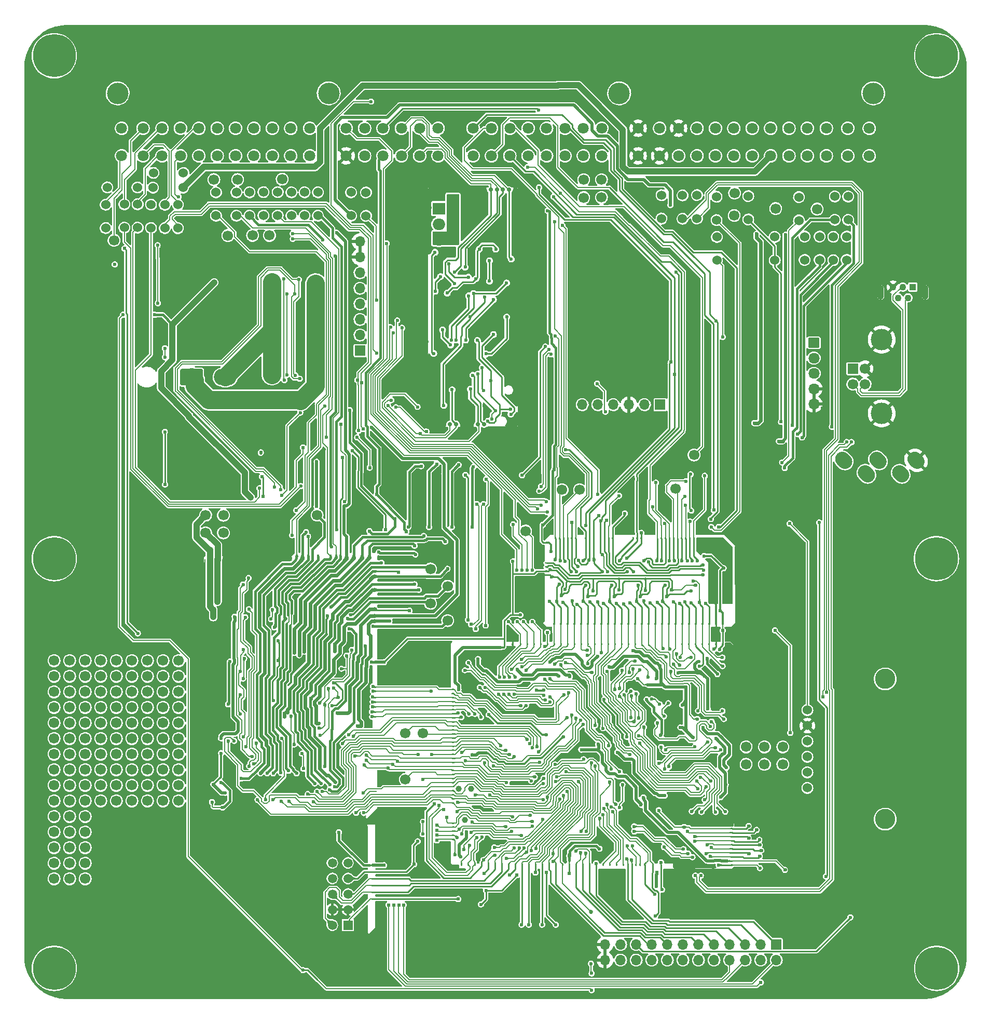
<source format=gbl>
G75*
G70*
%OFA0B0*%
%FSLAX25Y25*%
%IPPOS*%
%LPD*%
%AMOC8*
5,1,8,0,0,1.08239X$1,22.5*
%
%AMM172*
21,1,0.009840,0.009840,-0.000000,-0.000000,180.000000*
21,1,0.000000,0.019680,-0.000000,-0.000000,180.000000*
1,1,0.009840,-0.000000,0.004920*
1,1,0.009840,-0.000000,0.004920*
1,1,0.009840,-0.000000,-0.004920*
1,1,0.009840,-0.000000,-0.004920*
%
%AMM173*
21,1,0.009840,0.009840,-0.000000,-0.000000,270.000000*
21,1,0.000000,0.019680,-0.000000,-0.000000,270.000000*
1,1,0.009840,-0.004920,-0.000000*
1,1,0.009840,-0.004920,-0.000000*
1,1,0.009840,0.004920,-0.000000*
1,1,0.009840,0.004920,-0.000000*
%
%AMM254*
21,1,0.007870,1.133860,-0.000000,-0.000000,0.000000*
21,1,0.000000,1.141730,-0.000000,-0.000000,0.000000*
1,1,0.007870,-0.000000,-0.566930*
1,1,0.007870,-0.000000,-0.566930*
1,1,0.007870,-0.000000,0.566930*
1,1,0.007870,-0.000000,0.566930*
%
%AMM255*
21,1,0.009840,0.009840,-0.000000,-0.000000,90.000000*
21,1,0.000000,0.019680,-0.000000,-0.000000,90.000000*
1,1,0.009840,0.004920,-0.000000*
1,1,0.009840,0.004920,-0.000000*
1,1,0.009840,-0.004920,-0.000000*
1,1,0.009840,-0.004920,-0.000000*
%
%AMM317*
21,1,0.039370,0.007870,-0.000000,-0.000000,315.000000*
1,1,0.007870,-0.013920,0.013920*
1,1,0.007870,0.013920,-0.013920*
%
%AMM339*
21,1,0.007870,0.078350,-0.000000,0.000000,225.000000*
21,1,0.000000,0.086220,-0.000000,0.000000,225.000000*
1,1,0.007870,-0.027700,0.027700*
1,1,0.007870,-0.027700,0.027700*
1,1,0.007870,0.027700,-0.027700*
1,1,0.007870,0.027700,-0.027700*
%
%AMM340*
21,1,0.007870,0.643700,-0.000000,0.000000,0.000000*
21,1,0.000000,0.651580,-0.000000,0.000000,0.000000*
1,1,0.007870,-0.000000,-0.321850*
1,1,0.007870,-0.000000,-0.321850*
1,1,0.007870,-0.000000,0.321850*
1,1,0.007870,-0.000000,0.321850*
%
%AMM341*
21,1,0.007870,0.287010,-0.000000,0.000000,270.000000*
21,1,0.000000,0.294880,-0.000000,0.000000,270.000000*
1,1,0.007870,-0.143500,0.000000*
1,1,0.007870,-0.143500,0.000000*
1,1,0.007870,0.143500,0.000000*
1,1,0.007870,0.143500,0.000000*
%
%AMM342*
21,1,0.007870,0.023620,-0.000000,0.000000,315.000000*
21,1,0.000000,0.031500,-0.000000,0.000000,315.000000*
1,1,0.007870,-0.008350,-0.008350*
1,1,0.007870,-0.008350,-0.008350*
1,1,0.007870,0.008350,0.008350*
1,1,0.007870,0.008350,0.008350*
%
%AMM343*
21,1,0.007870,0.361020,-0.000000,0.000000,90.000000*
21,1,0.000000,0.368900,-0.000000,0.000000,90.000000*
1,1,0.007870,0.180510,0.000000*
1,1,0.007870,0.180510,0.000000*
1,1,0.007870,-0.180510,0.000000*
1,1,0.007870,-0.180510,0.000000*
%
%AMM344*
21,1,0.009840,0.009840,-0.000000,0.000000,270.000000*
21,1,0.000000,0.019680,-0.000000,0.000000,270.000000*
1,1,0.009840,-0.004920,0.000000*
1,1,0.009840,-0.004920,0.000000*
1,1,0.009840,0.004920,0.000000*
1,1,0.009840,0.004920,0.000000*
%
%ADD105O,0.00787X1.60630*%
%ADD114C,0.02400*%
%ADD127R,0.19882X0.00984*%
%ADD128C,0.02756*%
%ADD129O,0.04331X0.09449*%
%ADD133C,0.02362*%
%ADD138C,0.13780*%
%ADD143C,0.03937*%
%ADD16C,0.02000*%
%ADD164O,0.14567X0.10630*%
%ADD169O,0.03150X0.02362*%
%ADD176C,0.04331*%
%ADD195C,0.06693*%
%ADD196C,0.07874*%
%ADD197C,0.05906*%
%ADD198R,0.06693X0.06693*%
%ADD202C,0.00787*%
%ADD205C,0.11811*%
%ADD218O,0.03937X0.05906*%
%ADD22O,0.44882X0.04331*%
%ADD235C,0.13000*%
%ADD244R,0.08858X0.00984*%
%ADD252C,0.01000*%
%ADD253C,0.27559*%
%ADD256R,0.04331X0.04331*%
%ADD258O,1.00787X0.00787*%
%ADD26C,0.01181*%
%ADD263R,0.38386X0.00984*%
%ADD264C,0.01968*%
%ADD265O,0.06693X0.06693*%
%ADD276R,0.12205X0.00984*%
%ADD279C,0.01575*%
%ADD280O,0.07283X0.06693*%
%ADD313R,0.03740X0.00984*%
%ADD316O,0.01575X0.02362*%
%ADD317C,0.00800*%
%ADD318R,0.00984X1.54528*%
%ADD32C,0.02700*%
%ADD324O,0.02362X0.03150*%
%ADD34R,0.05906X0.05906*%
%ADD340O,0.02362X0.01575*%
%ADD344C,0.00984*%
%ADD356C,0.07087*%
%ADD360C,0.03900*%
%ADD390M172*%
%ADD391M173*%
%ADD482M254*%
%ADD483M255*%
%ADD560M317*%
%ADD582M339*%
%ADD583M340*%
%ADD584M341*%
%ADD585M342*%
%ADD586M343*%
%ADD587M344*%
%ADD639R,0.07874X0.07500*%
%ADD640O,0.07874X0.07500*%
%ADD80C,0.06000*%
%ADD98O,0.01575X0.00787*%
X0000000Y0000000D02*
%LPD*%
G01*
D133*
X0297120Y0070059D03*
X0303321Y0050748D03*
X0353337Y0050784D03*
X0319955Y0048110D03*
X0324581Y0048110D03*
X0333144Y0048110D03*
X0341904Y0048110D03*
D80*
X0501772Y0474783D03*
X0501772Y0489783D03*
X0189073Y0503249D03*
X0189073Y0518249D03*
D195*
X0245285Y0141379D03*
X0245285Y0170915D03*
X0157979Y0490572D03*
D198*
X0408865Y0381911D03*
D265*
X0398865Y0381911D03*
X0388865Y0381911D03*
X0378865Y0381911D03*
X0368865Y0381911D03*
X0358865Y0381911D03*
D195*
X0456503Y0503367D03*
X0079567Y0177549D03*
X0079567Y0187549D03*
X0079567Y0197549D03*
X0079567Y0207549D03*
X0079567Y0217549D03*
X0089567Y0177549D03*
X0089567Y0187549D03*
X0089567Y0197549D03*
X0089567Y0207549D03*
X0089567Y0217549D03*
X0099567Y0177549D03*
X0099567Y0187549D03*
X0099567Y0197549D03*
X0099567Y0207549D03*
X0099567Y0217549D03*
X0359849Y0514785D03*
D80*
X0219987Y0503151D03*
X0219987Y0518151D03*
D195*
X0116936Y0311045D03*
X0049567Y0127549D03*
X0049567Y0137549D03*
X0049567Y0147549D03*
X0049567Y0157549D03*
X0049567Y0167549D03*
X0059567Y0127549D03*
X0059567Y0137549D03*
X0059567Y0147549D03*
X0059567Y0157549D03*
X0059567Y0167549D03*
X0069567Y0127549D03*
X0069567Y0137549D03*
X0069567Y0147549D03*
X0069567Y0157549D03*
X0069567Y0167549D03*
D105*
X0116601Y0200223D03*
D258*
X0169356Y0117448D03*
G36*
G01*
X0116885Y0120516D02*
X0119669Y0117732D01*
G75*
G02*
X0119669Y0117175I-000278J-000278D01*
G01*
X0119669Y0117175D01*
G75*
G02*
X0119112Y0117175I-000278J0000278D01*
G01*
X0116328Y0119959D01*
G75*
G02*
X0116328Y0120516I0000278J0000278D01*
G01*
X0116328Y0120516D01*
G75*
G02*
X0116885Y0120516I0000278J-000278D01*
G01*
G37*
D218*
X0119744Y0282846D03*
X0124688Y0282846D03*
D22*
X0150059Y0283339D03*
D316*
X0175453Y0284520D03*
D324*
X0179291Y0284126D03*
D316*
X0182716Y0284520D03*
X0185591Y0284520D03*
X0189113Y0284520D03*
X0197283Y0284520D03*
X0200826Y0284520D03*
X0203622Y0284520D03*
D324*
X0207638Y0284126D03*
X0212264Y0284126D03*
X0217579Y0284126D03*
X0222205Y0284126D03*
D340*
X0225748Y0280464D03*
X0225748Y0277728D03*
X0225748Y0275050D03*
D169*
X0225374Y0271823D03*
D340*
X0225748Y0266684D03*
D169*
X0225374Y0262866D03*
D340*
X0225748Y0257846D03*
X0225748Y0255287D03*
D169*
X0225374Y0250563D03*
X0225374Y0246331D03*
X0225374Y0242886D03*
D340*
X0225748Y0239638D03*
X0225748Y0216606D03*
D98*
X0226161Y0200642D03*
X0226161Y0198043D03*
X0226161Y0193870D03*
X0226161Y0191098D03*
X0226161Y0187948D03*
X0226161Y0184799D03*
X0226161Y0181665D03*
X0226161Y0173024D03*
X0226161Y0171291D03*
X0226161Y0169559D03*
X0226161Y0167827D03*
X0226161Y0166095D03*
X0226161Y0164362D03*
X0226161Y0162630D03*
X0226161Y0160898D03*
X0226161Y0156469D03*
X0226161Y0153870D03*
X0226161Y0151272D03*
X0226161Y0148673D03*
X0226161Y0135268D03*
X0226161Y0133535D03*
X0226161Y0131803D03*
X0226161Y0130071D03*
X0226161Y0128339D03*
X0226161Y0126606D03*
X0226161Y0124874D03*
D80*
X0123629Y0503249D03*
X0123629Y0518249D03*
X0445184Y0500395D03*
X0445184Y0515395D03*
D195*
X0359849Y0526301D03*
D80*
X0445381Y0474608D03*
X0445381Y0489608D03*
X0172054Y0503249D03*
X0172054Y0518249D03*
X0052721Y0495293D03*
X0052721Y0510293D03*
D138*
X0545831Y0581810D03*
X0060398Y0581810D03*
X0196027Y0581810D03*
X0382642Y0581810D03*
D356*
X0062957Y0541650D03*
X0076727Y0541650D03*
X0088937Y0541650D03*
X0100747Y0541650D03*
X0112557Y0541650D03*
X0124367Y0541650D03*
X0136177Y0541650D03*
X0147987Y0541650D03*
X0159797Y0541650D03*
X0171607Y0541650D03*
X0183817Y0541650D03*
X0062957Y0559370D03*
X0076727Y0559370D03*
X0088937Y0559370D03*
X0100747Y0559370D03*
X0112557Y0559370D03*
X0124367Y0559370D03*
X0136177Y0559370D03*
X0147987Y0559370D03*
X0159797Y0559370D03*
X0171607Y0559370D03*
X0183817Y0559370D03*
X0288744Y0541650D03*
X0300554Y0541650D03*
X0312364Y0541650D03*
X0324174Y0541650D03*
X0335994Y0541650D03*
X0347804Y0541650D03*
X0359614Y0541650D03*
X0371424Y0541650D03*
X0288744Y0559370D03*
X0300554Y0559370D03*
X0312364Y0559370D03*
X0324174Y0559370D03*
X0335994Y0559370D03*
X0347804Y0559370D03*
X0359614Y0559370D03*
X0371424Y0559370D03*
X0394834Y0541650D03*
X0408614Y0541650D03*
X0420834Y0541650D03*
X0432644Y0541650D03*
X0444454Y0541650D03*
X0456264Y0541650D03*
X0468074Y0541650D03*
X0479884Y0541650D03*
X0491694Y0541650D03*
X0503504Y0541650D03*
X0515714Y0541650D03*
X0529494Y0541650D03*
X0543274Y0541650D03*
X0394834Y0559370D03*
X0408614Y0559370D03*
X0420834Y0559370D03*
X0432644Y0559370D03*
X0444454Y0559370D03*
X0456264Y0559370D03*
X0468074Y0559370D03*
X0479884Y0559370D03*
X0491694Y0559370D03*
X0503504Y0559370D03*
X0515714Y0559370D03*
X0529494Y0559370D03*
X0543274Y0559370D03*
X0207248Y0541650D03*
X0219058Y0541650D03*
X0230868Y0541650D03*
X0242678Y0541650D03*
X0254498Y0541650D03*
X0266308Y0541650D03*
X0207248Y0559370D03*
X0219058Y0559370D03*
X0230868Y0559370D03*
X0242678Y0559370D03*
X0254498Y0559370D03*
X0266308Y0559370D03*
D195*
X0166142Y0526694D03*
X0509821Y0507480D03*
X0357192Y0327285D03*
X0128353Y0299627D03*
X0475991Y0162226D03*
D80*
X0210341Y0503249D03*
X0210341Y0518249D03*
D256*
X0571266Y0457403D03*
D176*
X0568117Y0450513D03*
X0564967Y0457403D03*
X0561818Y0450513D03*
X0558668Y0457403D03*
D129*
X0579337Y0453958D03*
X0550597Y0453958D03*
D198*
X0216148Y0416655D03*
D265*
X0216148Y0426655D03*
X0216148Y0436655D03*
X0216148Y0446655D03*
X0216148Y0456655D03*
X0216148Y0466655D03*
X0216148Y0476655D03*
X0216148Y0486655D03*
D195*
X0475991Y0151064D03*
D198*
X0532743Y0404942D03*
D195*
X0532743Y0395100D03*
X0540617Y0395100D03*
X0540617Y0404942D03*
D138*
X0551286Y0376320D03*
X0551286Y0423722D03*
D195*
X0256349Y0170906D03*
X0487802Y0151064D03*
D133*
X0234091Y0381397D03*
X0236158Y0384842D03*
X0239110Y0380216D03*
X0253087Y0380511D03*
D235*
X0553550Y0205867D03*
X0553550Y0115867D03*
D80*
X0503550Y0185867D03*
X0503550Y0175867D03*
X0503550Y0165867D03*
X0503550Y0155867D03*
X0503550Y0145867D03*
X0503550Y0135867D03*
X0521168Y0515555D03*
X0521168Y0500555D03*
D195*
X0019567Y0177549D03*
X0019567Y0187549D03*
X0019567Y0197549D03*
X0019567Y0207549D03*
X0019567Y0217549D03*
X0029567Y0177549D03*
X0029567Y0187549D03*
X0029567Y0197549D03*
X0029567Y0207549D03*
X0029567Y0217549D03*
X0039567Y0177549D03*
X0039567Y0187549D03*
X0039567Y0197549D03*
X0039567Y0207549D03*
X0039567Y0217549D03*
X0456798Y0517738D03*
X0272448Y0243328D03*
D133*
X0406667Y0072652D03*
X0410112Y0070585D03*
X0405486Y0067632D03*
X0405782Y0053656D03*
D195*
X0116936Y0299627D03*
X0122251Y0526399D03*
D80*
X0090713Y0495273D03*
X0090713Y0510273D03*
D253*
X0019685Y0020079D03*
G36*
G01*
X0220875Y0110676D02*
X0184772Y0110676D01*
G75*
G02*
X0184379Y0111070I0000000J0000394D01*
G01*
X0184379Y0111070D01*
G75*
G02*
X0184772Y0111463I0000394J0000000D01*
G01*
X0220875Y0111463D01*
G75*
G02*
X0221269Y0111070I0000000J-000394D01*
G01*
X0221269Y0111070D01*
G75*
G02*
X0220875Y0110676I-000394J0000000D01*
G01*
G37*
G36*
G01*
X0185021Y0046866D02*
X0190561Y0041326D01*
G75*
G02*
X0190561Y0040769I-000278J-000278D01*
G01*
X0190561Y0040769D01*
G75*
G02*
X0190004Y0040769I-000278J0000278D01*
G01*
X0184464Y0046309D01*
G75*
G02*
X0184464Y0046866I0000278J0000278D01*
G01*
X0184464Y0046866D01*
G75*
G02*
X0185021Y0046866I0000278J-000278D01*
G01*
G37*
G36*
G01*
X0218875Y0041342D02*
X0220545Y0043012D01*
G75*
G02*
X0221102Y0043012I0000278J-000278D01*
G01*
X0221102Y0043012D01*
G75*
G02*
X0221102Y0042455I-000278J-000278D01*
G01*
X0219431Y0040785D01*
G75*
G02*
X0218875Y0040785I-000278J0000278D01*
G01*
X0218875Y0040785D01*
G75*
G02*
X0218875Y0041342I0000278J0000278D01*
G01*
G37*
G36*
G01*
X0184340Y0046613D02*
X0184340Y0110983D01*
G75*
G02*
X0184734Y0111377I0000394J0000000D01*
G01*
X0184734Y0111377D01*
G75*
G02*
X0185128Y0110983I0000000J-000394D01*
G01*
X0185128Y0046613D01*
G75*
G02*
X0184734Y0046220I-000394J0000000D01*
G01*
X0184734Y0046220D01*
G75*
G02*
X0184340Y0046613I0000000J0000394D01*
G01*
G37*
G36*
G01*
X0190400Y0041414D02*
X0219101Y0041414D01*
G75*
G02*
X0219494Y0041021I0000000J-000394D01*
G01*
X0219494Y0041021D01*
G75*
G02*
X0219101Y0040627I-000394J0000000D01*
G01*
X0190400Y0040627D01*
G75*
G02*
X0190006Y0041021I0000000J0000394D01*
G01*
X0190006Y0041021D01*
G75*
G02*
X0190400Y0041414I0000394J0000000D01*
G01*
G37*
G36*
G01*
X0223638Y0086788D02*
X0224622Y0086788D01*
G75*
G02*
X0225114Y0086296I0000000J-000492D01*
G01*
X0225114Y0086296D01*
G75*
G02*
X0224622Y0085804I-000492J0000000D01*
G01*
X0223638Y0085804D01*
G75*
G02*
X0223146Y0086296I0000000J0000492D01*
G01*
X0223146Y0086296D01*
G75*
G02*
X0223638Y0086788I0000492J0000000D01*
G01*
G37*
G36*
G01*
X0223638Y0082458D02*
X0224622Y0082458D01*
G75*
G02*
X0225114Y0081965I0000000J-000492D01*
G01*
X0225114Y0081965D01*
G75*
G02*
X0224622Y0081473I-000492J0000000D01*
G01*
X0223638Y0081473D01*
G75*
G02*
X0223146Y0081965I0000000J0000492D01*
G01*
X0223146Y0081965D01*
G75*
G02*
X0223638Y0082458I0000492J0000000D01*
G01*
G37*
G36*
G01*
X0223638Y0078127D02*
X0224622Y0078127D01*
G75*
G02*
X0225114Y0077635I0000000J-000492D01*
G01*
X0225114Y0077635D01*
G75*
G02*
X0224622Y0077143I-000492J0000000D01*
G01*
X0223638Y0077143D01*
G75*
G02*
X0223146Y0077635I0000000J0000492D01*
G01*
X0223146Y0077635D01*
G75*
G02*
X0223638Y0078127I0000492J0000000D01*
G01*
G37*
G36*
G01*
X0223638Y0073796D02*
X0224622Y0073796D01*
G75*
G02*
X0225114Y0073304I0000000J-000492D01*
G01*
X0225114Y0073304D01*
G75*
G02*
X0224622Y0072812I-000492J0000000D01*
G01*
X0223638Y0072812D01*
G75*
G02*
X0223146Y0073304I0000000J0000492D01*
G01*
X0223146Y0073304D01*
G75*
G02*
X0223638Y0073796I0000492J0000000D01*
G01*
G37*
G36*
G01*
X0223638Y0069465D02*
X0224622Y0069465D01*
G75*
G02*
X0225114Y0068973I0000000J-000492D01*
G01*
X0225114Y0068973D01*
G75*
G02*
X0224622Y0068481I-000492J0000000D01*
G01*
X0223638Y0068481D01*
G75*
G02*
X0223146Y0068973I0000000J0000492D01*
G01*
X0223146Y0068973D01*
G75*
G02*
X0223638Y0069465I0000492J0000000D01*
G01*
G37*
G36*
G01*
X0223638Y0065135D02*
X0224622Y0065135D01*
G75*
G02*
X0225114Y0064643I0000000J-000492D01*
G01*
X0225114Y0064643D01*
G75*
G02*
X0224622Y0064151I-000492J0000000D01*
G01*
X0223638Y0064151D01*
G75*
G02*
X0223146Y0064643I0000000J0000492D01*
G01*
X0223146Y0064643D01*
G75*
G02*
X0223638Y0065135I0000492J0000000D01*
G01*
G37*
D195*
X0322492Y0300812D03*
X0487802Y0162226D03*
X0371266Y0514982D03*
X0019567Y0077549D03*
X0019567Y0087549D03*
X0019567Y0097549D03*
X0019567Y0107549D03*
X0019567Y0117549D03*
X0029567Y0077549D03*
X0029567Y0087549D03*
X0029567Y0097549D03*
X0029567Y0107549D03*
X0029567Y0117549D03*
X0039567Y0077549D03*
X0039567Y0087549D03*
X0039567Y0097549D03*
X0039567Y0107549D03*
X0039567Y0117549D03*
G36*
G01*
X0335286Y0273039D02*
X0336270Y0273039D01*
G75*
G02*
X0336762Y0272547I0000000J-000492D01*
G01*
X0336762Y0272547D01*
G75*
G02*
X0336270Y0272054I-000492J0000000D01*
G01*
X0335286Y0272054D01*
G75*
G02*
X0334794Y0272547I0000000J0000492D01*
G01*
X0334794Y0272547D01*
G75*
G02*
X0335286Y0273039I0000492J0000000D01*
G01*
G37*
G36*
G01*
X0335286Y0275637D02*
X0336270Y0275637D01*
G75*
G02*
X0336762Y0275145I0000000J-000492D01*
G01*
X0336762Y0275145D01*
G75*
G02*
X0336270Y0274653I-000492J0000000D01*
G01*
X0335286Y0274653D01*
G75*
G02*
X0334794Y0275145I0000000J0000492D01*
G01*
X0334794Y0275145D01*
G75*
G02*
X0335286Y0275637I0000492J0000000D01*
G01*
G37*
G36*
G01*
X0335286Y0278236D02*
X0336270Y0278236D01*
G75*
G02*
X0336762Y0277743I0000000J-000492D01*
G01*
X0336762Y0277743D01*
G75*
G02*
X0336270Y0277251I-000492J0000000D01*
G01*
X0335286Y0277251D01*
G75*
G02*
X0334794Y0277743I0000000J0000492D01*
G01*
X0334794Y0277743D01*
G75*
G02*
X0335286Y0278236I0000492J0000000D01*
G01*
G37*
G36*
G01*
X0335286Y0280834D02*
X0336270Y0280834D01*
G75*
G02*
X0336762Y0280342I0000000J-000492D01*
G01*
X0336762Y0280342D01*
G75*
G02*
X0336270Y0279850I-000492J0000000D01*
G01*
X0335286Y0279850D01*
G75*
G02*
X0334794Y0280342I0000000J0000492D01*
G01*
X0334794Y0280342D01*
G75*
G02*
X0335286Y0280834I0000492J0000000D01*
G01*
G37*
G36*
G01*
X0335286Y0293826D02*
X0336270Y0293826D01*
G75*
G02*
X0336762Y0293334I0000000J-000492D01*
G01*
X0336762Y0293334D01*
G75*
G02*
X0336270Y0292842I-000492J0000000D01*
G01*
X0335286Y0292842D01*
G75*
G02*
X0334794Y0293334I0000000J0000492D01*
G01*
X0334794Y0293334D01*
G75*
G02*
X0335286Y0293826I0000492J0000000D01*
G01*
G37*
G36*
G01*
X0448554Y0240681D02*
X0448554Y0241665D01*
G75*
G02*
X0449046Y0242158I0000492J0000000D01*
G01*
X0449046Y0242158D01*
G75*
G02*
X0449538Y0241665I0000000J-000492D01*
G01*
X0449538Y0240681D01*
G75*
G02*
X0449046Y0240189I-000492J0000000D01*
G01*
X0449046Y0240189D01*
G75*
G02*
X0448554Y0240681I0000000J0000492D01*
G01*
G37*
G36*
G01*
X0445207Y0241665D02*
X0445207Y0240681D01*
G75*
G02*
X0444715Y0240189I-000492J0000000D01*
G01*
X0444715Y0240189D01*
G75*
G02*
X0444223Y0240681I0000000J0000492D01*
G01*
X0444223Y0241665D01*
G75*
G02*
X0444715Y0242158I0000492J0000000D01*
G01*
X0444715Y0242158D01*
G75*
G02*
X0445207Y0241665I0000000J-000492D01*
G01*
G37*
G36*
G01*
X0440877Y0241665D02*
X0440877Y0240681D01*
G75*
G02*
X0440384Y0240189I-000492J0000000D01*
G01*
X0440384Y0240189D01*
G75*
G02*
X0439892Y0240681I0000000J0000492D01*
G01*
X0439892Y0241665D01*
G75*
G02*
X0440384Y0242158I0000492J0000000D01*
G01*
X0440384Y0242158D01*
G75*
G02*
X0440877Y0241665I0000000J-000492D01*
G01*
G37*
G36*
G01*
X0436546Y0241665D02*
X0436546Y0240681D01*
G75*
G02*
X0436054Y0240189I-000492J0000000D01*
G01*
X0436054Y0240189D01*
G75*
G02*
X0435562Y0240681I0000000J0000492D01*
G01*
X0435562Y0241665D01*
G75*
G02*
X0436054Y0242158I0000492J0000000D01*
G01*
X0436054Y0242158D01*
G75*
G02*
X0436546Y0241665I0000000J-000492D01*
G01*
G37*
G36*
G01*
X0432215Y0241665D02*
X0432215Y0240681D01*
G75*
G02*
X0431723Y0240189I-000492J0000000D01*
G01*
X0431723Y0240189D01*
G75*
G02*
X0431231Y0240681I0000000J0000492D01*
G01*
X0431231Y0241665D01*
G75*
G02*
X0431723Y0242158I0000492J0000000D01*
G01*
X0431723Y0242158D01*
G75*
G02*
X0432215Y0241665I0000000J-000492D01*
G01*
G37*
G36*
G01*
X0427884Y0241665D02*
X0427884Y0240681D01*
G75*
G02*
X0427392Y0240189I-000492J0000000D01*
G01*
X0427392Y0240189D01*
G75*
G02*
X0426900Y0240681I0000000J0000492D01*
G01*
X0426900Y0241665D01*
G75*
G02*
X0427392Y0242158I0000492J0000000D01*
G01*
X0427392Y0242158D01*
G75*
G02*
X0427884Y0241665I0000000J-000492D01*
G01*
G37*
G36*
G01*
X0423554Y0241665D02*
X0423554Y0240681D01*
G75*
G02*
X0423062Y0240189I-000492J0000000D01*
G01*
X0423062Y0240189D01*
G75*
G02*
X0422569Y0240681I0000000J0000492D01*
G01*
X0422569Y0241665D01*
G75*
G02*
X0423062Y0242158I0000492J0000000D01*
G01*
X0423062Y0242158D01*
G75*
G02*
X0423554Y0241665I0000000J-000492D01*
G01*
G37*
G36*
G01*
X0419223Y0241665D02*
X0419223Y0240681D01*
G75*
G02*
X0418731Y0240189I-000492J0000000D01*
G01*
X0418731Y0240189D01*
G75*
G02*
X0418239Y0240681I0000000J0000492D01*
G01*
X0418239Y0241665D01*
G75*
G02*
X0418731Y0242158I0000492J0000000D01*
G01*
X0418731Y0242158D01*
G75*
G02*
X0419223Y0241665I0000000J-000492D01*
G01*
G37*
G36*
G01*
X0414892Y0241665D02*
X0414892Y0240681D01*
G75*
G02*
X0414400Y0240189I-000492J0000000D01*
G01*
X0414400Y0240189D01*
G75*
G02*
X0413908Y0240681I0000000J0000492D01*
G01*
X0413908Y0241665D01*
G75*
G02*
X0414400Y0242158I0000492J0000000D01*
G01*
X0414400Y0242158D01*
G75*
G02*
X0414892Y0241665I0000000J-000492D01*
G01*
G37*
G36*
G01*
X0410562Y0241665D02*
X0410562Y0240681D01*
G75*
G02*
X0410069Y0240189I-000492J0000000D01*
G01*
X0410069Y0240189D01*
G75*
G02*
X0409577Y0240681I0000000J0000492D01*
G01*
X0409577Y0241665D01*
G75*
G02*
X0410069Y0242158I0000492J0000000D01*
G01*
X0410069Y0242158D01*
G75*
G02*
X0410562Y0241665I0000000J-000492D01*
G01*
G37*
G36*
G01*
X0406231Y0241665D02*
X0406231Y0240681D01*
G75*
G02*
X0405739Y0240189I-000492J0000000D01*
G01*
X0405739Y0240189D01*
G75*
G02*
X0405247Y0240681I0000000J0000492D01*
G01*
X0405247Y0241665D01*
G75*
G02*
X0405739Y0242158I0000492J0000000D01*
G01*
X0405739Y0242158D01*
G75*
G02*
X0406231Y0241665I0000000J-000492D01*
G01*
G37*
G36*
G01*
X0401900Y0241665D02*
X0401900Y0240681D01*
G75*
G02*
X0401408Y0240189I-000492J0000000D01*
G01*
X0401408Y0240189D01*
G75*
G02*
X0400916Y0240681I0000000J0000492D01*
G01*
X0400916Y0241665D01*
G75*
G02*
X0401408Y0242158I0000492J0000000D01*
G01*
X0401408Y0242158D01*
G75*
G02*
X0401900Y0241665I0000000J-000492D01*
G01*
G37*
G36*
G01*
X0397570Y0241665D02*
X0397570Y0240681D01*
G75*
G02*
X0397077Y0240189I-000492J0000000D01*
G01*
X0397077Y0240189D01*
G75*
G02*
X0396585Y0240681I0000000J0000492D01*
G01*
X0396585Y0241665D01*
G75*
G02*
X0397077Y0242158I0000492J0000000D01*
G01*
X0397077Y0242158D01*
G75*
G02*
X0397570Y0241665I0000000J-000492D01*
G01*
G37*
G36*
G01*
X0393239Y0241665D02*
X0393239Y0240681D01*
G75*
G02*
X0392747Y0240189I-000492J0000000D01*
G01*
X0392747Y0240189D01*
G75*
G02*
X0392255Y0240681I0000000J0000492D01*
G01*
X0392255Y0241665D01*
G75*
G02*
X0392747Y0242158I0000492J0000000D01*
G01*
X0392747Y0242158D01*
G75*
G02*
X0393239Y0241665I0000000J-000492D01*
G01*
G37*
G36*
G01*
X0388908Y0241665D02*
X0388908Y0240681D01*
G75*
G02*
X0388416Y0240189I-000492J0000000D01*
G01*
X0388416Y0240189D01*
G75*
G02*
X0387924Y0240681I0000000J0000492D01*
G01*
X0387924Y0241665D01*
G75*
G02*
X0388416Y0242158I0000492J0000000D01*
G01*
X0388416Y0242158D01*
G75*
G02*
X0388908Y0241665I0000000J-000492D01*
G01*
G37*
G36*
G01*
X0384577Y0241665D02*
X0384577Y0240681D01*
G75*
G02*
X0384085Y0240189I-000492J0000000D01*
G01*
X0384085Y0240189D01*
G75*
G02*
X0383593Y0240681I0000000J0000492D01*
G01*
X0383593Y0241665D01*
G75*
G02*
X0384085Y0242158I0000492J0000000D01*
G01*
X0384085Y0242158D01*
G75*
G02*
X0384577Y0241665I0000000J-000492D01*
G01*
G37*
G36*
G01*
X0380247Y0241665D02*
X0380247Y0240681D01*
G75*
G02*
X0379755Y0240189I-000492J0000000D01*
G01*
X0379755Y0240189D01*
G75*
G02*
X0379262Y0240681I0000000J0000492D01*
G01*
X0379262Y0241665D01*
G75*
G02*
X0379755Y0242158I0000492J0000000D01*
G01*
X0379755Y0242158D01*
G75*
G02*
X0380247Y0241665I0000000J-000492D01*
G01*
G37*
G36*
G01*
X0375916Y0241665D02*
X0375916Y0240681D01*
G75*
G02*
X0375424Y0240189I-000492J0000000D01*
G01*
X0375424Y0240189D01*
G75*
G02*
X0374932Y0240681I0000000J0000492D01*
G01*
X0374932Y0241665D01*
G75*
G02*
X0375424Y0242158I0000492J0000000D01*
G01*
X0375424Y0242158D01*
G75*
G02*
X0375916Y0241665I0000000J-000492D01*
G01*
G37*
G36*
G01*
X0371585Y0241665D02*
X0371585Y0240681D01*
G75*
G02*
X0371093Y0240189I-000492J0000000D01*
G01*
X0371093Y0240189D01*
G75*
G02*
X0370601Y0240681I0000000J0000492D01*
G01*
X0370601Y0241665D01*
G75*
G02*
X0371093Y0242158I0000492J0000000D01*
G01*
X0371093Y0242158D01*
G75*
G02*
X0371585Y0241665I0000000J-000492D01*
G01*
G37*
G36*
G01*
X0367255Y0241665D02*
X0367255Y0240681D01*
G75*
G02*
X0366762Y0240189I-000492J0000000D01*
G01*
X0366762Y0240189D01*
G75*
G02*
X0366270Y0240681I0000000J0000492D01*
G01*
X0366270Y0241665D01*
G75*
G02*
X0366762Y0242158I0000492J0000000D01*
G01*
X0366762Y0242158D01*
G75*
G02*
X0367255Y0241665I0000000J-000492D01*
G01*
G37*
G36*
G01*
X0362924Y0241665D02*
X0362924Y0240681D01*
G75*
G02*
X0362432Y0240189I-000492J0000000D01*
G01*
X0362432Y0240189D01*
G75*
G02*
X0361940Y0240681I0000000J0000492D01*
G01*
X0361940Y0241665D01*
G75*
G02*
X0362432Y0242158I0000492J0000000D01*
G01*
X0362432Y0242158D01*
G75*
G02*
X0362924Y0241665I0000000J-000492D01*
G01*
G37*
G36*
G01*
X0358593Y0241665D02*
X0358593Y0240681D01*
G75*
G02*
X0358101Y0240189I-000492J0000000D01*
G01*
X0358101Y0240189D01*
G75*
G02*
X0357609Y0240681I0000000J0000492D01*
G01*
X0357609Y0241665D01*
G75*
G02*
X0358101Y0242158I0000492J0000000D01*
G01*
X0358101Y0242158D01*
G75*
G02*
X0358593Y0241665I0000000J-000492D01*
G01*
G37*
G36*
G01*
X0354263Y0241665D02*
X0354263Y0240681D01*
G75*
G02*
X0353770Y0240189I-000492J0000000D01*
G01*
X0353770Y0240189D01*
G75*
G02*
X0353278Y0240681I0000000J0000492D01*
G01*
X0353278Y0241665D01*
G75*
G02*
X0353770Y0242158I0000492J0000000D01*
G01*
X0353770Y0242158D01*
G75*
G02*
X0354263Y0241665I0000000J-000492D01*
G01*
G37*
G36*
G01*
X0349932Y0241665D02*
X0349932Y0240681D01*
G75*
G02*
X0349440Y0240189I-000492J0000000D01*
G01*
X0349440Y0240189D01*
G75*
G02*
X0348948Y0240681I0000000J0000492D01*
G01*
X0348948Y0241665D01*
G75*
G02*
X0349440Y0242158I0000492J0000000D01*
G01*
X0349440Y0242158D01*
G75*
G02*
X0349932Y0241665I0000000J-000492D01*
G01*
G37*
G36*
G01*
X0345601Y0241665D02*
X0345601Y0240681D01*
G75*
G02*
X0345109Y0240189I-000492J0000000D01*
G01*
X0345109Y0240189D01*
G75*
G02*
X0344617Y0240681I0000000J0000492D01*
G01*
X0344617Y0241665D01*
G75*
G02*
X0345109Y0242158I0000492J0000000D01*
G01*
X0345109Y0242158D01*
G75*
G02*
X0345601Y0241665I0000000J-000492D01*
G01*
G37*
G36*
G01*
X0341270Y0241665D02*
X0341270Y0240681D01*
G75*
G02*
X0340778Y0240189I-000492J0000000D01*
G01*
X0340778Y0240189D01*
G75*
G02*
X0340286Y0240681I0000000J0000492D01*
G01*
X0340286Y0241665D01*
G75*
G02*
X0340778Y0242158I0000492J0000000D01*
G01*
X0340778Y0242158D01*
G75*
G02*
X0341270Y0241665I0000000J-000492D01*
G01*
G37*
G36*
G01*
X0342258Y0296634D02*
X0342258Y0295650D01*
G75*
G02*
X0341766Y0295158I-000492J0000000D01*
G01*
X0341766Y0295158D01*
G75*
G02*
X0341274Y0295650I0000000J0000492D01*
G01*
X0341274Y0296634D01*
G75*
G02*
X0341766Y0297126I0000492J0000000D01*
G01*
X0341766Y0297126D01*
G75*
G02*
X0342258Y0296634I0000000J-000492D01*
G01*
G37*
G36*
G01*
X0344857Y0296634D02*
X0344857Y0295650D01*
G75*
G02*
X0344365Y0295158I-000492J0000000D01*
G01*
X0344365Y0295158D01*
G75*
G02*
X0343873Y0295650I0000000J0000492D01*
G01*
X0343873Y0296634D01*
G75*
G02*
X0344365Y0297126I0000492J0000000D01*
G01*
X0344365Y0297126D01*
G75*
G02*
X0344857Y0296634I0000000J-000492D01*
G01*
G37*
G36*
G01*
X0347455Y0296634D02*
X0347455Y0295650D01*
G75*
G02*
X0346963Y0295158I-000492J0000000D01*
G01*
X0346963Y0295158D01*
G75*
G02*
X0346471Y0295650I0000000J0000492D01*
G01*
X0346471Y0296634D01*
G75*
G02*
X0346963Y0297126I0000492J0000000D01*
G01*
X0346963Y0297126D01*
G75*
G02*
X0347455Y0296634I0000000J-000492D01*
G01*
G37*
G36*
G01*
X0350054Y0296634D02*
X0350054Y0295650D01*
G75*
G02*
X0349562Y0295158I-000492J0000000D01*
G01*
X0349562Y0295158D01*
G75*
G02*
X0349069Y0295650I0000000J0000492D01*
G01*
X0349069Y0296634D01*
G75*
G02*
X0349562Y0297126I0000492J0000000D01*
G01*
X0349562Y0297126D01*
G75*
G02*
X0350054Y0296634I0000000J-000492D01*
G01*
G37*
G36*
G01*
X0352652Y0296634D02*
X0352652Y0295650D01*
G75*
G02*
X0352160Y0295158I-000492J0000000D01*
G01*
X0352160Y0295158D01*
G75*
G02*
X0351668Y0295650I0000000J0000492D01*
G01*
X0351668Y0296634D01*
G75*
G02*
X0352160Y0297126I0000492J0000000D01*
G01*
X0352160Y0297126D01*
G75*
G02*
X0352652Y0296634I0000000J-000492D01*
G01*
G37*
G36*
G01*
X0355251Y0296634D02*
X0355251Y0295650D01*
G75*
G02*
X0354758Y0295158I-000492J0000000D01*
G01*
X0354758Y0295158D01*
G75*
G02*
X0354266Y0295650I0000000J0000492D01*
G01*
X0354266Y0296634D01*
G75*
G02*
X0354758Y0297126I0000492J0000000D01*
G01*
X0354758Y0297126D01*
G75*
G02*
X0355251Y0296634I0000000J-000492D01*
G01*
G37*
G36*
G01*
X0361554Y0296634D02*
X0361554Y0295650D01*
G75*
G02*
X0361062Y0295158I-000492J0000000D01*
G01*
X0361062Y0295158D01*
G75*
G02*
X0360569Y0295650I0000000J0000492D01*
G01*
X0360569Y0296634D01*
G75*
G02*
X0361062Y0297126I0000492J0000000D01*
G01*
X0361062Y0297126D01*
G75*
G02*
X0361554Y0296634I0000000J-000492D01*
G01*
G37*
G36*
G01*
X0364152Y0296634D02*
X0364152Y0295650D01*
G75*
G02*
X0363660Y0295158I-000492J0000000D01*
G01*
X0363660Y0295158D01*
G75*
G02*
X0363168Y0295650I0000000J0000492D01*
G01*
X0363168Y0296634D01*
G75*
G02*
X0363660Y0297126I0000492J0000000D01*
G01*
X0363660Y0297126D01*
G75*
G02*
X0364152Y0296634I0000000J-000492D01*
G01*
G37*
G36*
G01*
X0366751Y0296634D02*
X0366751Y0295650D01*
G75*
G02*
X0366258Y0295158I-000492J0000000D01*
G01*
X0366258Y0295158D01*
G75*
G02*
X0365766Y0295650I0000000J0000492D01*
G01*
X0365766Y0296634D01*
G75*
G02*
X0366258Y0297126I0000492J0000000D01*
G01*
X0366258Y0297126D01*
G75*
G02*
X0366751Y0296634I0000000J-000492D01*
G01*
G37*
G36*
G01*
X0371164Y0296634D02*
X0371164Y0295650D01*
G75*
G02*
X0370671Y0295158I-000492J0000000D01*
G01*
X0370671Y0295158D01*
G75*
G02*
X0370179Y0295650I0000000J0000492D01*
G01*
X0370179Y0296634D01*
G75*
G02*
X0370671Y0297126I0000492J0000000D01*
G01*
X0370671Y0297126D01*
G75*
G02*
X0371164Y0296634I0000000J-000492D01*
G01*
G37*
G36*
G01*
X0373762Y0296634D02*
X0373762Y0295650D01*
G75*
G02*
X0373270Y0295158I-000492J0000000D01*
G01*
X0373270Y0295158D01*
G75*
G02*
X0372778Y0295650I0000000J0000492D01*
G01*
X0372778Y0296634D01*
G75*
G02*
X0373270Y0297126I0000492J0000000D01*
G01*
X0373270Y0297126D01*
G75*
G02*
X0373762Y0296634I0000000J-000492D01*
G01*
G37*
G36*
G01*
X0376360Y0296634D02*
X0376360Y0295650D01*
G75*
G02*
X0375868Y0295158I-000492J0000000D01*
G01*
X0375868Y0295158D01*
G75*
G02*
X0375376Y0295650I0000000J0000492D01*
G01*
X0375376Y0296634D01*
G75*
G02*
X0375868Y0297126I0000492J0000000D01*
G01*
X0375868Y0297126D01*
G75*
G02*
X0376360Y0296634I0000000J-000492D01*
G01*
G37*
G36*
G01*
X0378959Y0296634D02*
X0378959Y0295650D01*
G75*
G02*
X0378467Y0295158I-000492J0000000D01*
G01*
X0378467Y0295158D01*
G75*
G02*
X0377975Y0295650I0000000J0000492D01*
G01*
X0377975Y0296634D01*
G75*
G02*
X0378467Y0297126I0000492J0000000D01*
G01*
X0378467Y0297126D01*
G75*
G02*
X0378959Y0296634I0000000J-000492D01*
G01*
G37*
G36*
G01*
X0392054Y0296634D02*
X0392054Y0295650D01*
G75*
G02*
X0391562Y0295158I-000492J0000000D01*
G01*
X0391562Y0295158D01*
G75*
G02*
X0391069Y0295650I0000000J0000492D01*
G01*
X0391069Y0296634D01*
G75*
G02*
X0391562Y0297126I0000492J0000000D01*
G01*
X0391562Y0297126D01*
G75*
G02*
X0392054Y0296634I0000000J-000492D01*
G01*
G37*
G36*
G01*
X0394652Y0296634D02*
X0394652Y0295650D01*
G75*
G02*
X0394160Y0295158I-000492J0000000D01*
G01*
X0394160Y0295158D01*
G75*
G02*
X0393668Y0295650I0000000J0000492D01*
G01*
X0393668Y0296634D01*
G75*
G02*
X0394160Y0297126I0000492J0000000D01*
G01*
X0394160Y0297126D01*
G75*
G02*
X0394652Y0296634I0000000J-000492D01*
G01*
G37*
G36*
G01*
X0397251Y0296634D02*
X0397251Y0295650D01*
G75*
G02*
X0396758Y0295158I-000492J0000000D01*
G01*
X0396758Y0295158D01*
G75*
G02*
X0396266Y0295650I0000000J0000492D01*
G01*
X0396266Y0296634D01*
G75*
G02*
X0396758Y0297126I0000492J0000000D01*
G01*
X0396758Y0297126D01*
G75*
G02*
X0397251Y0296634I0000000J-000492D01*
G01*
G37*
G36*
G01*
X0407668Y0296634D02*
X0407668Y0295650D01*
G75*
G02*
X0407176Y0295158I-000492J0000000D01*
G01*
X0407176Y0295158D01*
G75*
G02*
X0406684Y0295650I0000000J0000492D01*
G01*
X0406684Y0296634D01*
G75*
G02*
X0407176Y0297126I0000492J0000000D01*
G01*
X0407176Y0297126D01*
G75*
G02*
X0407668Y0296634I0000000J-000492D01*
G01*
G37*
G36*
G01*
X0410266Y0296634D02*
X0410266Y0295650D01*
G75*
G02*
X0409774Y0295158I-000492J0000000D01*
G01*
X0409774Y0295158D01*
G75*
G02*
X0409282Y0295650I0000000J0000492D01*
G01*
X0409282Y0296634D01*
G75*
G02*
X0409774Y0297126I0000492J0000000D01*
G01*
X0409774Y0297126D01*
G75*
G02*
X0410266Y0296634I0000000J-000492D01*
G01*
G37*
G36*
G01*
X0412865Y0296634D02*
X0412865Y0295650D01*
G75*
G02*
X0412373Y0295158I-000492J0000000D01*
G01*
X0412373Y0295158D01*
G75*
G02*
X0411880Y0295650I0000000J0000492D01*
G01*
X0411880Y0296634D01*
G75*
G02*
X0412373Y0297126I0000492J0000000D01*
G01*
X0412373Y0297126D01*
G75*
G02*
X0412865Y0296634I0000000J-000492D01*
G01*
G37*
G36*
G01*
X0415463Y0296634D02*
X0415463Y0295650D01*
G75*
G02*
X0414971Y0295158I-000492J0000000D01*
G01*
X0414971Y0295158D01*
G75*
G02*
X0414479Y0295650I0000000J0000492D01*
G01*
X0414479Y0296634D01*
G75*
G02*
X0414971Y0297126I0000492J0000000D01*
G01*
X0414971Y0297126D01*
G75*
G02*
X0415463Y0296634I0000000J-000492D01*
G01*
G37*
G36*
G01*
X0418062Y0296634D02*
X0418062Y0295650D01*
G75*
G02*
X0417569Y0295158I-000492J0000000D01*
G01*
X0417569Y0295158D01*
G75*
G02*
X0417077Y0295650I0000000J0000492D01*
G01*
X0417077Y0296634D01*
G75*
G02*
X0417569Y0297126I0000492J0000000D01*
G01*
X0417569Y0297126D01*
G75*
G02*
X0418062Y0296634I0000000J-000492D01*
G01*
G37*
G36*
G01*
X0420660Y0296634D02*
X0420660Y0295650D01*
G75*
G02*
X0420168Y0295158I-000492J0000000D01*
G01*
X0420168Y0295158D01*
G75*
G02*
X0419676Y0295650I0000000J0000492D01*
G01*
X0419676Y0296634D01*
G75*
G02*
X0420168Y0297126I0000492J0000000D01*
G01*
X0420168Y0297126D01*
G75*
G02*
X0420660Y0296634I0000000J-000492D01*
G01*
G37*
G36*
G01*
X0423258Y0296634D02*
X0423258Y0295650D01*
G75*
G02*
X0422766Y0295158I-000492J0000000D01*
G01*
X0422766Y0295158D01*
G75*
G02*
X0422274Y0295650I0000000J0000492D01*
G01*
X0422274Y0296634D01*
G75*
G02*
X0422766Y0297126I0000492J0000000D01*
G01*
X0422766Y0297126D01*
G75*
G02*
X0423258Y0296634I0000000J-000492D01*
G01*
G37*
G36*
G01*
X0425857Y0296634D02*
X0425857Y0295650D01*
G75*
G02*
X0425365Y0295158I-000492J0000000D01*
G01*
X0425365Y0295158D01*
G75*
G02*
X0424873Y0295650I0000000J0000492D01*
G01*
X0424873Y0296634D01*
G75*
G02*
X0425365Y0297126I0000492J0000000D01*
G01*
X0425365Y0297126D01*
G75*
G02*
X0425857Y0296634I0000000J-000492D01*
G01*
G37*
G36*
G01*
X0428455Y0296634D02*
X0428455Y0295650D01*
G75*
G02*
X0427963Y0295158I-000492J0000000D01*
G01*
X0427963Y0295158D01*
G75*
G02*
X0427471Y0295650I0000000J0000492D01*
G01*
X0427471Y0296634D01*
G75*
G02*
X0427963Y0297126I0000492J0000000D01*
G01*
X0427963Y0297126D01*
G75*
G02*
X0428455Y0296634I0000000J-000492D01*
G01*
G37*
G36*
G01*
X0431054Y0296634D02*
X0431054Y0295650D01*
G75*
G02*
X0430562Y0295158I-000492J0000000D01*
G01*
X0430562Y0295158D01*
G75*
G02*
X0430069Y0295650I0000000J0000492D01*
G01*
X0430069Y0296634D01*
G75*
G02*
X0430562Y0297126I0000492J0000000D01*
G01*
X0430562Y0297126D01*
G75*
G02*
X0431054Y0296634I0000000J-000492D01*
G01*
G37*
D80*
X0064729Y0495569D03*
X0064729Y0510569D03*
X0498130Y0500177D03*
X0498130Y0515177D03*
G36*
G01*
X0275360Y0103401D02*
X0276345Y0103401D01*
G75*
G02*
X0276837Y0102909I0000000J-000492D01*
G01*
X0276837Y0102909D01*
G75*
G02*
X0276345Y0102417I-000492J0000000D01*
G01*
X0275360Y0102417D01*
G75*
G02*
X0274868Y0102909I0000000J0000492D01*
G01*
X0274868Y0102909D01*
G75*
G02*
X0275360Y0103401I0000492J0000000D01*
G01*
G37*
G36*
G01*
X0276345Y0105015D02*
X0275360Y0105015D01*
G75*
G02*
X0274868Y0105507I0000000J0000492D01*
G01*
X0274868Y0105507D01*
G75*
G02*
X0275360Y0105999I0000492J0000000D01*
G01*
X0276345Y0105999D01*
G75*
G02*
X0276837Y0105507I0000000J-000492D01*
G01*
X0276837Y0105507D01*
G75*
G02*
X0276345Y0105015I-000492J0000000D01*
G01*
G37*
G36*
G01*
X0276345Y0107614D02*
X0275360Y0107614D01*
G75*
G02*
X0274868Y0108106I0000000J0000492D01*
G01*
X0274868Y0108106D01*
G75*
G02*
X0275360Y0108598I0000492J0000000D01*
G01*
X0276345Y0108598D01*
G75*
G02*
X0276837Y0108106I0000000J-000492D01*
G01*
X0276837Y0108106D01*
G75*
G02*
X0276345Y0107614I-000492J0000000D01*
G01*
G37*
G36*
G01*
X0276345Y0110212D02*
X0275360Y0110212D01*
G75*
G02*
X0274868Y0110704I0000000J0000492D01*
G01*
X0274868Y0110704D01*
G75*
G02*
X0275360Y0111196I0000492J0000000D01*
G01*
X0276345Y0111196D01*
G75*
G02*
X0276837Y0110704I0000000J-000492D01*
G01*
X0276837Y0110704D01*
G75*
G02*
X0276345Y0110212I-000492J0000000D01*
G01*
G37*
G36*
G01*
X0276345Y0112810D02*
X0275360Y0112810D01*
G75*
G02*
X0274868Y0113303I0000000J0000492D01*
G01*
X0274868Y0113303D01*
G75*
G02*
X0275360Y0113795I0000492J0000000D01*
G01*
X0276345Y0113795D01*
G75*
G02*
X0276837Y0113303I0000000J-000492D01*
G01*
X0276837Y0113303D01*
G75*
G02*
X0276345Y0112810I-000492J0000000D01*
G01*
G37*
G36*
G01*
X0276345Y0125803D02*
X0275360Y0125803D01*
G75*
G02*
X0274868Y0126295I0000000J0000492D01*
G01*
X0274868Y0126295D01*
G75*
G02*
X0275360Y0126787I0000492J0000000D01*
G01*
X0276345Y0126787D01*
G75*
G02*
X0276837Y0126295I0000000J-000492D01*
G01*
X0276837Y0126295D01*
G75*
G02*
X0276345Y0125803I-000492J0000000D01*
G01*
G37*
G36*
G01*
X0276345Y0128401D02*
X0275360Y0128401D01*
G75*
G02*
X0274868Y0128893I0000000J0000492D01*
G01*
X0274868Y0128893D01*
G75*
G02*
X0275360Y0129385I0000492J0000000D01*
G01*
X0276345Y0129385D01*
G75*
G02*
X0276837Y0128893I0000000J-000492D01*
G01*
X0276837Y0128893D01*
G75*
G02*
X0276345Y0128401I-000492J0000000D01*
G01*
G37*
G36*
G01*
X0276345Y0130999D02*
X0275360Y0130999D01*
G75*
G02*
X0274868Y0131492I0000000J0000492D01*
G01*
X0274868Y0131492D01*
G75*
G02*
X0275360Y0131984I0000492J0000000D01*
G01*
X0276345Y0131984D01*
G75*
G02*
X0276837Y0131492I0000000J-000492D01*
G01*
X0276837Y0131492D01*
G75*
G02*
X0276345Y0130999I-000492J0000000D01*
G01*
G37*
G36*
G01*
X0276345Y0133598D02*
X0275360Y0133598D01*
G75*
G02*
X0274868Y0134090I0000000J0000492D01*
G01*
X0274868Y0134090D01*
G75*
G02*
X0275360Y0134582I0000492J0000000D01*
G01*
X0276345Y0134582D01*
G75*
G02*
X0276837Y0134090I0000000J-000492D01*
G01*
X0276837Y0134090D01*
G75*
G02*
X0276345Y0133598I-000492J0000000D01*
G01*
G37*
G36*
G01*
X0276345Y0136196D02*
X0275360Y0136196D01*
G75*
G02*
X0274868Y0136688I0000000J0000492D01*
G01*
X0274868Y0136688D01*
G75*
G02*
X0275360Y0137181I0000492J0000000D01*
G01*
X0276345Y0137181D01*
G75*
G02*
X0276837Y0136688I0000000J-000492D01*
G01*
X0276837Y0136688D01*
G75*
G02*
X0276345Y0136196I-000492J0000000D01*
G01*
G37*
G36*
G01*
X0276345Y0138795D02*
X0275360Y0138795D01*
G75*
G02*
X0274868Y0139287I0000000J0000492D01*
G01*
X0274868Y0139287D01*
G75*
G02*
X0275360Y0139779I0000492J0000000D01*
G01*
X0276345Y0139779D01*
G75*
G02*
X0276837Y0139287I0000000J-000492D01*
G01*
X0276837Y0139287D01*
G75*
G02*
X0276345Y0138795I-000492J0000000D01*
G01*
G37*
G36*
G01*
X0276345Y0141393D02*
X0275360Y0141393D01*
G75*
G02*
X0274868Y0141885I0000000J0000492D01*
G01*
X0274868Y0141885D01*
G75*
G02*
X0275360Y0142377I0000492J0000000D01*
G01*
X0276345Y0142377D01*
G75*
G02*
X0276837Y0141885I0000000J-000492D01*
G01*
X0276837Y0141885D01*
G75*
G02*
X0276345Y0141393I-000492J0000000D01*
G01*
G37*
G36*
G01*
X0276345Y0143992D02*
X0275360Y0143992D01*
G75*
G02*
X0274868Y0144484I0000000J0000492D01*
G01*
X0274868Y0144484D01*
G75*
G02*
X0275360Y0144976I0000492J0000000D01*
G01*
X0276345Y0144976D01*
G75*
G02*
X0276837Y0144484I0000000J-000492D01*
G01*
X0276837Y0144484D01*
G75*
G02*
X0276345Y0143992I-000492J0000000D01*
G01*
G37*
G36*
G01*
X0276345Y0146590D02*
X0275360Y0146590D01*
G75*
G02*
X0274868Y0147082I0000000J0000492D01*
G01*
X0274868Y0147082D01*
G75*
G02*
X0275360Y0147574I0000492J0000000D01*
G01*
X0276345Y0147574D01*
G75*
G02*
X0276837Y0147082I0000000J-000492D01*
G01*
X0276837Y0147082D01*
G75*
G02*
X0276345Y0146590I-000492J0000000D01*
G01*
G37*
G36*
G01*
X0276345Y0149188D02*
X0275360Y0149188D01*
G75*
G02*
X0274868Y0149681I0000000J0000492D01*
G01*
X0274868Y0149681D01*
G75*
G02*
X0275360Y0150173I0000492J0000000D01*
G01*
X0276345Y0150173D01*
G75*
G02*
X0276837Y0149681I0000000J-000492D01*
G01*
X0276837Y0149681D01*
G75*
G02*
X0276345Y0149188I-000492J0000000D01*
G01*
G37*
G36*
G01*
X0276345Y0151787D02*
X0275360Y0151787D01*
G75*
G02*
X0274868Y0152279I0000000J0000492D01*
G01*
X0274868Y0152279D01*
G75*
G02*
X0275360Y0152771I0000492J0000000D01*
G01*
X0276345Y0152771D01*
G75*
G02*
X0276837Y0152279I0000000J-000492D01*
G01*
X0276837Y0152279D01*
G75*
G02*
X0276345Y0151787I-000492J0000000D01*
G01*
G37*
G36*
G01*
X0276345Y0154385D02*
X0275360Y0154385D01*
G75*
G02*
X0274868Y0154877I0000000J0000492D01*
G01*
X0274868Y0154877D01*
G75*
G02*
X0275360Y0155369I0000492J0000000D01*
G01*
X0276345Y0155369D01*
G75*
G02*
X0276837Y0154877I0000000J-000492D01*
G01*
X0276837Y0154877D01*
G75*
G02*
X0276345Y0154385I-000492J0000000D01*
G01*
G37*
G36*
G01*
X0276345Y0156984D02*
X0275360Y0156984D01*
G75*
G02*
X0274868Y0157476I0000000J0000492D01*
G01*
X0274868Y0157476D01*
G75*
G02*
X0275360Y0157968I0000492J0000000D01*
G01*
X0276345Y0157968D01*
G75*
G02*
X0276837Y0157476I0000000J-000492D01*
G01*
X0276837Y0157476D01*
G75*
G02*
X0276345Y0156984I-000492J0000000D01*
G01*
G37*
G36*
G01*
X0276345Y0159582D02*
X0275360Y0159582D01*
G75*
G02*
X0274868Y0160074I0000000J0000492D01*
G01*
X0274868Y0160074D01*
G75*
G02*
X0275360Y0160566I0000492J0000000D01*
G01*
X0276345Y0160566D01*
G75*
G02*
X0276837Y0160074I0000000J-000492D01*
G01*
X0276837Y0160074D01*
G75*
G02*
X0276345Y0159582I-000492J0000000D01*
G01*
G37*
G36*
G01*
X0276345Y0162181D02*
X0275360Y0162181D01*
G75*
G02*
X0274868Y0162673I0000000J0000492D01*
G01*
X0274868Y0162673D01*
G75*
G02*
X0275360Y0163165I0000492J0000000D01*
G01*
X0276345Y0163165D01*
G75*
G02*
X0276837Y0162673I0000000J-000492D01*
G01*
X0276837Y0162673D01*
G75*
G02*
X0276345Y0162181I-000492J0000000D01*
G01*
G37*
G36*
G01*
X0276345Y0164779D02*
X0275360Y0164779D01*
G75*
G02*
X0274868Y0165271I0000000J0000492D01*
G01*
X0274868Y0165271D01*
G75*
G02*
X0275360Y0165763I0000492J0000000D01*
G01*
X0276345Y0165763D01*
G75*
G02*
X0276837Y0165271I0000000J-000492D01*
G01*
X0276837Y0165271D01*
G75*
G02*
X0276345Y0164779I-000492J0000000D01*
G01*
G37*
G36*
G01*
X0276345Y0167377D02*
X0275360Y0167377D01*
G75*
G02*
X0274868Y0167869I0000000J0000492D01*
G01*
X0274868Y0167869D01*
G75*
G02*
X0275360Y0168362I0000492J0000000D01*
G01*
X0276345Y0168362D01*
G75*
G02*
X0276837Y0167869I0000000J-000492D01*
G01*
X0276837Y0167869D01*
G75*
G02*
X0276345Y0167377I-000492J0000000D01*
G01*
G37*
G36*
G01*
X0276345Y0169976D02*
X0275360Y0169976D01*
G75*
G02*
X0274868Y0170468I0000000J0000492D01*
G01*
X0274868Y0170468D01*
G75*
G02*
X0275360Y0170960I0000492J0000000D01*
G01*
X0276345Y0170960D01*
G75*
G02*
X0276837Y0170468I0000000J-000492D01*
G01*
X0276837Y0170468D01*
G75*
G02*
X0276345Y0169976I-000492J0000000D01*
G01*
G37*
G36*
G01*
X0276345Y0172574D02*
X0275360Y0172574D01*
G75*
G02*
X0274868Y0173066I0000000J0000492D01*
G01*
X0274868Y0173066D01*
G75*
G02*
X0275360Y0173558I0000492J0000000D01*
G01*
X0276345Y0173558D01*
G75*
G02*
X0276837Y0173066I0000000J-000492D01*
G01*
X0276837Y0173066D01*
G75*
G02*
X0276345Y0172574I-000492J0000000D01*
G01*
G37*
G36*
G01*
X0276345Y0175173D02*
X0275360Y0175173D01*
G75*
G02*
X0274868Y0175665I0000000J0000492D01*
G01*
X0274868Y0175665D01*
G75*
G02*
X0275360Y0176157I0000492J0000000D01*
G01*
X0276345Y0176157D01*
G75*
G02*
X0276837Y0175665I0000000J-000492D01*
G01*
X0276837Y0175665D01*
G75*
G02*
X0276345Y0175173I-000492J0000000D01*
G01*
G37*
G36*
G01*
X0276345Y0177771D02*
X0275360Y0177771D01*
G75*
G02*
X0274868Y0178263I0000000J0000492D01*
G01*
X0274868Y0178263D01*
G75*
G02*
X0275360Y0178755I0000492J0000000D01*
G01*
X0276345Y0178755D01*
G75*
G02*
X0276837Y0178263I0000000J-000492D01*
G01*
X0276837Y0178263D01*
G75*
G02*
X0276345Y0177771I-000492J0000000D01*
G01*
G37*
G36*
G01*
X0276345Y0180369D02*
X0275360Y0180369D01*
G75*
G02*
X0274868Y0180862I0000000J0000492D01*
G01*
X0274868Y0180862D01*
G75*
G02*
X0275360Y0181354I0000492J0000000D01*
G01*
X0276345Y0181354D01*
G75*
G02*
X0276837Y0180862I0000000J-000492D01*
G01*
X0276837Y0180862D01*
G75*
G02*
X0276345Y0180369I-000492J0000000D01*
G01*
G37*
G36*
G01*
X0276345Y0182968D02*
X0275360Y0182968D01*
G75*
G02*
X0274868Y0183460I0000000J0000492D01*
G01*
X0274868Y0183460D01*
G75*
G02*
X0275360Y0183952I0000492J0000000D01*
G01*
X0276345Y0183952D01*
G75*
G02*
X0276837Y0183460I0000000J-000492D01*
G01*
X0276837Y0183460D01*
G75*
G02*
X0276345Y0182968I-000492J0000000D01*
G01*
G37*
G36*
G01*
X0276345Y0185566D02*
X0275360Y0185566D01*
G75*
G02*
X0274868Y0186058I0000000J0000492D01*
G01*
X0274868Y0186058D01*
G75*
G02*
X0275360Y0186551I0000492J0000000D01*
G01*
X0276345Y0186551D01*
G75*
G02*
X0276837Y0186058I0000000J-000492D01*
G01*
X0276837Y0186058D01*
G75*
G02*
X0276345Y0185566I-000492J0000000D01*
G01*
G37*
G36*
G01*
X0276345Y0188165D02*
X0275360Y0188165D01*
G75*
G02*
X0274868Y0188657I0000000J0000492D01*
G01*
X0274868Y0188657D01*
G75*
G02*
X0275360Y0189149I0000492J0000000D01*
G01*
X0276345Y0189149D01*
G75*
G02*
X0276837Y0188657I0000000J-000492D01*
G01*
X0276837Y0188657D01*
G75*
G02*
X0276345Y0188165I-000492J0000000D01*
G01*
G37*
G36*
G01*
X0276345Y0190763D02*
X0275360Y0190763D01*
G75*
G02*
X0274868Y0191255I0000000J0000492D01*
G01*
X0274868Y0191255D01*
G75*
G02*
X0275360Y0191747I0000492J0000000D01*
G01*
X0276345Y0191747D01*
G75*
G02*
X0276837Y0191255I0000000J-000492D01*
G01*
X0276837Y0191255D01*
G75*
G02*
X0276345Y0190763I-000492J0000000D01*
G01*
G37*
G36*
G01*
X0276345Y0193362D02*
X0275360Y0193362D01*
G75*
G02*
X0274868Y0193854I0000000J0000492D01*
G01*
X0274868Y0193854D01*
G75*
G02*
X0275360Y0194346I0000492J0000000D01*
G01*
X0276345Y0194346D01*
G75*
G02*
X0276837Y0193854I0000000J-000492D01*
G01*
X0276837Y0193854D01*
G75*
G02*
X0276345Y0193362I-000492J0000000D01*
G01*
G37*
G36*
G01*
X0276345Y0195960D02*
X0275360Y0195960D01*
G75*
G02*
X0274868Y0196452I0000000J0000492D01*
G01*
X0274868Y0196452D01*
G75*
G02*
X0275360Y0196944I0000492J0000000D01*
G01*
X0276345Y0196944D01*
G75*
G02*
X0276837Y0196452I0000000J-000492D01*
G01*
X0276837Y0196452D01*
G75*
G02*
X0276345Y0195960I-000492J0000000D01*
G01*
G37*
G36*
G01*
X0276345Y0198558D02*
X0275360Y0198558D01*
G75*
G02*
X0274868Y0199051I0000000J0000492D01*
G01*
X0274868Y0199051D01*
G75*
G02*
X0275360Y0199543I0000492J0000000D01*
G01*
X0276345Y0199543D01*
G75*
G02*
X0276837Y0199051I0000000J-000492D01*
G01*
X0276837Y0199051D01*
G75*
G02*
X0276345Y0198558I-000492J0000000D01*
G01*
G37*
G36*
G01*
X0409010Y0086169D02*
X0409010Y0087153D01*
G75*
G02*
X0409502Y0087645I0000492J0000000D01*
G01*
X0409502Y0087645D01*
G75*
G02*
X0409994Y0087153I0000000J-000492D01*
G01*
X0409994Y0086169D01*
G75*
G02*
X0409502Y0085677I-000492J0000000D01*
G01*
X0409502Y0085677D01*
G75*
G02*
X0409010Y0086169I0000000J0000492D01*
G01*
G37*
G36*
G01*
X0404797Y0087153D02*
X0404797Y0086169D01*
G75*
G02*
X0404305Y0085677I-000492J0000000D01*
G01*
X0404305Y0085677D01*
G75*
G02*
X0403813Y0086169I0000000J0000492D01*
G01*
X0403813Y0087153D01*
G75*
G02*
X0404305Y0087645I0000492J0000000D01*
G01*
X0404305Y0087645D01*
G75*
G02*
X0404797Y0087153I0000000J-000492D01*
G01*
G37*
G36*
G01*
X0399601Y0087153D02*
X0399601Y0086169D01*
G75*
G02*
X0399108Y0085677I-000492J0000000D01*
G01*
X0399108Y0085677D01*
G75*
G02*
X0398616Y0086169I0000000J0000492D01*
G01*
X0398616Y0087153D01*
G75*
G02*
X0399108Y0087645I0000492J0000000D01*
G01*
X0399108Y0087645D01*
G75*
G02*
X0399601Y0087153I0000000J-000492D01*
G01*
G37*
G36*
G01*
X0396608Y0087153D02*
X0396608Y0086169D01*
G75*
G02*
X0396116Y0085677I-000492J0000000D01*
G01*
X0396116Y0085677D01*
G75*
G02*
X0395624Y0086169I0000000J0000492D01*
G01*
X0395624Y0087153D01*
G75*
G02*
X0396116Y0087645I0000492J0000000D01*
G01*
X0396116Y0087645D01*
G75*
G02*
X0396608Y0087153I0000000J-000492D01*
G01*
G37*
G36*
G01*
X0393990Y0087153D02*
X0393990Y0086169D01*
G75*
G02*
X0393498Y0085677I-000492J0000000D01*
G01*
X0393498Y0085677D01*
G75*
G02*
X0393006Y0086169I0000000J0000492D01*
G01*
X0393006Y0087153D01*
G75*
G02*
X0393498Y0087645I0000492J0000000D01*
G01*
X0393498Y0087645D01*
G75*
G02*
X0393990Y0087153I0000000J-000492D01*
G01*
G37*
G36*
G01*
X0391372Y0087153D02*
X0391372Y0086169D01*
G75*
G02*
X0390880Y0085677I-000492J0000000D01*
G01*
X0390880Y0085677D01*
G75*
G02*
X0390388Y0086169I0000000J0000492D01*
G01*
X0390388Y0087153D01*
G75*
G02*
X0390880Y0087645I0000492J0000000D01*
G01*
X0390880Y0087645D01*
G75*
G02*
X0391372Y0087153I0000000J-000492D01*
G01*
G37*
G36*
G01*
X0388754Y0087153D02*
X0388754Y0086169D01*
G75*
G02*
X0388262Y0085677I-000492J0000000D01*
G01*
X0388262Y0085677D01*
G75*
G02*
X0387770Y0086169I0000000J0000492D01*
G01*
X0387770Y0087153D01*
G75*
G02*
X0388262Y0087645I0000492J0000000D01*
G01*
X0388262Y0087645D01*
G75*
G02*
X0388754Y0087153I0000000J-000492D01*
G01*
G37*
G36*
G01*
X0385703Y0087153D02*
X0385703Y0086169D01*
G75*
G02*
X0385211Y0085677I-000492J0000000D01*
G01*
X0385211Y0085677D01*
G75*
G02*
X0384719Y0086169I0000000J0000492D01*
G01*
X0384719Y0087153D01*
G75*
G02*
X0385211Y0087645I0000492J0000000D01*
G01*
X0385211Y0087645D01*
G75*
G02*
X0385703Y0087153I0000000J-000492D01*
G01*
G37*
G36*
G01*
X0381372Y0087153D02*
X0381372Y0086169D01*
G75*
G02*
X0380880Y0085677I-000492J0000000D01*
G01*
X0380880Y0085677D01*
G75*
G02*
X0380388Y0086169I0000000J0000492D01*
G01*
X0380388Y0087153D01*
G75*
G02*
X0380880Y0087645I0000492J0000000D01*
G01*
X0380880Y0087645D01*
G75*
G02*
X0381372Y0087153I0000000J-000492D01*
G01*
G37*
G36*
G01*
X0377042Y0087153D02*
X0377042Y0086169D01*
G75*
G02*
X0376549Y0085677I-000492J0000000D01*
G01*
X0376549Y0085677D01*
G75*
G02*
X0376057Y0086169I0000000J0000492D01*
G01*
X0376057Y0087153D01*
G75*
G02*
X0376549Y0087645I0000492J0000000D01*
G01*
X0376549Y0087645D01*
G75*
G02*
X0377042Y0087153I0000000J-000492D01*
G01*
G37*
G36*
G01*
X0372711Y0087153D02*
X0372711Y0086169D01*
G75*
G02*
X0372219Y0085677I-000492J0000000D01*
G01*
X0372219Y0085677D01*
G75*
G02*
X0371727Y0086169I0000000J0000492D01*
G01*
X0371727Y0087153D01*
G75*
G02*
X0372219Y0087645I0000492J0000000D01*
G01*
X0372219Y0087645D01*
G75*
G02*
X0372711Y0087153I0000000J-000492D01*
G01*
G37*
G36*
G01*
X0368380Y0087153D02*
X0368380Y0086169D01*
G75*
G02*
X0367888Y0085677I-000492J0000000D01*
G01*
X0367888Y0085677D01*
G75*
G02*
X0367396Y0086169I0000000J0000492D01*
G01*
X0367396Y0087153D01*
G75*
G02*
X0367888Y0087645I0000492J0000000D01*
G01*
X0367888Y0087645D01*
G75*
G02*
X0368380Y0087153I0000000J-000492D01*
G01*
G37*
G36*
G01*
X0364049Y0087153D02*
X0364049Y0086169D01*
G75*
G02*
X0363557Y0085677I-000492J0000000D01*
G01*
X0363557Y0085677D01*
G75*
G02*
X0363065Y0086169I0000000J0000492D01*
G01*
X0363065Y0087153D01*
G75*
G02*
X0363557Y0087645I0000492J0000000D01*
G01*
X0363557Y0087645D01*
G75*
G02*
X0364049Y0087153I0000000J-000492D01*
G01*
G37*
G36*
G01*
X0359719Y0087153D02*
X0359719Y0086169D01*
G75*
G02*
X0359227Y0085677I-000492J0000000D01*
G01*
X0359227Y0085677D01*
G75*
G02*
X0358734Y0086169I0000000J0000492D01*
G01*
X0358734Y0087153D01*
G75*
G02*
X0359227Y0087645I0000492J0000000D01*
G01*
X0359227Y0087645D01*
G75*
G02*
X0359719Y0087153I0000000J-000492D01*
G01*
G37*
G36*
G01*
X0355388Y0087153D02*
X0355388Y0086169D01*
G75*
G02*
X0354896Y0085677I-000492J0000000D01*
G01*
X0354896Y0085677D01*
G75*
G02*
X0354404Y0086169I0000000J0000492D01*
G01*
X0354404Y0087153D01*
G75*
G02*
X0354896Y0087645I0000492J0000000D01*
G01*
X0354896Y0087645D01*
G75*
G02*
X0355388Y0087153I0000000J-000492D01*
G01*
G37*
G36*
G01*
X0351057Y0087153D02*
X0351057Y0086169D01*
G75*
G02*
X0350565Y0085677I-000492J0000000D01*
G01*
X0350565Y0085677D01*
G75*
G02*
X0350073Y0086169I0000000J0000492D01*
G01*
X0350073Y0087153D01*
G75*
G02*
X0350565Y0087645I0000492J0000000D01*
G01*
X0350565Y0087645D01*
G75*
G02*
X0351057Y0087153I0000000J-000492D01*
G01*
G37*
G36*
G01*
X0346727Y0087153D02*
X0346727Y0086169D01*
G75*
G02*
X0346235Y0085677I-000492J0000000D01*
G01*
X0346235Y0085677D01*
G75*
G02*
X0345742Y0086169I0000000J0000492D01*
G01*
X0345742Y0087153D01*
G75*
G02*
X0346235Y0087645I0000492J0000000D01*
G01*
X0346235Y0087645D01*
G75*
G02*
X0346727Y0087153I0000000J-000492D01*
G01*
G37*
G36*
G01*
X0342396Y0087153D02*
X0342396Y0086169D01*
G75*
G02*
X0341904Y0085677I-000492J0000000D01*
G01*
X0341904Y0085677D01*
G75*
G02*
X0341412Y0086169I0000000J0000492D01*
G01*
X0341412Y0087153D01*
G75*
G02*
X0341904Y0087645I0000492J0000000D01*
G01*
X0341904Y0087645D01*
G75*
G02*
X0342396Y0087153I0000000J-000492D01*
G01*
G37*
G36*
G01*
X0338065Y0087153D02*
X0338065Y0086169D01*
G75*
G02*
X0337573Y0085677I-000492J0000000D01*
G01*
X0337573Y0085677D01*
G75*
G02*
X0337081Y0086169I0000000J0000492D01*
G01*
X0337081Y0087153D01*
G75*
G02*
X0337573Y0087645I0000492J0000000D01*
G01*
X0337573Y0087645D01*
G75*
G02*
X0338065Y0087153I0000000J-000492D01*
G01*
G37*
G36*
G01*
X0333735Y0087153D02*
X0333735Y0086169D01*
G75*
G02*
X0333242Y0085677I-000492J0000000D01*
G01*
X0333242Y0085677D01*
G75*
G02*
X0332750Y0086169I0000000J0000492D01*
G01*
X0332750Y0087153D01*
G75*
G02*
X0333242Y0087645I0000492J0000000D01*
G01*
X0333242Y0087645D01*
G75*
G02*
X0333735Y0087153I0000000J-000492D01*
G01*
G37*
G36*
G01*
X0329404Y0087153D02*
X0329404Y0086169D01*
G75*
G02*
X0328912Y0085677I-000492J0000000D01*
G01*
X0328912Y0085677D01*
G75*
G02*
X0328420Y0086169I0000000J0000492D01*
G01*
X0328420Y0087153D01*
G75*
G02*
X0328912Y0087645I0000492J0000000D01*
G01*
X0328912Y0087645D01*
G75*
G02*
X0329404Y0087153I0000000J-000492D01*
G01*
G37*
G36*
G01*
X0325073Y0087153D02*
X0325073Y0086169D01*
G75*
G02*
X0324581Y0085677I-000492J0000000D01*
G01*
X0324581Y0085677D01*
G75*
G02*
X0324089Y0086169I0000000J0000492D01*
G01*
X0324089Y0087153D01*
G75*
G02*
X0324581Y0087645I0000492J0000000D01*
G01*
X0324581Y0087645D01*
G75*
G02*
X0325073Y0087153I0000000J-000492D01*
G01*
G37*
G36*
G01*
X0320742Y0087153D02*
X0320742Y0086169D01*
G75*
G02*
X0320250Y0085677I-000492J0000000D01*
G01*
X0320250Y0085677D01*
G75*
G02*
X0319758Y0086169I0000000J0000492D01*
G01*
X0319758Y0087153D01*
G75*
G02*
X0320250Y0087645I0000492J0000000D01*
G01*
X0320250Y0087645D01*
G75*
G02*
X0320742Y0087153I0000000J-000492D01*
G01*
G37*
G36*
G01*
X0316412Y0087153D02*
X0316412Y0086169D01*
G75*
G02*
X0315920Y0085677I-000492J0000000D01*
G01*
X0315920Y0085677D01*
G75*
G02*
X0315427Y0086169I0000000J0000492D01*
G01*
X0315427Y0087153D01*
G75*
G02*
X0315920Y0087645I0000492J0000000D01*
G01*
X0315920Y0087645D01*
G75*
G02*
X0316412Y0087153I0000000J-000492D01*
G01*
G37*
G36*
G01*
X0312081Y0087153D02*
X0312081Y0086169D01*
G75*
G02*
X0311589Y0085677I-000492J0000000D01*
G01*
X0311589Y0085677D01*
G75*
G02*
X0311097Y0086169I0000000J0000492D01*
G01*
X0311097Y0087153D01*
G75*
G02*
X0311589Y0087645I0000492J0000000D01*
G01*
X0311589Y0087645D01*
G75*
G02*
X0312081Y0087153I0000000J-000492D01*
G01*
G37*
G36*
G01*
X0307750Y0087153D02*
X0307750Y0086169D01*
G75*
G02*
X0307258Y0085677I-000492J0000000D01*
G01*
X0307258Y0085677D01*
G75*
G02*
X0306766Y0086169I0000000J0000492D01*
G01*
X0306766Y0087153D01*
G75*
G02*
X0307258Y0087645I0000492J0000000D01*
G01*
X0307258Y0087645D01*
G75*
G02*
X0307750Y0087153I0000000J-000492D01*
G01*
G37*
G36*
G01*
X0303420Y0087153D02*
X0303420Y0086169D01*
G75*
G02*
X0302928Y0085677I-000492J0000000D01*
G01*
X0302928Y0085677D01*
G75*
G02*
X0302435Y0086169I0000000J0000492D01*
G01*
X0302435Y0087153D01*
G75*
G02*
X0302928Y0087645I0000492J0000000D01*
G01*
X0302928Y0087645D01*
G75*
G02*
X0303420Y0087153I0000000J-000492D01*
G01*
G37*
G36*
G01*
X0299089Y0087153D02*
X0299089Y0086169D01*
G75*
G02*
X0298597Y0085677I-000492J0000000D01*
G01*
X0298597Y0085677D01*
G75*
G02*
X0298105Y0086169I0000000J0000492D01*
G01*
X0298105Y0087153D01*
G75*
G02*
X0298597Y0087645I0000492J0000000D01*
G01*
X0298597Y0087645D01*
G75*
G02*
X0299089Y0087153I0000000J-000492D01*
G01*
G37*
G36*
G01*
X0294758Y0087153D02*
X0294758Y0086169D01*
G75*
G02*
X0294266Y0085677I-000492J0000000D01*
G01*
X0294266Y0085677D01*
G75*
G02*
X0293774Y0086169I0000000J0000492D01*
G01*
X0293774Y0087153D01*
G75*
G02*
X0294266Y0087645I0000492J0000000D01*
G01*
X0294266Y0087645D01*
G75*
G02*
X0294758Y0087153I0000000J-000492D01*
G01*
G37*
G36*
G01*
X0290428Y0087153D02*
X0290428Y0086169D01*
G75*
G02*
X0289935Y0085677I-000492J0000000D01*
G01*
X0289935Y0085677D01*
G75*
G02*
X0289443Y0086169I0000000J0000492D01*
G01*
X0289443Y0087153D01*
G75*
G02*
X0289935Y0087645I0000492J0000000D01*
G01*
X0289935Y0087645D01*
G75*
G02*
X0290428Y0087153I0000000J-000492D01*
G01*
G37*
G36*
G01*
X0286097Y0087153D02*
X0286097Y0086169D01*
G75*
G02*
X0285605Y0085677I-000492J0000000D01*
G01*
X0285605Y0085677D01*
G75*
G02*
X0285113Y0086169I0000000J0000492D01*
G01*
X0285113Y0087153D01*
G75*
G02*
X0285605Y0087645I0000492J0000000D01*
G01*
X0285605Y0087645D01*
G75*
G02*
X0286097Y0087153I0000000J-000492D01*
G01*
G37*
G36*
G01*
X0281766Y0087153D02*
X0281766Y0086169D01*
G75*
G02*
X0281274Y0085677I-000492J0000000D01*
G01*
X0281274Y0085677D01*
G75*
G02*
X0280782Y0086169I0000000J0000492D01*
G01*
X0280782Y0087153D01*
G75*
G02*
X0281274Y0087645I0000492J0000000D01*
G01*
X0281274Y0087645D01*
G75*
G02*
X0281766Y0087153I0000000J-000492D01*
G01*
G37*
G36*
G01*
X0309325Y0228606D02*
X0309325Y0227621D01*
G75*
G02*
X0308833Y0227129I-000492J0000000D01*
G01*
X0308833Y0227129D01*
G75*
G02*
X0308341Y0227621I0000000J0000492D01*
G01*
X0308341Y0228606D01*
G75*
G02*
X0308833Y0229098I0000492J0000000D01*
G01*
X0308833Y0229098D01*
G75*
G02*
X0309325Y0228606I0000000J-000492D01*
G01*
G37*
G36*
G01*
X0455230Y0113480D02*
X0455230Y0226866D01*
G75*
G02*
X0455624Y0227259I0000394J0000000D01*
G01*
X0455624Y0227259D01*
G75*
G02*
X0456018Y0226866I0000000J-000394D01*
G01*
X0456018Y0113480D01*
G75*
G02*
X0455624Y0113086I-000394J0000000D01*
G01*
X0455624Y0113086D01*
G75*
G02*
X0455230Y0113480I0000000J0000394D01*
G01*
G37*
G36*
G01*
X0313538Y0227621D02*
X0313538Y0228606D01*
G75*
G02*
X0314030Y0229098I0000492J0000000D01*
G01*
X0314030Y0229098D01*
G75*
G02*
X0314522Y0228606I0000000J-000492D01*
G01*
X0314522Y0227621D01*
G75*
G02*
X0314030Y0227129I-000492J0000000D01*
G01*
X0314030Y0227129D01*
G75*
G02*
X0313538Y0227621I0000000J0000492D01*
G01*
G37*
G36*
G01*
X0318734Y0227621D02*
X0318734Y0228606D01*
G75*
G02*
X0319227Y0229098I0000492J0000000D01*
G01*
X0319227Y0229098D01*
G75*
G02*
X0319719Y0228606I0000000J-000492D01*
G01*
X0319719Y0227621D01*
G75*
G02*
X0319227Y0227129I-000492J0000000D01*
G01*
X0319227Y0227129D01*
G75*
G02*
X0318734Y0227621I0000000J0000492D01*
G01*
G37*
G36*
G01*
X0323065Y0227621D02*
X0323065Y0228606D01*
G75*
G02*
X0323557Y0229098I0000492J0000000D01*
G01*
X0323557Y0229098D01*
G75*
G02*
X0324049Y0228606I0000000J-000492D01*
G01*
X0324049Y0227621D01*
G75*
G02*
X0323557Y0227129I-000492J0000000D01*
G01*
X0323557Y0227129D01*
G75*
G02*
X0323065Y0227621I0000000J0000492D01*
G01*
G37*
G36*
G01*
X0327396Y0227621D02*
X0327396Y0228606D01*
G75*
G02*
X0327888Y0229098I0000492J0000000D01*
G01*
X0327888Y0229098D01*
G75*
G02*
X0328380Y0228606I0000000J-000492D01*
G01*
X0328380Y0227621D01*
G75*
G02*
X0327888Y0227129I-000492J0000000D01*
G01*
X0327888Y0227129D01*
G75*
G02*
X0327396Y0227621I0000000J0000492D01*
G01*
G37*
G36*
G01*
X0331727Y0227621D02*
X0331727Y0228606D01*
G75*
G02*
X0332219Y0229098I0000492J0000000D01*
G01*
X0332219Y0229098D01*
G75*
G02*
X0332711Y0228606I0000000J-000492D01*
G01*
X0332711Y0227621D01*
G75*
G02*
X0332219Y0227129I-000492J0000000D01*
G01*
X0332219Y0227129D01*
G75*
G02*
X0331727Y0227621I0000000J0000492D01*
G01*
G37*
G36*
G01*
X0336057Y0227621D02*
X0336057Y0228606D01*
G75*
G02*
X0336549Y0229098I0000492J0000000D01*
G01*
X0336549Y0229098D01*
G75*
G02*
X0337041Y0228606I0000000J-000492D01*
G01*
X0337041Y0227621D01*
G75*
G02*
X0336549Y0227129I-000492J0000000D01*
G01*
X0336549Y0227129D01*
G75*
G02*
X0336057Y0227621I0000000J0000492D01*
G01*
G37*
G36*
G01*
X0340388Y0227621D02*
X0340388Y0228606D01*
G75*
G02*
X0340880Y0229098I0000492J0000000D01*
G01*
X0340880Y0229098D01*
G75*
G02*
X0341372Y0228606I0000000J-000492D01*
G01*
X0341372Y0227621D01*
G75*
G02*
X0340880Y0227129I-000492J0000000D01*
G01*
X0340880Y0227129D01*
G75*
G02*
X0340388Y0227621I0000000J0000492D01*
G01*
G37*
G36*
G01*
X0344719Y0227621D02*
X0344719Y0228606D01*
G75*
G02*
X0345211Y0229098I0000492J0000000D01*
G01*
X0345211Y0229098D01*
G75*
G02*
X0345703Y0228606I0000000J-000492D01*
G01*
X0345703Y0227621D01*
G75*
G02*
X0345211Y0227129I-000492J0000000D01*
G01*
X0345211Y0227129D01*
G75*
G02*
X0344719Y0227621I0000000J0000492D01*
G01*
G37*
G36*
G01*
X0349049Y0227621D02*
X0349049Y0228606D01*
G75*
G02*
X0349541Y0229098I0000492J0000000D01*
G01*
X0349541Y0229098D01*
G75*
G02*
X0350034Y0228606I0000000J-000492D01*
G01*
X0350034Y0227621D01*
G75*
G02*
X0349541Y0227129I-000492J0000000D01*
G01*
X0349541Y0227129D01*
G75*
G02*
X0349049Y0227621I0000000J0000492D01*
G01*
G37*
G36*
G01*
X0353380Y0227621D02*
X0353380Y0228606D01*
G75*
G02*
X0353872Y0229098I0000492J0000000D01*
G01*
X0353872Y0229098D01*
G75*
G02*
X0354364Y0228606I0000000J-000492D01*
G01*
X0354364Y0227621D01*
G75*
G02*
X0353872Y0227129I-000492J0000000D01*
G01*
X0353872Y0227129D01*
G75*
G02*
X0353380Y0227621I0000000J0000492D01*
G01*
G37*
G36*
G01*
X0357711Y0227621D02*
X0357711Y0228606D01*
G75*
G02*
X0358203Y0229098I0000492J0000000D01*
G01*
X0358203Y0229098D01*
G75*
G02*
X0358695Y0228606I0000000J-000492D01*
G01*
X0358695Y0227621D01*
G75*
G02*
X0358203Y0227129I-000492J0000000D01*
G01*
X0358203Y0227129D01*
G75*
G02*
X0357711Y0227621I0000000J0000492D01*
G01*
G37*
G36*
G01*
X0362041Y0227621D02*
X0362041Y0228606D01*
G75*
G02*
X0362534Y0229098I0000492J0000000D01*
G01*
X0362534Y0229098D01*
G75*
G02*
X0363026Y0228606I0000000J-000492D01*
G01*
X0363026Y0227621D01*
G75*
G02*
X0362534Y0227129I-000492J0000000D01*
G01*
X0362534Y0227129D01*
G75*
G02*
X0362041Y0227621I0000000J0000492D01*
G01*
G37*
G36*
G01*
X0366372Y0227621D02*
X0366372Y0228606D01*
G75*
G02*
X0366864Y0229098I0000492J0000000D01*
G01*
X0366864Y0229098D01*
G75*
G02*
X0367356Y0228606I0000000J-000492D01*
G01*
X0367356Y0227621D01*
G75*
G02*
X0366864Y0227129I-000492J0000000D01*
G01*
X0366864Y0227129D01*
G75*
G02*
X0366372Y0227621I0000000J0000492D01*
G01*
G37*
G36*
G01*
X0370703Y0227621D02*
X0370703Y0228606D01*
G75*
G02*
X0371195Y0229098I0000492J0000000D01*
G01*
X0371195Y0229098D01*
G75*
G02*
X0371687Y0228606I0000000J-000492D01*
G01*
X0371687Y0227621D01*
G75*
G02*
X0371195Y0227129I-000492J0000000D01*
G01*
X0371195Y0227129D01*
G75*
G02*
X0370703Y0227621I0000000J0000492D01*
G01*
G37*
G36*
G01*
X0375034Y0227621D02*
X0375034Y0228606D01*
G75*
G02*
X0375526Y0229098I0000492J0000000D01*
G01*
X0375526Y0229098D01*
G75*
G02*
X0376018Y0228606I0000000J-000492D01*
G01*
X0376018Y0227621D01*
G75*
G02*
X0375526Y0227129I-000492J0000000D01*
G01*
X0375526Y0227129D01*
G75*
G02*
X0375034Y0227621I0000000J0000492D01*
G01*
G37*
G36*
G01*
X0379364Y0227621D02*
X0379364Y0228606D01*
G75*
G02*
X0379856Y0229098I0000492J0000000D01*
G01*
X0379856Y0229098D01*
G75*
G02*
X0380348Y0228606I0000000J-000492D01*
G01*
X0380348Y0227621D01*
G75*
G02*
X0379856Y0227129I-000492J0000000D01*
G01*
X0379856Y0227129D01*
G75*
G02*
X0379364Y0227621I0000000J0000492D01*
G01*
G37*
G36*
G01*
X0383695Y0227621D02*
X0383695Y0228606D01*
G75*
G02*
X0384187Y0229098I0000492J0000000D01*
G01*
X0384187Y0229098D01*
G75*
G02*
X0384679Y0228606I0000000J-000492D01*
G01*
X0384679Y0227621D01*
G75*
G02*
X0384187Y0227129I-000492J0000000D01*
G01*
X0384187Y0227129D01*
G75*
G02*
X0383695Y0227621I0000000J0000492D01*
G01*
G37*
G36*
G01*
X0388026Y0227621D02*
X0388026Y0228606D01*
G75*
G02*
X0388518Y0229098I0000492J0000000D01*
G01*
X0388518Y0229098D01*
G75*
G02*
X0389010Y0228606I0000000J-000492D01*
G01*
X0389010Y0227621D01*
G75*
G02*
X0388518Y0227129I-000492J0000000D01*
G01*
X0388518Y0227129D01*
G75*
G02*
X0388026Y0227621I0000000J0000492D01*
G01*
G37*
G36*
G01*
X0392356Y0227621D02*
X0392356Y0228606D01*
G75*
G02*
X0392848Y0229098I0000492J0000000D01*
G01*
X0392848Y0229098D01*
G75*
G02*
X0393341Y0228606I0000000J-000492D01*
G01*
X0393341Y0227621D01*
G75*
G02*
X0392848Y0227129I-000492J0000000D01*
G01*
X0392848Y0227129D01*
G75*
G02*
X0392356Y0227621I0000000J0000492D01*
G01*
G37*
G36*
G01*
X0396687Y0227621D02*
X0396687Y0228606D01*
G75*
G02*
X0397179Y0229098I0000492J0000000D01*
G01*
X0397179Y0229098D01*
G75*
G02*
X0397671Y0228606I0000000J-000492D01*
G01*
X0397671Y0227621D01*
G75*
G02*
X0397179Y0227129I-000492J0000000D01*
G01*
X0397179Y0227129D01*
G75*
G02*
X0396687Y0227621I0000000J0000492D01*
G01*
G37*
G36*
G01*
X0401018Y0227621D02*
X0401018Y0228606D01*
G75*
G02*
X0401510Y0229098I0000492J0000000D01*
G01*
X0401510Y0229098D01*
G75*
G02*
X0402002Y0228606I0000000J-000492D01*
G01*
X0402002Y0227621D01*
G75*
G02*
X0401510Y0227129I-000492J0000000D01*
G01*
X0401510Y0227129D01*
G75*
G02*
X0401018Y0227621I0000000J0000492D01*
G01*
G37*
G36*
G01*
X0405348Y0227621D02*
X0405348Y0228606D01*
G75*
G02*
X0405841Y0229098I0000492J0000000D01*
G01*
X0405841Y0229098D01*
G75*
G02*
X0406333Y0228606I0000000J-000492D01*
G01*
X0406333Y0227621D01*
G75*
G02*
X0405841Y0227129I-000492J0000000D01*
G01*
X0405841Y0227129D01*
G75*
G02*
X0405348Y0227621I0000000J0000492D01*
G01*
G37*
G36*
G01*
X0409679Y0227621D02*
X0409679Y0228606D01*
G75*
G02*
X0410171Y0229098I0000492J0000000D01*
G01*
X0410171Y0229098D01*
G75*
G02*
X0410663Y0228606I0000000J-000492D01*
G01*
X0410663Y0227621D01*
G75*
G02*
X0410171Y0227129I-000492J0000000D01*
G01*
X0410171Y0227129D01*
G75*
G02*
X0409679Y0227621I0000000J0000492D01*
G01*
G37*
G36*
G01*
X0414010Y0227621D02*
X0414010Y0228606D01*
G75*
G02*
X0414502Y0229098I0000492J0000000D01*
G01*
X0414502Y0229098D01*
G75*
G02*
X0414994Y0228606I0000000J-000492D01*
G01*
X0414994Y0227621D01*
G75*
G02*
X0414502Y0227129I-000492J0000000D01*
G01*
X0414502Y0227129D01*
G75*
G02*
X0414010Y0227621I0000000J0000492D01*
G01*
G37*
G36*
G01*
X0418341Y0227621D02*
X0418341Y0228606D01*
G75*
G02*
X0418833Y0229098I0000492J0000000D01*
G01*
X0418833Y0229098D01*
G75*
G02*
X0419325Y0228606I0000000J-000492D01*
G01*
X0419325Y0227621D01*
G75*
G02*
X0418833Y0227129I-000492J0000000D01*
G01*
X0418833Y0227129D01*
G75*
G02*
X0418341Y0227621I0000000J0000492D01*
G01*
G37*
G36*
G01*
X0422671Y0227621D02*
X0422671Y0228606D01*
G75*
G02*
X0423163Y0229098I0000492J0000000D01*
G01*
X0423163Y0229098D01*
G75*
G02*
X0423655Y0228606I0000000J-000492D01*
G01*
X0423655Y0227621D01*
G75*
G02*
X0423163Y0227129I-000492J0000000D01*
G01*
X0423163Y0227129D01*
G75*
G02*
X0422671Y0227621I0000000J0000492D01*
G01*
G37*
G36*
G01*
X0427002Y0227621D02*
X0427002Y0228606D01*
G75*
G02*
X0427494Y0229098I0000492J0000000D01*
G01*
X0427494Y0229098D01*
G75*
G02*
X0427986Y0228606I0000000J-000492D01*
G01*
X0427986Y0227621D01*
G75*
G02*
X0427494Y0227129I-000492J0000000D01*
G01*
X0427494Y0227129D01*
G75*
G02*
X0427002Y0227621I0000000J0000492D01*
G01*
G37*
G36*
G01*
X0431333Y0227621D02*
X0431333Y0228606D01*
G75*
G02*
X0431825Y0229098I0000492J0000000D01*
G01*
X0431825Y0229098D01*
G75*
G02*
X0432317Y0228606I0000000J-000492D01*
G01*
X0432317Y0227621D01*
G75*
G02*
X0431825Y0227129I-000492J0000000D01*
G01*
X0431825Y0227129D01*
G75*
G02*
X0431333Y0227621I0000000J0000492D01*
G01*
G37*
G36*
G01*
X0435663Y0227621D02*
X0435663Y0228606D01*
G75*
G02*
X0436155Y0229098I0000492J0000000D01*
G01*
X0436155Y0229098D01*
G75*
G02*
X0436648Y0228606I0000000J-000492D01*
G01*
X0436648Y0227621D01*
G75*
G02*
X0436155Y0227129I-000492J0000000D01*
G01*
X0436155Y0227129D01*
G75*
G02*
X0435663Y0227621I0000000J0000492D01*
G01*
G37*
G36*
G01*
X0439994Y0227621D02*
X0439994Y0228606D01*
G75*
G02*
X0440486Y0229098I0000492J0000000D01*
G01*
X0440486Y0229098D01*
G75*
G02*
X0440978Y0228606I0000000J-000492D01*
G01*
X0440978Y0227621D01*
G75*
G02*
X0440486Y0227129I-000492J0000000D01*
G01*
X0440486Y0227129D01*
G75*
G02*
X0439994Y0227621I0000000J0000492D01*
G01*
G37*
G36*
G01*
X0444325Y0227621D02*
X0444325Y0228606D01*
G75*
G02*
X0444817Y0229098I0000492J0000000D01*
G01*
X0444817Y0229098D01*
G75*
G02*
X0445309Y0228606I0000000J-000492D01*
G01*
X0445309Y0227621D01*
G75*
G02*
X0444817Y0227129I-000492J0000000D01*
G01*
X0444817Y0227129D01*
G75*
G02*
X0444325Y0227621I0000000J0000492D01*
G01*
G37*
G36*
G01*
X0448655Y0227621D02*
X0448655Y0228606D01*
G75*
G02*
X0449148Y0229098I0000492J0000000D01*
G01*
X0449148Y0229098D01*
G75*
G02*
X0449640Y0228606I0000000J-000492D01*
G01*
X0449640Y0227621D01*
G75*
G02*
X0449148Y0227129I-000492J0000000D01*
G01*
X0449148Y0227129D01*
G75*
G02*
X0448655Y0227621I0000000J0000492D01*
G01*
G37*
G36*
G01*
X0454601Y0110271D02*
X0455585Y0110271D01*
G75*
G02*
X0456077Y0109779I0000000J-000492D01*
G01*
X0456077Y0109779D01*
G75*
G02*
X0455585Y0109287I-000492J0000000D01*
G01*
X0454601Y0109287D01*
G75*
G02*
X0454108Y0109779I0000000J0000492D01*
G01*
X0454108Y0109779D01*
G75*
G02*
X0454601Y0110271I0000492J0000000D01*
G01*
G37*
G36*
G01*
X0454601Y0107673D02*
X0455585Y0107673D01*
G75*
G02*
X0456077Y0107180I0000000J-000492D01*
G01*
X0456077Y0107180D01*
G75*
G02*
X0455585Y0106688I-000492J0000000D01*
G01*
X0454601Y0106688D01*
G75*
G02*
X0454108Y0107180I0000000J0000492D01*
G01*
X0454108Y0107180D01*
G75*
G02*
X0454601Y0107673I0000492J0000000D01*
G01*
G37*
G36*
G01*
X0454601Y0105074D02*
X0455585Y0105074D01*
G75*
G02*
X0456077Y0104582I0000000J-000492D01*
G01*
X0456077Y0104582D01*
G75*
G02*
X0455585Y0104090I-000492J0000000D01*
G01*
X0454601Y0104090D01*
G75*
G02*
X0454108Y0104582I0000000J0000492D01*
G01*
X0454108Y0104582D01*
G75*
G02*
X0454601Y0105074I0000492J0000000D01*
G01*
G37*
G36*
G01*
X0454601Y0102476D02*
X0455585Y0102476D01*
G75*
G02*
X0456077Y0101984I0000000J-000492D01*
G01*
X0456077Y0101984D01*
G75*
G02*
X0455585Y0101491I-000492J0000000D01*
G01*
X0454601Y0101491D01*
G75*
G02*
X0454108Y0101984I0000000J0000492D01*
G01*
X0454108Y0101984D01*
G75*
G02*
X0454601Y0102476I0000492J0000000D01*
G01*
G37*
G36*
G01*
X0454601Y0099877D02*
X0455585Y0099877D01*
G75*
G02*
X0456077Y0099385I0000000J-000492D01*
G01*
X0456077Y0099385D01*
G75*
G02*
X0455585Y0098893I-000492J0000000D01*
G01*
X0454601Y0098893D01*
G75*
G02*
X0454108Y0099385I0000000J0000492D01*
G01*
X0454108Y0099385D01*
G75*
G02*
X0454601Y0099877I0000492J0000000D01*
G01*
G37*
G36*
G01*
X0454601Y0097279D02*
X0455585Y0097279D01*
G75*
G02*
X0456077Y0096787I0000000J-000492D01*
G01*
X0456077Y0096787D01*
G75*
G02*
X0455585Y0096295I-000492J0000000D01*
G01*
X0454601Y0096295D01*
G75*
G02*
X0454108Y0096787I0000000J0000492D01*
G01*
X0454108Y0096787D01*
G75*
G02*
X0454601Y0097279I0000492J0000000D01*
G01*
G37*
G36*
G01*
X0454601Y0094680D02*
X0455585Y0094680D01*
G75*
G02*
X0456077Y0094188I0000000J-000492D01*
G01*
X0456077Y0094188D01*
G75*
G02*
X0455585Y0093696I-000492J0000000D01*
G01*
X0454601Y0093696D01*
G75*
G02*
X0454108Y0094188I0000000J0000492D01*
G01*
X0454108Y0094188D01*
G75*
G02*
X0454601Y0094680I0000492J0000000D01*
G01*
G37*
G36*
G01*
X0454601Y0092082D02*
X0455585Y0092082D01*
G75*
G02*
X0456077Y0091590I0000000J-000492D01*
G01*
X0456077Y0091590D01*
G75*
G02*
X0455585Y0091098I-000492J0000000D01*
G01*
X0454601Y0091098D01*
G75*
G02*
X0454108Y0091590I0000000J0000492D01*
G01*
X0454108Y0091590D01*
G75*
G02*
X0454601Y0092082I0000492J0000000D01*
G01*
G37*
G36*
G01*
X0454601Y0089484D02*
X0455585Y0089484D01*
G75*
G02*
X0456077Y0088991I0000000J-000492D01*
G01*
X0456077Y0088991D01*
G75*
G02*
X0455585Y0088499I-000492J0000000D01*
G01*
X0454601Y0088499D01*
G75*
G02*
X0454108Y0088991I0000000J0000492D01*
G01*
X0454108Y0088991D01*
G75*
G02*
X0454601Y0089484I0000492J0000000D01*
G01*
G37*
G36*
G01*
X0454601Y0086885D02*
X0455585Y0086885D01*
G75*
G02*
X0456077Y0086393I0000000J-000492D01*
G01*
X0456077Y0086393D01*
G75*
G02*
X0455585Y0085901I-000492J0000000D01*
G01*
X0454601Y0085901D01*
G75*
G02*
X0454108Y0086393I0000000J0000492D01*
G01*
X0454108Y0086393D01*
G75*
G02*
X0454601Y0086885I0000492J0000000D01*
G01*
G37*
X0136719Y0503249D03*
X0136719Y0518249D03*
D195*
X0137507Y0526399D03*
D80*
X0511417Y0474783D03*
X0511417Y0489783D03*
D253*
X0586614Y0605906D03*
D195*
X0464180Y0151064D03*
D253*
X0586614Y0020079D03*
D195*
X0371266Y0526301D03*
G36*
G01*
X0537268Y0341703D02*
X0537268Y0341703D01*
G75*
G02*
X0543949Y0341703I0003341J-003341D01*
G01*
X0545619Y0340033D01*
G75*
G02*
X0545619Y0333352I-003341J-003341D01*
G01*
X0545619Y0333352D01*
G75*
G02*
X0538938Y0333352I-003341J0003341D01*
G01*
X0537268Y0335022D01*
G75*
G02*
X0537268Y0341703I0003341J0003341D01*
G01*
G37*
G36*
G01*
X0544748Y0350365D02*
X0544748Y0350365D01*
G75*
G02*
X0551429Y0350365I0003341J-003341D01*
G01*
X0553100Y0348694D01*
G75*
G02*
X0553100Y0342013I-003341J-003341D01*
G01*
X0553100Y0342013D01*
G75*
G02*
X0546418Y0342013I-003341J0003341D01*
G01*
X0544748Y0343683D01*
G75*
G02*
X0544748Y0350365I0003341J0003341D01*
G01*
G37*
G36*
G01*
X0569158Y0350365D02*
X0569158Y0350365D01*
G75*
G02*
X0575839Y0350365I0003341J-003341D01*
G01*
X0577509Y0348694D01*
G75*
G02*
X0577509Y0342013I-003341J-003341D01*
G01*
X0577509Y0342013D01*
G75*
G02*
X0570828Y0342013I-003341J0003341D01*
G01*
X0569158Y0343683D01*
G75*
G02*
X0569158Y0350365I0003341J0003341D01*
G01*
G37*
G36*
G01*
X0559315Y0341703D02*
X0559315Y0341703D01*
G75*
G02*
X0565996Y0341703I0003341J-003341D01*
G01*
X0567667Y0340033D01*
G75*
G02*
X0567667Y0333352I-003341J-003341D01*
G01*
X0567667Y0333352D01*
G75*
G02*
X0560985Y0333352I-003341J0003341D01*
G01*
X0559315Y0335022D01*
G75*
G02*
X0559315Y0341703I0003341J0003341D01*
G01*
G37*
G36*
G01*
X0522701Y0350365D02*
X0522701Y0350365D01*
G75*
G02*
X0529382Y0350365I0003341J-003341D01*
G01*
X0531053Y0348694D01*
G75*
G02*
X0531053Y0342013I-003341J-003341D01*
G01*
X0531053Y0342013D01*
G75*
G02*
X0524371Y0342013I-003341J0003341D01*
G01*
X0522701Y0343683D01*
G75*
G02*
X0522701Y0350365I0003341J0003341D01*
G01*
G37*
X0049567Y0177549D03*
X0049567Y0187549D03*
X0049567Y0197549D03*
X0049567Y0207549D03*
X0049567Y0217549D03*
X0059567Y0177549D03*
X0059567Y0187549D03*
X0059567Y0197549D03*
X0059567Y0207549D03*
X0059567Y0217549D03*
X0069567Y0177549D03*
X0069567Y0187549D03*
X0069567Y0197549D03*
X0069567Y0207549D03*
X0069567Y0217549D03*
X0188589Y0311045D03*
D133*
X0058515Y0471984D03*
X0063732Y0439602D03*
X0084332Y0439671D03*
X0086271Y0447083D03*
X0090700Y0418146D03*
D195*
X0079567Y0127549D03*
X0079567Y0137549D03*
X0079567Y0147549D03*
X0079567Y0157549D03*
X0079567Y0167549D03*
X0089567Y0127549D03*
X0089567Y0137549D03*
X0089567Y0147549D03*
X0089567Y0157549D03*
X0089567Y0167549D03*
X0099567Y0127549D03*
X0099567Y0137549D03*
X0099567Y0147549D03*
X0099567Y0157549D03*
X0099567Y0167549D03*
D128*
X0311909Y0519882D03*
X0307972Y0519882D03*
X0304035Y0519882D03*
X0300098Y0519882D03*
D263*
X0278346Y0521358D03*
D318*
X0259646Y0444587D03*
D313*
X0316339Y0521358D03*
D244*
X0284843Y0367815D03*
D127*
X0308268Y0367815D03*
D318*
X0317717Y0444587D03*
D276*
X0265256Y0367815D03*
D128*
X0273917Y0369291D03*
X0277854Y0369291D03*
X0291831Y0369291D03*
X0295768Y0369291D03*
D253*
X0586420Y0283071D03*
D80*
X0432665Y0501462D03*
X0432665Y0516462D03*
X0083169Y0521260D03*
X0102461Y0521260D03*
X0083366Y0530709D03*
X0102657Y0530709D03*
D195*
X0019567Y0127549D03*
X0019567Y0137549D03*
X0019567Y0147549D03*
X0019567Y0157549D03*
X0019567Y0167549D03*
X0029567Y0127549D03*
X0029567Y0137549D03*
X0029567Y0147549D03*
X0029567Y0157549D03*
X0029567Y0167549D03*
X0039567Y0127549D03*
X0039567Y0137549D03*
X0039567Y0147549D03*
X0039567Y0157549D03*
X0039567Y0167549D03*
D80*
X0154027Y0503360D03*
X0154027Y0518360D03*
X0099178Y0495195D03*
X0099178Y0510195D03*
D195*
X0128353Y0310961D03*
D80*
X0163279Y0503348D03*
X0163279Y0518348D03*
X0081855Y0495372D03*
X0081855Y0510372D03*
D253*
X0019685Y0605906D03*
D80*
X0180510Y0503249D03*
X0180510Y0518249D03*
X0528790Y0474785D03*
X0528790Y0489785D03*
D195*
X0272448Y0265375D03*
D80*
X0529731Y0500555D03*
X0529731Y0515555D03*
D195*
X0261424Y0276399D03*
X0261424Y0254352D03*
G36*
G01*
X0114173Y0394291D02*
X0101575Y0394291D01*
G75*
G02*
X0100591Y0395276I0000000J0000984D01*
G01*
X0100591Y0403937D01*
G75*
G02*
X0101575Y0404921I0000984J0000000D01*
G01*
X0114173Y0404921D01*
G75*
G02*
X0115157Y0403937I0000000J-000984D01*
G01*
X0115157Y0395276D01*
G75*
G02*
X0114173Y0394291I-000984J0000000D01*
G01*
G37*
D164*
X0129528Y0399606D03*
D80*
X0423333Y0516281D03*
X0423333Y0501281D03*
D133*
X0319129Y0246970D03*
X0316739Y0275612D03*
X0320085Y0275612D03*
X0323432Y0275612D03*
X0326778Y0275612D03*
X0314332Y0281317D03*
X0326778Y0242541D03*
X0321266Y0242541D03*
X0317034Y0242541D03*
X0311522Y0242541D03*
D195*
X0483169Y0507776D03*
D198*
X0483559Y0035391D03*
D265*
X0483559Y0025391D03*
X0473559Y0035391D03*
X0473559Y0025391D03*
X0463559Y0035391D03*
X0463559Y0025391D03*
X0453559Y0035391D03*
X0453559Y0025391D03*
X0443559Y0035391D03*
X0443559Y0025391D03*
X0433559Y0035391D03*
X0433559Y0025391D03*
X0423559Y0035391D03*
X0423559Y0025391D03*
X0413559Y0035391D03*
X0413559Y0025391D03*
X0403559Y0035391D03*
X0403559Y0025391D03*
X0393559Y0035391D03*
X0393559Y0025391D03*
X0383559Y0035391D03*
X0383559Y0025391D03*
X0373559Y0035391D03*
X0373559Y0025391D03*
D80*
X0073292Y0495569D03*
X0073292Y0510569D03*
X0409849Y0501379D03*
X0409849Y0516379D03*
D253*
X0019685Y0283071D03*
D195*
X0058077Y0487423D03*
D80*
X0145168Y0503262D03*
X0145168Y0518262D03*
D195*
X0418707Y0328072D03*
X0430713Y0349627D03*
D80*
X0465558Y0500789D03*
X0465558Y0515789D03*
D195*
X0147152Y0490572D03*
X0464180Y0162226D03*
D133*
X0472977Y0091918D03*
X0465753Y0093591D03*
X0473823Y0095756D03*
X0472977Y0099201D03*
X0472682Y0102548D03*
X0465753Y0103827D03*
X0470910Y0108945D03*
X0465753Y0111504D03*
X0489079Y0083256D03*
X0473036Y0084437D03*
D80*
X0520177Y0489685D03*
X0520177Y0474685D03*
D195*
X0345971Y0327285D03*
D80*
X0482585Y0474608D03*
X0482585Y0489608D03*
D133*
X0058415Y0376772D03*
X0058415Y0277953D03*
X0058415Y0229672D03*
X0058415Y0333858D03*
X0073376Y0235138D03*
D195*
X0131207Y0490474D03*
G36*
G01*
X0505026Y0425021D02*
X0510341Y0425021D01*
G75*
G02*
X0511326Y0424037I0000000J-000984D01*
G01*
X0511326Y0419312D01*
G75*
G02*
X0510341Y0418328I-000984J0000000D01*
G01*
X0505026Y0418328D01*
G75*
G02*
X0504042Y0419312I0000000J0000984D01*
G01*
X0504042Y0424037D01*
G75*
G02*
X0505026Y0425021I0000984J0000000D01*
G01*
G37*
D280*
X0507684Y0411832D03*
X0507684Y0401990D03*
X0507684Y0392147D03*
X0507684Y0382304D03*
D80*
X0053785Y0521394D03*
X0073077Y0521394D03*
D196*
X0030715Y0476399D03*
D133*
X0192329Y0487521D03*
X0200203Y0477383D03*
X0313392Y0319312D03*
X0477172Y0074037D03*
X0500007Y0097265D03*
X0451188Y0352383D03*
X0138983Y0066950D03*
D32*
X0358277Y0299655D03*
D133*
X0112605Y0133092D03*
X0232290Y0346084D03*
X0147152Y0403958D03*
X0483373Y0310848D03*
X0464967Y0336143D03*
X0582290Y0403958D03*
X0246857Y0086438D03*
X0351778Y0414982D03*
X0258274Y0371281D03*
X0461030Y0138210D03*
X0500007Y0211832D03*
X0148333Y0335848D03*
X0546857Y0181123D03*
X0507487Y0201596D03*
X0466739Y0466950D03*
X0210538Y0483682D03*
X0245676Y0341458D03*
X0468511Y0549726D03*
X0505223Y0002974D03*
X0291837Y0592738D03*
X0147153Y0463187D03*
X0259455Y0536635D03*
X0045676Y0251596D03*
X0431995Y0320592D03*
X0116148Y0520690D03*
X0294101Y0360454D03*
X0274613Y0523545D03*
X0462605Y0176793D03*
X0508471Y0035257D03*
X0337852Y0341950D03*
X0332979Y0546871D03*
X0328944Y0381419D03*
D114*
X0331742Y0271545D03*
D133*
X0462605Y0227186D03*
D114*
X0278451Y0085257D03*
D133*
X0322841Y0448840D03*
X0383471Y0431123D03*
X0461326Y0527285D03*
X0276975Y0550710D03*
X0525991Y0430730D03*
X0230322Y0222856D03*
X0511030Y0335848D03*
D114*
X0274813Y0069340D03*
D133*
X0054239Y0475218D03*
X0353255Y0592147D03*
X0488196Y0296478D03*
X0414770Y0525907D03*
X0439770Y0340179D03*
X0370479Y0479942D03*
X0141345Y0296478D03*
X0047406Y0492458D03*
X0486129Y0607797D03*
X0499613Y0024037D03*
X0350007Y0323348D03*
X0178747Y0114588D03*
X0216542Y0014588D03*
X0371266Y0451596D03*
X0535440Y0105927D03*
X0462802Y0310749D03*
X0319790Y0607501D03*
X0122546Y0392934D03*
X0063589Y0548840D03*
X0089574Y0287521D03*
D32*
X0314064Y0231939D03*
D133*
X0541739Y0069312D03*
X0456798Y0476202D03*
X0072841Y0055927D03*
X0173530Y0376990D03*
X0280715Y0244509D03*
X0100400Y0029155D03*
X0512999Y0437029D03*
X0489377Y0241753D03*
X0481011Y0388702D03*
X0195282Y0556517D03*
X0251680Y0235848D03*
X0191936Y0466950D03*
X0054337Y0380336D03*
X0281207Y0523348D03*
X0586227Y0373643D03*
X0353550Y0460651D03*
X0442133Y0081517D03*
X0337900Y0384371D03*
X0009409Y0174084D03*
X0507487Y0076793D03*
X0107093Y0480927D03*
X0429731Y0414293D03*
X0225597Y0342147D03*
X0053156Y0449627D03*
X0182782Y0468131D03*
X0127664Y0442442D03*
X0057881Y0073643D03*
X0329928Y0299627D03*
X0223727Y0327580D03*
X0103058Y0119312D03*
X0332290Y0244903D03*
X0211424Y0295297D03*
D32*
X0338592Y0299655D03*
D133*
X0511818Y0137423D03*
X0322841Y0370887D03*
X0280617Y0337004D03*
X0305125Y0279549D03*
X0490558Y0320100D03*
X0111818Y0251202D03*
X0391542Y0440572D03*
X0480223Y0458682D03*
D114*
X0145049Y0290718D03*
D133*
X0466050Y0416753D03*
X0045282Y0404745D03*
X0254731Y0094903D03*
X0141345Y0311832D03*
D114*
X0266939Y0069340D03*
D133*
X0211030Y0390671D03*
X0030715Y0387029D03*
X0507487Y0261832D03*
X0188589Y0476301D03*
X0333471Y0433486D03*
X0094495Y0551497D03*
X0462999Y0387029D03*
X0347803Y0346125D03*
X0387408Y0299627D03*
X0523589Y0026596D03*
X0137605Y0329647D03*
X0325794Y0525808D03*
X0096857Y0267738D03*
X0009455Y0380730D03*
X0431995Y0483092D03*
X0455322Y0421084D03*
X0029140Y0333486D03*
X0461818Y0115769D03*
X0171562Y0336832D03*
X0512605Y0176399D03*
X0241247Y0206419D03*
X0459062Y0292147D03*
X0135341Y0393024D03*
X0216640Y0354942D03*
X0175400Y0075415D03*
X0228747Y0206320D03*
X0508963Y0357304D03*
X0301581Y0316950D03*
X0083963Y0390572D03*
X0427959Y0079549D03*
X0211424Y0310257D03*
X0228353Y0059470D03*
X0084455Y0408682D03*
X0459455Y0270493D03*
X0426385Y0002777D03*
X0334948Y0498643D03*
X0316936Y0002974D03*
X0093511Y0381123D03*
X0271168Y0030631D03*
X0435932Y0302285D03*
X0364180Y0531911D03*
X0009455Y0429942D03*
X0094495Y0333486D03*
X0505518Y0052777D03*
X0412211Y0387423D03*
X0267329Y0060257D03*
X0261818Y0344509D03*
X0228353Y0142541D03*
X0177959Y0339391D03*
X0271660Y0226793D03*
X0400105Y0335159D03*
X0521266Y0597265D03*
X0542920Y0464588D03*
X0357585Y0003171D03*
X0231503Y0235454D03*
X0257881Y0451596D03*
X0137999Y0336537D03*
X0118117Y0478367D03*
X0518904Y0034273D03*
X0158865Y0002974D03*
X0303156Y0268919D03*
X0353156Y0550415D03*
X0357585Y0024430D03*
X0511424Y0320493D03*
X0100400Y0431616D03*
X0371660Y0066950D03*
X0255125Y0339146D03*
X0180619Y0367049D03*
X0285833Y0361438D03*
X0045282Y0453564D03*
X0587408Y0434273D03*
X0267231Y0533289D03*
X0198038Y0114588D03*
X0540164Y0051596D03*
X0098038Y0607108D03*
X0238589Y0339785D03*
X0411030Y0413013D03*
X0179042Y0474726D03*
X0583077Y0500808D03*
X0391542Y0334273D03*
X0224121Y0591753D03*
X0119593Y0405238D03*
X0300696Y0360257D03*
X0361030Y0047659D03*
D114*
X0331899Y0279694D03*
D133*
X0459849Y0241753D03*
X0477959Y0415769D03*
X0200499Y0014982D03*
X0138294Y0476399D03*
X0600007Y0174037D03*
X0513182Y0379549D03*
X0359259Y0428860D03*
X0257093Y0472068D03*
X0137211Y0081320D03*
X0236621Y0141753D03*
X0265361Y0095690D03*
X0106158Y0363435D03*
X0103845Y0345592D03*
X0451975Y0334667D03*
X0552369Y0540179D03*
X0600007Y0242934D03*
X0371857Y0326891D03*
X0429731Y0459175D03*
X0189278Y0563899D03*
X0385046Y0079942D03*
X0110341Y0002974D03*
X0371660Y0079942D03*
X0393314Y0607108D03*
X0507881Y0190572D03*
X0526257Y0040444D03*
X0440558Y0318131D03*
X0265164Y0606812D03*
X0108176Y0106222D03*
X0277959Y0523446D03*
D114*
X0225203Y0288210D03*
D133*
X0121857Y0376891D03*
X0053944Y0274037D03*
X0045676Y0307108D03*
X0228353Y0091360D03*
X0210144Y0437816D03*
X0258668Y0392147D03*
X0380617Y0003171D03*
X0390164Y0053171D03*
X0152369Y0313407D03*
X0027959Y0434667D03*
X0469692Y0016556D03*
X0569692Y0551596D03*
X0113392Y0285848D03*
D114*
X0243707Y0110651D03*
D133*
X0560637Y0026399D03*
X0127566Y0371281D03*
X0192836Y0353275D03*
D114*
X0373530Y0016655D03*
D133*
X0243314Y0317344D03*
X0181995Y0484175D03*
X0374908Y0493623D03*
X0206306Y0607108D03*
X0397349Y0313997D03*
X0133471Y0474824D03*
X0478747Y0280730D03*
D114*
X0244101Y0115375D03*
D133*
X0390656Y0324726D03*
X0237802Y0321675D03*
X0490361Y0337816D03*
X0539967Y0040966D03*
X0454731Y0076005D03*
X0481109Y0225612D03*
X0432884Y0315277D03*
X0179534Y0413210D03*
X0385046Y0063801D03*
X0249219Y0526399D03*
X0292034Y0002777D03*
X0009455Y0252777D03*
X0274022Y0342934D03*
D114*
X0296365Y0024726D03*
D133*
X0088196Y0345297D03*
X0141345Y0376791D03*
X0546857Y0085454D03*
X0509455Y0064194D03*
X0121070Y0350218D03*
X0479140Y0335749D03*
X0145774Y0399135D03*
X0009455Y0508682D03*
X0118117Y0465769D03*
X0244889Y0327580D03*
X0094200Y0328466D03*
X0150794Y0113407D03*
X0094101Y0363801D03*
X0442526Y0053171D03*
X0196857Y0035454D03*
X0297940Y0363505D03*
X0194749Y0494903D03*
X0294101Y0041950D03*
X0224416Y0117344D03*
X0009455Y0144509D03*
X0256207Y0087816D03*
X0473235Y0174430D03*
X0527959Y0450021D03*
D114*
X0259291Y0521949D03*
D133*
X0249810Y0218230D03*
X0036417Y0561319D03*
X0345282Y0583092D03*
X0439672Y0387521D03*
X0118511Y0550415D03*
X0262999Y0235060D03*
X0267625Y0524037D03*
X0379731Y0312816D03*
X0222940Y0336438D03*
X0275892Y0582108D03*
X0073629Y0576694D03*
X0303156Y0250808D03*
X0551975Y0261045D03*
X0201483Y0002482D03*
X0522251Y0321773D03*
X0263491Y0002974D03*
X0138392Y0427580D03*
X0195282Y0514883D03*
X0410341Y0395690D03*
X0466542Y0459175D03*
X0297349Y0551005D03*
X0350499Y0520493D03*
X0480814Y0351104D03*
X0176385Y0446970D03*
X0389377Y0016556D03*
X0535833Y0036438D03*
X0261424Y0285848D03*
X0047736Y0515768D03*
X0228353Y0138210D03*
X0478353Y0254352D03*
X0365263Y0545592D03*
X0286424Y0064096D03*
X0555125Y0406714D03*
X0245381Y0549135D03*
X0179534Y0448545D03*
X0066936Y0028761D03*
X0050203Y0224726D03*
X0182192Y0059667D03*
X0301975Y0239785D03*
X0031109Y0496871D03*
X0541739Y0353564D03*
X0147743Y0606517D03*
D114*
X0489773Y0176033D03*
D133*
X0113786Y0115769D03*
X0403156Y0583486D03*
X0454337Y0387029D03*
X0600007Y0311832D03*
X0191444Y0340277D03*
X0412605Y0446084D03*
X0429337Y0388210D03*
D114*
X0331896Y0264982D03*
D133*
X0258086Y0489141D03*
X0058471Y0003663D03*
X0056601Y0394017D03*
X0418904Y0335848D03*
D114*
X0230322Y0252490D03*
D133*
X0400007Y0328367D03*
X0470085Y0213801D03*
X0054337Y0425218D03*
X0166936Y0296478D03*
X0600007Y0498840D03*
X0145577Y0455927D03*
X0462999Y0350808D03*
X0247251Y0094509D03*
X0600007Y0429942D03*
X0403156Y0302285D03*
X0500007Y0237816D03*
X0292526Y0234667D03*
X0445873Y0018525D03*
X0384259Y0054745D03*
X0462605Y0198446D03*
X0251188Y0112619D03*
X0498629Y0463407D03*
X0548826Y0042541D03*
X0277664Y0568525D03*
X0176089Y0411340D03*
X0038983Y0036241D03*
X0053156Y0318131D03*
X0586227Y0469312D03*
X0534259Y0162226D03*
X0239081Y0502679D03*
X0132979Y0484962D03*
X0537802Y0062226D03*
X0545282Y0519706D03*
X0432093Y0343033D03*
X0147644Y0449234D03*
X0516148Y0359076D03*
X0117625Y0502974D03*
X0555912Y0179942D03*
X0337999Y0411143D03*
X0089081Y0481123D03*
X0120479Y0336537D03*
X0495282Y0036241D03*
X0148235Y0330828D03*
X0224296Y0523455D03*
X0600007Y0567738D03*
X0270873Y0097659D03*
X0247441Y0061417D03*
X0389869Y0520887D03*
X0127172Y0419116D03*
X0009455Y0321675D03*
X0390558Y0477186D03*
D114*
X0327172Y0015867D03*
D133*
X0149810Y0408682D03*
X0333471Y0462226D03*
X0482979Y0581419D03*
D114*
X0444891Y0231939D03*
D133*
X0322841Y0405927D03*
D114*
X0284458Y0366978D03*
D133*
X0509849Y0109864D03*
X0505814Y0439490D03*
X0505125Y0300021D03*
X0280322Y0323643D03*
X0138688Y0442639D03*
X0412703Y0316167D03*
X0253550Y0322068D03*
X0395282Y0394903D03*
X0291739Y0323249D03*
X0427861Y0467245D03*
X0009455Y0479155D03*
X0478944Y0467836D03*
X0258077Y0549332D03*
X0186916Y0367147D03*
X0235833Y0002974D03*
X0303944Y0582698D03*
D114*
X0228353Y0283879D03*
D133*
X0234652Y0117738D03*
X0224022Y0036241D03*
X0571266Y0373249D03*
X0453156Y0312619D03*
X0111424Y0155139D03*
X0131109Y0113407D03*
X0347940Y0337324D03*
X0507093Y0230730D03*
X0009455Y0075612D03*
X0323629Y0502777D03*
X0337113Y0325021D03*
X0361818Y0393722D03*
X0378156Y0558682D03*
X0497251Y0349234D03*
X0377172Y0393722D03*
X0045282Y0349627D03*
X0575991Y0234273D03*
X0258570Y0079056D03*
X0089967Y0232895D03*
X0094889Y0322659D03*
X0278747Y0361045D03*
X0439377Y0431812D03*
X0229534Y0327974D03*
X0428353Y0432009D03*
X0311818Y0238604D03*
X0271660Y0203171D03*
D114*
X0251663Y0250994D03*
D133*
X0185046Y0377679D03*
X0315459Y0524923D03*
X0331503Y0336830D03*
D32*
X0453944Y0296871D03*
D133*
X0543707Y0133092D03*
X0443314Y0064982D03*
X0555125Y0145690D03*
X0317428Y0550907D03*
X0137900Y0550513D03*
X0488589Y0354056D03*
X0412408Y0461635D03*
X0261030Y0227974D03*
X0142920Y0442639D03*
X0210932Y0403761D03*
X0195184Y0541064D03*
X0442526Y0607108D03*
D114*
X0444891Y0237844D03*
D133*
X0102074Y0392147D03*
X0427861Y0522462D03*
X0502369Y0322462D03*
X0600007Y0105139D03*
X0479928Y0549824D03*
X0329140Y0479549D03*
X0090951Y0227383D03*
X0568117Y0081123D03*
X0261030Y0204745D03*
X0406306Y0526005D03*
X0267329Y0339391D03*
X0139672Y0322068D03*
X0400007Y0451990D03*
X0126877Y0465966D03*
X0353156Y0480631D03*
X0090951Y0310651D03*
X0468511Y0387029D03*
X0548826Y0228367D03*
X0600696Y0377482D03*
X0439672Y0583879D03*
X0259449Y0053248D03*
X0147743Y0577285D03*
X0440164Y0352383D03*
X0212408Y0363604D03*
X0498038Y0200021D03*
X0112211Y0205139D03*
X0179534Y0096478D03*
X0212605Y0340966D03*
X0259062Y0422462D03*
X0340361Y0515474D03*
D114*
X0418215Y0401497D03*
D133*
X0099613Y0515375D03*
D114*
X0312254Y0079942D03*
X0279184Y0064588D03*
D133*
X0335243Y0419214D03*
D114*
X0263704Y0125662D03*
X0283778Y0336826D03*
X0285442Y0243750D03*
X0320184Y0336652D03*
X0335877Y0081517D03*
X0328790Y0081517D03*
X0244101Y0060749D03*
X0271705Y0116952D03*
X0241050Y0060651D03*
X0265404Y0108720D03*
X0265513Y0102274D03*
X0234455Y0060749D03*
X0473672Y0011045D03*
D133*
X0256353Y0106320D03*
X0256610Y0114194D03*
D114*
X0237802Y0060651D03*
X0265404Y0105533D03*
D133*
X0336666Y0506464D03*
X0330715Y0571084D03*
D114*
X0482684Y0237057D03*
X0492529Y0171309D03*
X0340784Y0340212D03*
X0449148Y0236914D03*
X0333471Y0304745D03*
D133*
X0348254Y0352857D03*
X0370725Y0307255D03*
X0419101Y0466852D03*
X0330026Y0315078D03*
X0237410Y0427875D03*
X0243117Y0431222D03*
X0335833Y0319618D03*
X0425105Y0317442D03*
X0428156Y0307009D03*
X0336424Y0312915D03*
X0235737Y0431616D03*
X0428550Y0337226D03*
X0386326Y0312133D03*
X0428944Y0313997D03*
X0177763Y0376793D03*
X0165853Y0323643D03*
X0234190Y0148673D03*
X0177369Y0398545D03*
X0174219Y0452875D03*
X0165164Y0327186D03*
X0237310Y0151104D03*
X0261818Y0198053D03*
X0262211Y0157501D03*
X0331301Y0326497D03*
D114*
X0266784Y0124843D03*
D133*
X0338810Y0414184D03*
D114*
X0287501Y0240904D03*
X0291216Y0318159D03*
D133*
X0338810Y0414184D03*
D114*
X0269754Y0121874D03*
D133*
X0337431Y0417234D03*
D114*
X0290471Y0237934D03*
D133*
X0332364Y0329460D03*
X0337431Y0417234D03*
D114*
X0295416Y0318159D03*
X0238392Y0308584D03*
X0222054Y0300808D03*
D133*
X0209551Y0378367D03*
D114*
X0231546Y0086241D03*
D133*
X0368374Y0395468D03*
D114*
X0406700Y0081534D03*
X0064770Y0482206D03*
D133*
X0373826Y0377383D03*
D114*
X0203911Y0369312D03*
D133*
X0515361Y0079155D03*
D114*
X0231546Y0216556D03*
D133*
X0511030Y0306320D03*
D114*
X0254829Y0363210D03*
X0206273Y0319706D03*
X0090860Y0330730D03*
D133*
X0090700Y0412477D03*
X0090700Y0364445D03*
D114*
X0336549Y0235801D03*
X0297152Y0334061D03*
X0296857Y0240179D03*
X0295719Y0081123D03*
X0513392Y0194433D03*
X0515755Y0197265D03*
D133*
X0364576Y0023055D03*
D32*
X0364576Y0056348D03*
D133*
X0364970Y0006123D03*
X0179534Y0018919D03*
X0364970Y0016854D03*
D114*
X0350443Y0081123D03*
D133*
X0253156Y0101596D03*
X0293806Y0061143D03*
X0531109Y0052777D03*
D114*
X0316979Y0079942D03*
X0250892Y0086930D03*
X0257136Y0297659D03*
X0497152Y0363112D03*
X0260486Y0303370D03*
X0265361Y0343820D03*
X0255420Y0342442D03*
X0247100Y0303370D03*
X0251188Y0291360D03*
X0493724Y0368623D03*
X0188239Y0316556D03*
D133*
X0235046Y0242934D03*
X0188309Y0345297D03*
D114*
X0152369Y0351202D03*
D133*
X0470971Y0491655D03*
X0470774Y0489194D03*
X0471955Y0370138D03*
X0469396Y0370138D03*
X0361030Y0304253D03*
D114*
X0352049Y0306402D03*
D133*
X0331207Y0521379D03*
D114*
X0415755Y0409273D03*
X0441542Y0308503D03*
X0374416Y0307698D03*
D133*
X0444839Y0435799D03*
D114*
X0396857Y0299627D03*
X0446562Y0303466D03*
D133*
X0441837Y0303367D03*
X0314574Y0305041D03*
X0174613Y0400808D03*
X0176975Y0462226D03*
X0161227Y0329155D03*
X0240164Y0152974D03*
D114*
X0253845Y0263013D03*
X0288983Y0342049D03*
X0288239Y0303365D03*
X0519298Y0367738D03*
D133*
X0193607Y0380925D03*
X0223235Y0576497D03*
X0226684Y0415052D03*
D114*
X0279436Y0343309D03*
X0500105Y0360848D03*
X0270897Y0294134D03*
X0275047Y0303365D03*
D133*
X0411791Y0305599D03*
D114*
X0492133Y0305533D03*
D133*
X0253451Y0157403D03*
X0256601Y0141458D03*
X0106292Y0374810D03*
D143*
X0145873Y0322358D03*
X0122450Y0460285D03*
D133*
X0086034Y0484269D03*
X0528750Y0357895D03*
D114*
X0215263Y0365277D03*
X0435049Y0079576D03*
X0214353Y0397838D03*
X0217313Y0395887D03*
X0431505Y0079576D03*
D133*
X0531899Y0357895D03*
D114*
X0218269Y0366329D03*
D133*
X0172940Y0488407D03*
D114*
X0153747Y0322856D03*
X0182684Y0297445D03*
D133*
X0172448Y0298151D03*
D114*
X0153170Y0335809D03*
X0204897Y0348151D03*
X0486621Y0370887D03*
D133*
X0406306Y0331911D03*
X0194489Y0361143D03*
D114*
X0222349Y0341458D03*
D133*
X0214278Y0360946D03*
X0344987Y0517836D03*
X0323727Y0534470D03*
X0172835Y0491732D03*
D114*
X0179436Y0354450D03*
X0211160Y0352184D03*
X0232487Y0301596D03*
X0240738Y0274399D03*
D133*
X0229899Y0280464D03*
X0175105Y0314096D03*
D114*
X0258766Y0364686D03*
D133*
X0489370Y0488499D03*
D114*
X0487703Y0358486D03*
D133*
X0270296Y0337535D03*
X0489370Y0490959D03*
D114*
X0485243Y0358486D03*
D133*
X0223537Y0367351D03*
X0449121Y0425415D03*
X0341542Y0426104D03*
X0233230Y0485454D03*
X0382487Y0323446D03*
X0369003Y0324430D03*
X0346168Y0496970D03*
X0487310Y0344804D03*
X0425409Y0332824D03*
X0178058Y0329647D03*
X0424908Y0323151D03*
D114*
X0369341Y0310651D03*
X0443357Y0314194D03*
D133*
X0151477Y0328259D03*
X0437605Y0336241D03*
X0181399Y0300122D03*
X0201085Y0301596D03*
X0488983Y0341261D03*
X0272349Y0276596D03*
X0197841Y0290671D03*
X0251680Y0285749D03*
X0251188Y0266684D03*
X0228208Y0287209D03*
D114*
X0247940Y0249726D03*
X0245788Y0300413D03*
D133*
X0226780Y0324203D03*
X0341050Y0499332D03*
X0207638Y0297022D03*
X0201089Y0492245D03*
X0415558Y0510060D03*
X0226684Y0448938D03*
X0404142Y0316363D03*
X0240066Y0435946D03*
X0332487Y0317454D03*
X0169298Y0401104D03*
X0169298Y0453072D03*
X0167135Y0462519D03*
X0167526Y0397659D03*
D143*
X0159547Y0452067D03*
X0159547Y0460531D03*
X0159554Y0407797D03*
X0159554Y0401104D03*
X0189526Y0400710D03*
X0189574Y0407600D03*
X0189574Y0452383D03*
X0189574Y0460257D03*
D114*
X0265404Y0111908D03*
D279*
X0200203Y0477383D02*
X0200391Y0477196D01*
X0200391Y0477196D02*
X0200391Y0377196D01*
X0200391Y0377196D02*
X0197152Y0373957D01*
X0197152Y0373957D02*
X0197152Y0291360D01*
X0197152Y0291360D02*
X0197841Y0290671D01*
D202*
X0194489Y0361143D02*
X0194489Y0375311D01*
X0194489Y0375311D02*
X0198137Y0378958D01*
X0198137Y0378958D02*
X0198137Y0386286D01*
X0198137Y0386286D02*
X0198621Y0386771D01*
X0147141Y0495395D02*
X0139287Y0503249D01*
X0198621Y0386771D02*
X0198621Y0475552D01*
X0198621Y0475552D02*
X0197247Y0476926D01*
X0197247Y0476926D02*
X0197247Y0479454D01*
X0197247Y0479454D02*
X0181306Y0495395D01*
X0181306Y0495395D02*
X0147141Y0495395D01*
X0139287Y0503249D02*
X0136719Y0503249D01*
X0195196Y0352142D02*
X0195085Y0352031D01*
X0195196Y0354408D02*
X0195196Y0352142D01*
X0192326Y0357279D02*
X0195196Y0354408D01*
X0192326Y0375116D02*
X0192326Y0357279D01*
X0196266Y0379056D02*
X0192326Y0375116D01*
X0196266Y0386362D02*
X0196266Y0379056D01*
X0197245Y0474982D02*
X0197245Y0387341D01*
X0195871Y0476356D02*
X0197245Y0474982D01*
X0197245Y0387341D02*
X0196266Y0386362D01*
X0195871Y0478884D02*
X0195871Y0476356D01*
X0183023Y0491732D02*
X0195871Y0478884D01*
X0172835Y0491732D02*
X0183023Y0491732D01*
X0195085Y0352031D02*
X0195085Y0286717D01*
X0195085Y0286717D02*
X0197283Y0284520D01*
X0172940Y0488407D02*
X0184402Y0488407D01*
X0184402Y0488407D02*
X0194495Y0478314D01*
X0172448Y0307408D02*
X0172448Y0298151D01*
X0194495Y0478314D02*
X0194495Y0475786D01*
X0189574Y0381616D02*
X0189574Y0355263D01*
X0194495Y0475786D02*
X0195869Y0474412D01*
X0195869Y0474412D02*
X0195869Y0387911D01*
X0182194Y0347883D02*
X0182194Y0317154D01*
X0195869Y0387911D02*
X0189574Y0381616D01*
X0189574Y0355263D02*
X0182194Y0347883D01*
X0182194Y0317154D02*
X0172448Y0307408D01*
D279*
X0145168Y0503262D02*
X0150968Y0497462D01*
X0150968Y0497462D02*
X0182979Y0497462D01*
X0182979Y0497462D02*
X0192329Y0488112D01*
X0192329Y0488112D02*
X0192329Y0487521D01*
D202*
X0180817Y0349237D02*
X0180817Y0319808D01*
X0182979Y0351399D02*
X0180817Y0349237D01*
X0182979Y0370198D02*
X0182979Y0351399D01*
X0188197Y0375417D02*
X0182979Y0370198D01*
X0188197Y0382185D02*
X0188197Y0375417D01*
X0194493Y0388481D02*
X0188197Y0382185D01*
X0194493Y0473842D02*
X0194493Y0388481D01*
X0188273Y0480061D02*
X0194493Y0473842D01*
X0145262Y0480061D02*
X0188273Y0480061D01*
X0135536Y0489787D02*
X0145262Y0480061D01*
X0135536Y0492552D02*
X0135536Y0489787D01*
X0124838Y0503249D02*
X0135536Y0492552D01*
X0123629Y0503249D02*
X0124838Y0503249D01*
X0180817Y0319808D02*
X0175105Y0314096D01*
D252*
X0444817Y0231864D02*
X0444891Y0231939D01*
D143*
X0150059Y0283339D02*
X0150059Y0285708D01*
D252*
X0444817Y0228114D02*
X0444817Y0231864D01*
X0444715Y0238020D02*
X0444891Y0237844D01*
X0444715Y0241173D02*
X0444715Y0238020D01*
X0314064Y0231939D02*
X0314030Y0231904D01*
X0332743Y0272547D02*
X0331742Y0271545D01*
X0335778Y0272547D02*
X0332743Y0272547D01*
X0314030Y0231904D02*
X0314030Y0228114D01*
D143*
X0150059Y0285708D02*
X0145049Y0290718D01*
D252*
X0340361Y0514982D02*
X0340361Y0515474D01*
X0363660Y0312296D02*
X0418215Y0366852D01*
X0418215Y0366852D02*
X0418215Y0463210D01*
X0379042Y0502383D02*
X0352959Y0502383D01*
X0363660Y0296142D02*
X0363660Y0312296D01*
X0352959Y0502383D02*
X0340361Y0514982D01*
X0418215Y0463210D02*
X0379042Y0502383D01*
D202*
X0097251Y0538154D02*
X0100747Y0541650D01*
X0097251Y0516852D02*
X0097251Y0538154D01*
X0098727Y0515375D02*
X0097251Y0516852D01*
X0099613Y0515375D02*
X0098727Y0515375D01*
X0086321Y0541650D02*
X0088937Y0541650D01*
X0078058Y0517054D02*
X0078058Y0533387D01*
X0078058Y0533387D02*
X0086321Y0541650D01*
X0073425Y0512421D02*
X0078058Y0517054D01*
X0052854Y0512146D02*
X0061818Y0521109D01*
X0061818Y0521109D02*
X0061818Y0540511D01*
X0061818Y0540511D02*
X0062957Y0541650D01*
X0058077Y0514391D02*
X0058077Y0487423D01*
X0068806Y0535651D02*
X0063294Y0530139D01*
X0063294Y0519608D02*
X0058077Y0514391D01*
X0068806Y0551449D02*
X0068806Y0535651D01*
X0076727Y0559370D02*
X0068806Y0551449D01*
X0063294Y0530139D02*
X0063294Y0519608D01*
X0094985Y0544704D02*
X0109651Y0559370D01*
X0094985Y0516373D02*
X0094985Y0544704D01*
X0109651Y0559370D02*
X0112557Y0559370D01*
X0099311Y0512047D02*
X0094985Y0516373D01*
X0064862Y0526392D02*
X0071562Y0533092D01*
X0087749Y0559370D02*
X0088937Y0559370D01*
X0071562Y0543183D02*
X0087749Y0559370D01*
X0071562Y0533092D02*
X0071562Y0543183D01*
X0064862Y0512421D02*
X0064862Y0526392D01*
D252*
X0279129Y0064643D02*
X0279184Y0064588D01*
X0315920Y0083607D02*
X0315920Y0086661D01*
X0224130Y0064643D02*
X0279129Y0064643D01*
X0312254Y0079942D02*
X0315920Y0083607D01*
X0331798Y0415769D02*
X0331798Y0348266D01*
X0283778Y0336826D02*
X0285442Y0335162D01*
X0258880Y0119943D02*
X0258880Y0120838D01*
X0294266Y0086661D02*
X0294266Y0085576D01*
X0331798Y0348266D02*
X0320184Y0336652D01*
X0258880Y0089223D02*
X0258880Y0119943D01*
X0285442Y0335162D02*
X0285442Y0243750D01*
X0335243Y0419214D02*
X0331798Y0415769D01*
X0294266Y0085576D02*
X0286832Y0078142D01*
X0286832Y0078142D02*
X0269960Y0078142D01*
X0258880Y0120838D02*
X0263704Y0125662D01*
X0269960Y0078142D02*
X0258880Y0089223D01*
X0328912Y0081639D02*
X0328912Y0086661D01*
X0335877Y0081517D02*
X0335877Y0054138D01*
X0328790Y0081517D02*
X0328912Y0081639D01*
X0335877Y0054138D02*
X0341904Y0048110D01*
X0341500Y0047707D02*
X0341904Y0048110D01*
X0333144Y0048110D02*
X0333242Y0048209D01*
X0333242Y0048209D02*
X0333242Y0086661D01*
X0324581Y0048110D02*
X0324581Y0048110D01*
X0324581Y0086661D02*
X0324581Y0048110D01*
X0320250Y0048406D02*
X0319955Y0048110D01*
X0320250Y0086661D02*
X0320250Y0048406D01*
X0409666Y0041812D02*
X0399991Y0041812D01*
X0354896Y0071947D02*
X0354896Y0086661D01*
X0382121Y0044722D02*
X0354896Y0071947D01*
X0433559Y0035391D02*
X0428771Y0040179D01*
X0411299Y0040179D02*
X0409666Y0041812D01*
X0399991Y0041812D02*
X0397081Y0044722D01*
X0397081Y0044722D02*
X0382121Y0044722D01*
X0428771Y0040179D02*
X0411299Y0040179D01*
X0359227Y0086661D02*
X0359227Y0070372D01*
X0397822Y0046509D02*
X0400731Y0043599D01*
X0411859Y0042147D02*
X0436803Y0042147D01*
X0436803Y0042147D02*
X0443559Y0035391D01*
X0383089Y0046509D02*
X0397822Y0046509D01*
X0400731Y0043599D02*
X0410406Y0043599D01*
X0410406Y0043599D02*
X0411859Y0042147D01*
X0359227Y0070372D02*
X0383089Y0046509D01*
D202*
X0271703Y0114194D02*
X0272595Y0113303D01*
X0271703Y0116163D02*
X0271703Y0114194D01*
X0244101Y0060749D02*
X0244182Y0060668D01*
X0453559Y0017704D02*
X0453559Y0025391D01*
X0244182Y0060668D02*
X0244182Y0016377D01*
X0244182Y0016377D02*
X0247743Y0012816D01*
X0247743Y0012816D02*
X0448672Y0012816D01*
X0448672Y0012816D02*
X0453559Y0017704D01*
X0272595Y0113303D02*
X0275853Y0113303D01*
D252*
X0411147Y0045387D02*
X0401472Y0045387D01*
X0412418Y0044116D02*
X0411147Y0045387D01*
X0444834Y0044116D02*
X0412418Y0044116D01*
X0383829Y0048297D02*
X0363557Y0068569D01*
X0401472Y0045387D02*
X0398562Y0048297D01*
X0363557Y0068569D02*
X0363557Y0086661D01*
X0398562Y0048297D02*
X0383829Y0048297D01*
X0453559Y0035391D02*
X0444834Y0044116D01*
D202*
X0240995Y0017344D02*
X0240995Y0060596D01*
X0450815Y0013013D02*
X0449242Y0011440D01*
X0246898Y0011440D02*
X0240995Y0017344D01*
X0449242Y0011440D02*
X0246898Y0011440D01*
X0451182Y0013013D02*
X0450815Y0013013D01*
X0275853Y0108106D02*
X0266019Y0108106D01*
X0246898Y0011440D02*
X0245325Y0013013D01*
X0240995Y0060596D02*
X0241050Y0060651D01*
X0463559Y0025391D02*
X0451182Y0013013D01*
X0266019Y0108106D02*
X0265404Y0108720D01*
D252*
X0411887Y0047174D02*
X0402503Y0047174D01*
X0463559Y0035391D02*
X0452866Y0046084D01*
X0402503Y0047174D02*
X0399593Y0050084D01*
X0399593Y0050084D02*
X0384632Y0050084D01*
X0412977Y0046084D02*
X0411887Y0047174D01*
X0367888Y0066828D02*
X0367888Y0086661D01*
X0452866Y0046084D02*
X0412977Y0046084D01*
X0384632Y0050084D02*
X0367888Y0066828D01*
D202*
X0234455Y0060749D02*
X0234620Y0060585D01*
X0266147Y0102909D02*
X0275853Y0102909D01*
X0245198Y0008686D02*
X0471313Y0008686D01*
X0234620Y0019264D02*
X0245198Y0008686D01*
X0234620Y0060585D02*
X0234620Y0019264D01*
X0471313Y0008686D02*
X0473672Y0011045D01*
X0265513Y0102274D02*
X0266147Y0102909D01*
D252*
X0483559Y0035391D02*
X0468929Y0050021D01*
X0390880Y0064309D02*
X0390880Y0086661D01*
X0415010Y0050021D02*
X0414223Y0050808D01*
X0468929Y0050021D02*
X0415010Y0050021D01*
X0404380Y0050808D02*
X0390880Y0064309D01*
X0414223Y0050808D02*
X0404380Y0050808D01*
D202*
X0256353Y0113937D02*
X0256610Y0114194D01*
X0237807Y0018304D02*
X0246049Y0010062D01*
X0275853Y0105507D02*
X0265430Y0105507D01*
X0237802Y0060651D02*
X0237807Y0060646D01*
X0237807Y0060646D02*
X0237807Y0018304D01*
X0265430Y0105507D02*
X0265404Y0105533D01*
X0468231Y0010062D02*
X0483559Y0025391D01*
X0246049Y0010062D02*
X0468231Y0010062D01*
X0256353Y0106320D02*
X0256353Y0113937D01*
D252*
X0473559Y0035391D02*
X0460897Y0048053D01*
X0413537Y0048053D02*
X0412627Y0048962D01*
X0460897Y0048053D02*
X0413537Y0048053D01*
X0412627Y0048962D02*
X0403471Y0048962D01*
X0403471Y0048962D02*
X0388262Y0064171D01*
X0388262Y0064171D02*
X0388262Y0086661D01*
D279*
X0338985Y0424876D02*
X0339081Y0424780D01*
X0340784Y0340212D02*
X0339873Y0339300D01*
D252*
X0333471Y0304745D02*
X0332684Y0303958D01*
D279*
X0339081Y0421281D02*
X0341936Y0418427D01*
X0336666Y0506464D02*
X0337223Y0506464D01*
D252*
X0449148Y0228114D02*
X0449148Y0236914D01*
D279*
X0339873Y0311147D02*
X0333471Y0304745D01*
X0337223Y0506464D02*
X0337802Y0505884D01*
X0337802Y0428124D02*
X0338985Y0426941D01*
X0337802Y0505884D02*
X0337802Y0428124D01*
X0339873Y0339300D02*
X0339873Y0311147D01*
X0340851Y0355354D02*
X0340851Y0340279D01*
X0340851Y0340279D02*
X0340784Y0340212D01*
D252*
X0333859Y0293334D02*
X0335778Y0293334D01*
D202*
X0449046Y0241173D02*
X0449046Y0237016D01*
X0449046Y0237016D02*
X0449148Y0236914D01*
D252*
X0329824Y0571976D02*
X0243474Y0571976D01*
D317*
X0492529Y0171309D02*
X0492529Y0227211D01*
X0492529Y0227211D02*
X0482684Y0237057D01*
D252*
X0330715Y0571084D02*
X0329824Y0571976D01*
D279*
X0338985Y0426941D02*
X0338985Y0424876D01*
X0339081Y0424780D02*
X0339081Y0421281D01*
D252*
X0332684Y0303958D02*
X0332684Y0294509D01*
X0332684Y0294509D02*
X0333859Y0293334D01*
D279*
X0341936Y0356438D02*
X0340851Y0355354D01*
D252*
X0243474Y0571976D02*
X0230868Y0559370D01*
D279*
X0341936Y0418427D02*
X0341936Y0356438D01*
D252*
X0399188Y0040025D02*
X0396459Y0042753D01*
X0396113Y0042934D02*
X0373037Y0042934D01*
X0396294Y0042753D02*
X0396113Y0042934D01*
X0341904Y0074068D02*
X0341904Y0086661D01*
X0373037Y0042934D02*
X0341904Y0074068D01*
X0396459Y0042753D02*
X0396294Y0042753D01*
X0413559Y0035391D02*
X0408925Y0040025D01*
X0408925Y0040025D02*
X0399188Y0040025D01*
X0395719Y0040966D02*
X0401294Y0035391D01*
X0337573Y0083502D02*
X0338364Y0082711D01*
X0401294Y0035391D02*
X0403559Y0035391D01*
X0338364Y0082711D02*
X0338364Y0075080D01*
X0372478Y0040966D02*
X0395719Y0040966D01*
X0338364Y0075080D02*
X0372478Y0040966D01*
X0337573Y0086661D02*
X0337573Y0083502D01*
D202*
X0431825Y0228114D02*
X0431825Y0235919D01*
X0431825Y0235919D02*
X0431723Y0236021D01*
X0431723Y0236021D02*
X0431723Y0241173D01*
X0083720Y0548643D02*
X0076727Y0541650D01*
X0090846Y0512126D02*
X0093609Y0514889D01*
X0093609Y0544804D02*
X0089770Y0548643D01*
X0093609Y0514889D02*
X0093609Y0544804D01*
X0089770Y0548643D02*
X0083720Y0548643D01*
X0405841Y0228114D02*
X0405841Y0235919D01*
X0405739Y0236021D02*
X0405739Y0241173D01*
X0405841Y0235919D02*
X0405739Y0236021D01*
X0371093Y0236021D02*
X0371093Y0241173D01*
X0371195Y0228114D02*
X0371195Y0235919D01*
X0371195Y0235919D02*
X0371093Y0236021D01*
X0231756Y0186058D02*
X0230497Y0184799D01*
X0230497Y0184799D02*
X0226161Y0184799D01*
X0275853Y0186058D02*
X0231756Y0186058D01*
X0275853Y0188657D02*
X0266638Y0188657D01*
X0265930Y0187948D02*
X0226161Y0187948D01*
X0266638Y0188657D02*
X0265930Y0187948D01*
X0349541Y0228114D02*
X0349541Y0235919D01*
X0349440Y0236021D02*
X0349440Y0241173D01*
X0349541Y0235919D02*
X0349440Y0236021D01*
X0340880Y0235919D02*
X0340778Y0236021D01*
X0340880Y0228114D02*
X0340880Y0235919D01*
X0340778Y0236021D02*
X0340778Y0241173D01*
X0344493Y0305925D02*
X0344493Y0327186D01*
X0344365Y0296142D02*
X0344365Y0305796D01*
X0344365Y0305796D02*
X0344493Y0305925D01*
X0346963Y0316859D02*
X0356995Y0326891D01*
X0346963Y0296142D02*
X0346963Y0316859D01*
D252*
X0364770Y0322445D02*
X0357881Y0315555D01*
X0364770Y0338604D02*
X0364770Y0322445D01*
X0350517Y0352857D02*
X0364770Y0338604D01*
X0357881Y0315555D02*
X0357881Y0303952D01*
X0361062Y0300771D02*
X0361062Y0296142D01*
X0348254Y0352857D02*
X0350517Y0352857D01*
X0357881Y0303952D02*
X0361062Y0300771D01*
X0370671Y0296142D02*
X0370671Y0307202D01*
X0418203Y0541231D02*
X0418622Y0541650D01*
X0373826Y0320215D02*
X0373826Y0311930D01*
X0371630Y0308160D02*
X0370725Y0307255D01*
D202*
X0330026Y0315078D02*
X0328843Y0316261D01*
X0249416Y0353663D02*
X0287090Y0353663D01*
D252*
X0420971Y0464982D02*
X0420971Y0367361D01*
X0370671Y0307202D02*
X0370725Y0307255D01*
D202*
X0328843Y0316261D02*
X0324492Y0316261D01*
D252*
X0373826Y0311930D02*
X0371630Y0309735D01*
X0420971Y0367361D02*
X0373826Y0320215D01*
D202*
X0225995Y0377084D02*
X0249416Y0353663D01*
D252*
X0419101Y0466852D02*
X0420971Y0464982D01*
D202*
X0225995Y0399980D02*
X0225995Y0377084D01*
X0237410Y0427875D02*
X0236916Y0427381D01*
X0236916Y0427381D02*
X0236916Y0410901D01*
D252*
X0371630Y0309735D02*
X0371630Y0308160D01*
D202*
X0323027Y0317726D02*
X0323371Y0317382D01*
X0236916Y0410901D02*
X0225995Y0399980D01*
X0287090Y0353663D02*
X0323027Y0317726D01*
X0324492Y0316261D02*
X0323027Y0317726D01*
X0420168Y0326612D02*
X0418412Y0328367D01*
X0420168Y0296142D02*
X0420168Y0326612D01*
X0324022Y0320789D02*
X0289721Y0355090D01*
X0243117Y0431222D02*
X0243117Y0413210D01*
X0425105Y0317442D02*
X0425365Y0317183D01*
X0250794Y0356419D02*
X0288392Y0356419D01*
X0289721Y0355090D02*
X0289967Y0354844D01*
X0228747Y0398840D02*
X0228747Y0378466D01*
X0334662Y0320789D02*
X0324022Y0320789D01*
X0228747Y0378466D02*
X0250794Y0356419D01*
X0288392Y0356419D02*
X0289721Y0355090D01*
X0335833Y0319618D02*
X0334662Y0320789D01*
X0425365Y0317183D02*
X0425365Y0296142D01*
X0243117Y0413210D02*
X0228747Y0398840D01*
X0259548Y0124874D02*
X0263016Y0128342D01*
X0226161Y0124874D02*
X0259548Y0124874D01*
X0269445Y0126295D02*
X0275853Y0126295D01*
X0267398Y0128342D02*
X0269445Y0126295D01*
X0263016Y0128342D02*
X0267398Y0128342D01*
X0226161Y0126606D02*
X0258919Y0126606D01*
X0262229Y0129917D02*
X0274569Y0129917D01*
X0274927Y0129818D02*
X0275853Y0128893D01*
X0274569Y0129917D02*
X0274667Y0129818D01*
X0274667Y0129818D02*
X0274927Y0129818D01*
X0258919Y0126606D02*
X0262229Y0129917D01*
X0226161Y0128339D02*
X0258289Y0128339D01*
X0258289Y0128339D02*
X0261442Y0131492D01*
X0261442Y0131492D02*
X0275853Y0131492D01*
X0235144Y0431023D02*
X0235144Y0411076D01*
X0235737Y0431616D02*
X0235144Y0431023D01*
X0224619Y0400550D02*
X0224619Y0376514D01*
X0253648Y0352287D02*
X0286520Y0352287D01*
X0325892Y0312915D02*
X0336424Y0312915D01*
X0235144Y0411076D02*
X0224619Y0400550D01*
X0248846Y0352287D02*
X0253648Y0352287D01*
X0427963Y0296142D02*
X0427963Y0306816D01*
X0224619Y0376514D02*
X0248846Y0352287D01*
X0427963Y0306816D02*
X0428156Y0307009D01*
X0286520Y0352287D02*
X0325892Y0312915D01*
D252*
X0378467Y0303241D02*
X0378467Y0296142D01*
X0386326Y0311100D02*
X0378467Y0303241D01*
X0427953Y0314988D02*
X0427953Y0336629D01*
X0386326Y0312133D02*
X0386326Y0311100D01*
X0427953Y0336629D02*
X0428550Y0337226D01*
X0428944Y0313997D02*
X0427953Y0314988D01*
D202*
X0231082Y0136565D02*
X0259035Y0136565D01*
X0259035Y0136565D02*
X0261756Y0139287D01*
X0226161Y0135268D02*
X0229785Y0135268D01*
X0229785Y0135268D02*
X0231082Y0136565D01*
X0261756Y0139287D02*
X0275853Y0139287D01*
X0275853Y0144484D02*
X0265823Y0144484D01*
X0249813Y0145906D02*
X0245285Y0141379D01*
X0264401Y0145906D02*
X0249813Y0145906D01*
X0265823Y0144484D02*
X0264401Y0145906D01*
X0226161Y0131803D02*
X0256635Y0131803D01*
X0261520Y0136688D02*
X0275853Y0136688D01*
X0256635Y0131803D02*
X0261520Y0136688D01*
X0169201Y0368232D02*
X0169201Y0326991D01*
X0275276Y0147659D02*
X0234849Y0147659D01*
X0275853Y0147082D02*
X0275276Y0147659D01*
X0234190Y0148673D02*
X0226161Y0148673D01*
X0177763Y0376793D02*
X0169201Y0368232D01*
X0234190Y0148317D02*
X0234190Y0148673D01*
X0234849Y0147659D02*
X0234190Y0148317D01*
X0169201Y0326991D02*
X0165853Y0323643D01*
X0288491Y0533190D02*
X0283077Y0538604D01*
X0329725Y0517055D02*
X0313589Y0533190D01*
X0329725Y0516464D02*
X0329725Y0517055D01*
X0346090Y0351818D02*
X0346090Y0353895D01*
X0283077Y0538604D02*
X0283077Y0546905D01*
X0363288Y0323059D02*
X0363288Y0337990D01*
X0346090Y0353895D02*
X0347054Y0354859D01*
X0344005Y0502184D02*
X0329725Y0516464D01*
X0295543Y0559370D02*
X0300554Y0559370D01*
X0363288Y0337990D02*
X0350961Y0350316D01*
X0347054Y0492147D02*
X0344005Y0495196D01*
X0283077Y0546905D02*
X0295543Y0559370D01*
X0313589Y0533190D02*
X0288491Y0533190D01*
X0301091Y0559370D02*
X0300554Y0559370D01*
X0347592Y0350316D02*
X0346090Y0351818D01*
X0344005Y0495196D02*
X0344005Y0502184D01*
X0354758Y0314529D02*
X0363288Y0323059D01*
X0350961Y0350316D02*
X0347592Y0350316D01*
X0347054Y0354859D02*
X0347054Y0492147D01*
X0354758Y0296142D02*
X0354758Y0314529D01*
X0127763Y0407993D02*
X0101975Y0407993D01*
X0154140Y0340769D02*
X0165164Y0329745D01*
X0238733Y0149681D02*
X0237310Y0151104D01*
X0098826Y0391360D02*
X0149416Y0340769D01*
X0101975Y0407993D02*
X0098826Y0404844D01*
X0237310Y0151104D02*
X0237142Y0151272D01*
X0157093Y0468230D02*
X0152369Y0463505D01*
X0237142Y0151272D02*
X0226161Y0151272D01*
X0172251Y0399923D02*
X0172251Y0450907D01*
X0177369Y0398545D02*
X0173629Y0398545D01*
X0275853Y0149681D02*
X0238733Y0149681D01*
X0174219Y0458636D02*
X0164626Y0468230D01*
X0172251Y0450907D02*
X0174219Y0452875D01*
X0152369Y0432600D02*
X0127763Y0407993D01*
X0149416Y0340769D02*
X0154140Y0340769D01*
X0152369Y0463505D02*
X0152369Y0432600D01*
X0098826Y0404844D02*
X0098826Y0391360D01*
X0164626Y0468230D02*
X0157093Y0468230D01*
X0173629Y0398545D02*
X0172251Y0399923D01*
X0165164Y0329745D02*
X0165164Y0327186D01*
X0174219Y0452875D02*
X0174219Y0458636D01*
X0242198Y0154877D02*
X0240606Y0156469D01*
X0275853Y0154877D02*
X0242198Y0154877D01*
X0240606Y0156469D02*
X0226161Y0156469D01*
X0261818Y0198053D02*
X0261809Y0198043D01*
X0262211Y0157501D02*
X0262237Y0157476D01*
X0261809Y0198043D02*
X0226161Y0198043D01*
X0262237Y0157476D02*
X0275853Y0157476D01*
X0235079Y0162630D02*
X0237634Y0160074D01*
X0237634Y0160074D02*
X0275853Y0160074D01*
X0226161Y0162630D02*
X0235079Y0162630D01*
X0236732Y0166095D02*
X0226161Y0166095D01*
X0268769Y0165271D02*
X0268302Y0164804D01*
X0268302Y0164804D02*
X0238023Y0164804D01*
X0238023Y0164804D02*
X0236732Y0166095D01*
X0275853Y0165271D02*
X0268769Y0165271D01*
X0256787Y0170468D02*
X0256349Y0170906D01*
X0275853Y0170468D02*
X0256787Y0170468D01*
X0264401Y0175434D02*
X0249804Y0175434D01*
X0249804Y0175434D02*
X0245285Y0170915D01*
X0275853Y0173066D02*
X0266768Y0173066D01*
X0266768Y0173066D02*
X0264401Y0175434D01*
X0275853Y0175665D02*
X0275799Y0175612D01*
X0270390Y0177712D02*
X0239552Y0177712D01*
X0275799Y0175612D02*
X0272491Y0175612D01*
X0272491Y0175612D02*
X0270390Y0177712D01*
X0239552Y0177712D02*
X0231399Y0169559D01*
X0231399Y0169559D02*
X0226161Y0169559D01*
X0271043Y0179287D02*
X0272066Y0178263D01*
X0226161Y0171291D02*
X0229453Y0171291D01*
X0272066Y0178263D02*
X0275853Y0178263D01*
X0237448Y0179287D02*
X0271043Y0179287D01*
X0229453Y0171291D02*
X0237448Y0179287D01*
X0228958Y0173024D02*
X0226161Y0173024D01*
X0236796Y0180862D02*
X0228958Y0173024D01*
X0275853Y0180862D02*
X0236796Y0180862D01*
X0362534Y0228114D02*
X0362534Y0235919D01*
X0362432Y0236021D02*
X0362432Y0241173D01*
X0362534Y0235919D02*
X0362432Y0236021D01*
X0366762Y0236021D02*
X0366762Y0241173D01*
X0366864Y0228114D02*
X0366864Y0235919D01*
X0366864Y0235919D02*
X0366762Y0236021D01*
X0232701Y0183460D02*
X0275853Y0183460D01*
X0230907Y0181665D02*
X0232701Y0183460D01*
X0226161Y0181665D02*
X0230907Y0181665D01*
X0384187Y0228114D02*
X0384187Y0235919D01*
X0384187Y0235919D02*
X0384085Y0236021D01*
X0384085Y0236021D02*
X0384085Y0241173D01*
X0388416Y0236021D02*
X0388416Y0241173D01*
X0388518Y0235919D02*
X0388416Y0236021D01*
X0388518Y0228114D02*
X0388518Y0235919D01*
X0392848Y0228114D02*
X0392848Y0235919D01*
X0392848Y0235919D02*
X0392747Y0236021D01*
X0392747Y0236021D02*
X0392747Y0241173D01*
X0397077Y0236021D02*
X0397077Y0241173D01*
X0397179Y0235919D02*
X0397077Y0236021D01*
X0397179Y0228114D02*
X0397179Y0235919D01*
D317*
X0289198Y0240904D02*
X0292416Y0244122D01*
X0289935Y0086661D02*
X0288670Y0085395D01*
X0335352Y0338726D02*
X0335455Y0338623D01*
X0288670Y0085395D02*
X0288670Y0083432D01*
X0562115Y0389397D02*
X0564967Y0392249D01*
X0285068Y0079830D02*
X0270937Y0079830D01*
X0332904Y0326497D02*
X0331301Y0326497D01*
X0287501Y0240904D02*
X0289198Y0240904D01*
X0335455Y0338623D02*
X0335455Y0329048D01*
X0537601Y0392054D02*
X0537601Y0390715D01*
X0337307Y0414868D02*
X0335352Y0412913D01*
X0564967Y0392249D02*
X0564967Y0442696D01*
X0292416Y0316959D02*
X0291216Y0318159D01*
X0260567Y0116929D02*
X0266784Y0123146D01*
X0564040Y0457403D02*
X0564967Y0457403D01*
X0558664Y0452027D02*
X0564040Y0457403D01*
X0540646Y0395100D02*
X0537601Y0392054D01*
X0338127Y0414868D02*
X0337307Y0414868D01*
X0260567Y0090199D02*
X0260567Y0116929D01*
X0558664Y0448999D02*
X0558664Y0452027D01*
X0564967Y0442696D02*
X0558664Y0448999D01*
X0537601Y0390715D02*
X0538918Y0389397D01*
X0538918Y0389397D02*
X0562115Y0389397D01*
X0335455Y0329048D02*
X0332904Y0326497D01*
X0270937Y0079830D02*
X0260567Y0090199D01*
X0266784Y0123146D02*
X0266784Y0124843D01*
X0338810Y0414184D02*
X0338127Y0414868D01*
X0335352Y0412913D02*
X0335352Y0338726D01*
X0288670Y0083432D02*
X0285068Y0079830D01*
X0292416Y0244122D02*
X0292416Y0316959D01*
X0268057Y0121874D02*
X0269754Y0121874D01*
X0538261Y0387810D02*
X0562773Y0387810D01*
X0333869Y0330965D02*
X0333869Y0337966D01*
X0535916Y0390155D02*
X0538261Y0387810D01*
X0271682Y0081630D02*
X0262367Y0090945D01*
X0562773Y0387810D02*
X0566555Y0391592D01*
X0262367Y0090945D02*
X0262367Y0116184D01*
X0333766Y0338069D02*
X0333766Y0413570D01*
X0262367Y0116184D02*
X0268057Y0121874D01*
X0294216Y0316959D02*
X0295416Y0318159D01*
X0286870Y0085395D02*
X0286870Y0084177D01*
X0285605Y0086661D02*
X0286870Y0085395D01*
X0290471Y0239631D02*
X0294216Y0243377D01*
X0294216Y0243377D02*
X0294216Y0316959D01*
X0290471Y0237934D02*
X0290471Y0239631D01*
X0332364Y0329460D02*
X0333869Y0330965D01*
X0284323Y0081630D02*
X0271682Y0081630D01*
X0333766Y0413570D02*
X0337431Y0417234D01*
X0535916Y0391956D02*
X0535916Y0390155D01*
X0333869Y0337966D02*
X0333766Y0338069D01*
X0566555Y0448951D02*
X0568117Y0450513D01*
X0286870Y0084177D02*
X0284323Y0081630D01*
X0532772Y0395100D02*
X0535916Y0391956D01*
X0566555Y0391592D02*
X0566555Y0448951D01*
D143*
X0111032Y0296794D02*
X0111032Y0305141D01*
X0119744Y0288551D02*
X0119274Y0288551D01*
X0111032Y0305141D02*
X0116936Y0311045D01*
X0119744Y0282846D02*
X0119744Y0288551D01*
X0119274Y0288551D02*
X0111032Y0296794D01*
X0124688Y0282846D02*
X0124688Y0291875D01*
X0124688Y0291875D02*
X0116936Y0299627D01*
D279*
X0216948Y0350278D02*
X0209551Y0357675D01*
X0233723Y0299020D02*
X0238392Y0303689D01*
X0222054Y0300808D02*
X0223842Y0299020D01*
X0216739Y0338796D02*
X0216948Y0339005D01*
X0238392Y0303689D02*
X0238392Y0308584D01*
X0237900Y0308584D02*
X0216739Y0329745D01*
X0223842Y0299020D02*
X0233723Y0299020D01*
X0238392Y0308584D02*
X0237900Y0308584D01*
X0216739Y0329745D02*
X0216739Y0338796D01*
X0209551Y0357675D02*
X0209551Y0378367D01*
X0216948Y0339005D02*
X0216948Y0350278D01*
X0185591Y0289148D02*
X0193312Y0296869D01*
X0185591Y0284520D02*
X0185591Y0289148D01*
X0193312Y0306322D02*
X0188589Y0311045D01*
X0193312Y0296869D02*
X0193312Y0306322D01*
X0260095Y0277728D02*
X0261424Y0276399D01*
X0225748Y0277728D02*
X0260095Y0277728D01*
D252*
X0066542Y0440151D02*
X0066542Y0241972D01*
X0308833Y0243210D02*
X0312723Y0247100D01*
D16*
X0406667Y0080261D02*
X0406667Y0072652D01*
X0231546Y0086241D02*
X0224185Y0086241D01*
D252*
X0515361Y0079155D02*
X0516148Y0079942D01*
D202*
X0255786Y0362254D02*
X0270935Y0362254D01*
D252*
X0329671Y0275145D02*
X0335778Y0275145D01*
X0308833Y0231639D02*
X0308833Y0243210D01*
X0066542Y0241972D02*
X0073376Y0235138D01*
D202*
X0270935Y0362254D02*
X0273917Y0365236D01*
X0254829Y0363210D02*
X0252270Y0363210D01*
X0254829Y0363210D02*
X0255786Y0362254D01*
D16*
X0224185Y0086241D02*
X0224130Y0086296D01*
D202*
X0234091Y0381390D02*
X0234091Y0381397D01*
D252*
X0314332Y0273249D02*
X0327775Y0273249D01*
X0065853Y0481123D02*
X0065853Y0440840D01*
X0064770Y0482206D02*
X0065853Y0481123D01*
D16*
X0231496Y0216606D02*
X0225748Y0216606D01*
D202*
X0207079Y0320512D02*
X0207079Y0349334D01*
D252*
X0312723Y0247100D02*
X0318998Y0247100D01*
D202*
X0252270Y0363210D02*
X0234091Y0381390D01*
D16*
X0406700Y0080293D02*
X0406667Y0080261D01*
D202*
X0207079Y0349334D02*
X0203911Y0352503D01*
D252*
X0065853Y0440840D02*
X0066542Y0440151D01*
X0318998Y0247100D02*
X0319129Y0246970D01*
X0308833Y0228114D02*
X0308833Y0231639D01*
D202*
X0203911Y0352503D02*
X0203911Y0369312D01*
D252*
X0511030Y0192541D02*
X0511030Y0306320D01*
D202*
X0273917Y0365236D02*
X0273917Y0369291D01*
X0206273Y0319706D02*
X0207079Y0320512D01*
D252*
X0516148Y0079942D02*
X0516148Y0187423D01*
D202*
X0373235Y0377974D02*
X0373235Y0390572D01*
D252*
X0314332Y0247100D02*
X0314332Y0281317D01*
D202*
X0368374Y0395434D02*
X0368374Y0395468D01*
D252*
X0308833Y0231639D02*
X0246628Y0231639D01*
X0327775Y0273249D02*
X0329671Y0275145D01*
D16*
X0231546Y0216556D02*
X0231496Y0216606D01*
D252*
X0516148Y0187423D02*
X0511030Y0192541D01*
D202*
X0373235Y0390572D02*
X0368374Y0395434D01*
D16*
X0406700Y0081534D02*
X0406700Y0080293D01*
D252*
X0246628Y0231639D02*
X0231546Y0216556D01*
D202*
X0373826Y0377383D02*
X0373235Y0377974D01*
D279*
X0257438Y0257846D02*
X0258666Y0259074D01*
X0225748Y0257846D02*
X0257438Y0257846D01*
X0266146Y0259074D02*
X0272448Y0265375D01*
X0258666Y0259074D02*
X0266146Y0259074D01*
D252*
X0455093Y0109779D02*
X0464027Y0109779D01*
X0464027Y0109779D02*
X0465753Y0111504D01*
X0469145Y0107180D02*
X0470910Y0108945D01*
X0455093Y0107180D02*
X0469145Y0107180D01*
X0464998Y0104582D02*
X0465753Y0103827D01*
X0455093Y0104582D02*
X0464998Y0104582D01*
X0456077Y0101984D02*
X0456702Y0101359D01*
X0456702Y0101359D02*
X0471493Y0101359D01*
X0471493Y0101359D02*
X0472682Y0102548D01*
X0455093Y0101984D02*
X0456077Y0101984D01*
X0472793Y0099385D02*
X0472977Y0099201D01*
X0455093Y0099385D02*
X0472793Y0099385D01*
X0468638Y0096787D02*
X0469669Y0095756D01*
X0469669Y0095756D02*
X0473823Y0095756D01*
X0455093Y0096787D02*
X0468638Y0096787D01*
X0455093Y0094188D02*
X0465155Y0094188D01*
X0465155Y0094188D02*
X0465753Y0093591D01*
X0455093Y0091590D02*
X0462024Y0091590D01*
X0462492Y0091122D02*
X0472182Y0091122D01*
X0462024Y0091590D02*
X0462492Y0091122D01*
X0472182Y0091122D02*
X0472977Y0091918D01*
D279*
X0225748Y0255287D02*
X0260488Y0255287D01*
X0260488Y0255287D02*
X0261424Y0254352D01*
X0268757Y0239638D02*
X0272448Y0243328D01*
X0225748Y0239638D02*
X0268757Y0239638D01*
D252*
X0090860Y0364210D02*
X0090860Y0330730D01*
D317*
X0336549Y0228114D02*
X0336549Y0235801D01*
X0298435Y0332779D02*
X0298435Y0317938D01*
X0296857Y0316360D02*
X0296857Y0240179D01*
X0297152Y0334061D02*
X0298435Y0332779D01*
X0298435Y0317938D02*
X0296857Y0316360D01*
D202*
X0090700Y0418146D02*
X0090700Y0412477D01*
X0332219Y0237100D02*
X0332219Y0228114D01*
X0326778Y0242541D02*
X0332219Y0237100D01*
X0327888Y0235919D02*
X0327888Y0228114D01*
X0321266Y0242541D02*
X0327888Y0235919D01*
D252*
X0298597Y0084001D02*
X0298597Y0086661D01*
X0295719Y0081123D02*
X0298597Y0084001D01*
D202*
X0316198Y0559370D02*
X0312364Y0559370D01*
X0385735Y0509175D02*
X0376581Y0509175D01*
X0436028Y0463507D02*
X0415558Y0483978D01*
X0330617Y0544951D02*
X0316198Y0559370D01*
X0355511Y0510757D02*
X0330617Y0535651D01*
X0376581Y0509175D02*
X0376385Y0508978D01*
X0436028Y0354943D02*
X0436028Y0463507D01*
X0410932Y0483978D02*
X0385735Y0509175D01*
X0430713Y0349627D02*
X0436028Y0354943D01*
X0376385Y0508978D02*
X0357176Y0508978D01*
X0355511Y0510643D02*
X0355511Y0510757D01*
X0330617Y0535651D02*
X0330617Y0544951D01*
X0357176Y0508978D02*
X0355511Y0510643D01*
X0415558Y0483978D02*
X0410932Y0483978D01*
X0274962Y0545532D02*
X0267229Y0553265D01*
X0262510Y0553265D02*
X0260637Y0555139D01*
X0301680Y0528860D02*
X0288227Y0528860D01*
X0274962Y0542124D02*
X0274962Y0545532D01*
X0249272Y0565964D02*
X0242678Y0559370D01*
X0288227Y0528860D02*
X0274962Y0542124D01*
X0256548Y0565964D02*
X0249272Y0565964D01*
X0311466Y0519882D02*
X0302488Y0528860D01*
X0260637Y0561875D02*
X0256548Y0565964D01*
X0267229Y0553265D02*
X0262510Y0553265D01*
X0301680Y0528860D02*
X0301385Y0528860D01*
X0311909Y0519882D02*
X0311466Y0519882D01*
X0260637Y0555139D02*
X0260637Y0561875D01*
X0302488Y0528860D02*
X0301680Y0528860D01*
X0248530Y0560553D02*
X0248530Y0547502D01*
X0259024Y0554095D02*
X0259024Y0561542D01*
X0288052Y0527088D02*
X0273586Y0541554D01*
X0252566Y0564588D02*
X0248530Y0560553D01*
X0273586Y0541554D02*
X0273586Y0544962D01*
X0273586Y0544962D02*
X0266659Y0551889D01*
X0248530Y0547502D02*
X0242678Y0541650D01*
X0259024Y0561542D02*
X0255978Y0564588D01*
X0300766Y0527088D02*
X0288052Y0527088D01*
X0261229Y0551889D02*
X0259024Y0554095D01*
X0255978Y0564588D02*
X0252566Y0564588D01*
X0307972Y0519882D02*
X0300766Y0527088D01*
X0266659Y0551889D02*
X0261229Y0551889D01*
X0304035Y0521873D02*
X0300196Y0525712D01*
X0304035Y0519882D02*
X0304035Y0521873D01*
X0287482Y0525712D02*
X0272210Y0540985D01*
X0300196Y0525712D02*
X0287482Y0525712D01*
X0272210Y0540985D02*
X0272210Y0544392D01*
X0254498Y0556455D02*
X0254498Y0559370D01*
X0260440Y0550513D02*
X0254498Y0556455D01*
X0266089Y0550513D02*
X0260440Y0550513D01*
X0272210Y0544392D02*
X0266089Y0550513D01*
X0300098Y0523748D02*
X0287500Y0523748D01*
X0270834Y0540415D02*
X0270834Y0543822D01*
X0268480Y0546176D02*
X0259024Y0546176D01*
X0270834Y0543822D02*
X0268480Y0546176D01*
X0287500Y0523748D02*
X0270834Y0540415D01*
X0300098Y0519882D02*
X0300098Y0523748D01*
X0259024Y0546176D02*
X0254498Y0541650D01*
X0445770Y0522950D02*
X0439967Y0517147D01*
X0514372Y0199113D02*
X0514372Y0352871D01*
X0433141Y0501462D02*
X0432665Y0501462D01*
X0513392Y0194433D02*
X0513392Y0198133D01*
X0536912Y0517756D02*
X0531717Y0522950D01*
X0514372Y0352871D02*
X0521660Y0360159D01*
X0531717Y0522950D02*
X0445770Y0522950D01*
X0536912Y0473540D02*
X0536912Y0517756D01*
X0439967Y0517147D02*
X0439967Y0508289D01*
X0513392Y0198133D02*
X0514372Y0199113D01*
X0521660Y0360159D02*
X0521660Y0458289D01*
X0521660Y0458289D02*
X0536912Y0473540D01*
X0439967Y0508289D02*
X0433141Y0501462D01*
D317*
X0438585Y0517720D02*
X0438585Y0513510D01*
X0532290Y0524332D02*
X0445197Y0524332D01*
X0445197Y0524332D02*
X0438585Y0517720D01*
X0523043Y0359586D02*
X0523043Y0457703D01*
X0538294Y0518328D02*
X0532290Y0524332D01*
X0438585Y0513510D02*
X0426356Y0501281D01*
X0538294Y0472954D02*
X0538294Y0518328D01*
X0523043Y0457703D02*
X0538294Y0472954D01*
X0515755Y0352298D02*
X0523043Y0359586D01*
X0515755Y0197265D02*
X0515755Y0352298D01*
X0426356Y0501281D02*
X0423333Y0501281D01*
D202*
X0364576Y0017248D02*
X0364970Y0016854D01*
X0061621Y0437491D02*
X0061621Y0239490D01*
X0364970Y0006123D02*
X0364084Y0007009D01*
X0105715Y0218722D02*
X0105715Y0091880D01*
X0364576Y0023055D02*
X0364576Y0017248D01*
X0346235Y0074690D02*
X0364576Y0056348D01*
X0194368Y0007009D02*
X0188758Y0012619D01*
X0105715Y0091880D02*
X0179365Y0018230D01*
X0070576Y0230535D02*
X0093902Y0230535D01*
X0346235Y0086661D02*
X0346235Y0074690D01*
X0063732Y0439602D02*
X0061621Y0437491D01*
D252*
X0182459Y0018919D02*
X0188758Y0012619D01*
X0179534Y0018919D02*
X0182459Y0018919D01*
D202*
X0061621Y0239490D02*
X0070576Y0230535D01*
X0364084Y0007009D02*
X0194368Y0007009D01*
X0093902Y0230535D02*
X0105715Y0218722D01*
D252*
X0350565Y0081245D02*
X0350443Y0081123D01*
X0250892Y0086930D02*
X0250443Y0087379D01*
X0297120Y0064457D02*
X0293806Y0061143D01*
X0509288Y0030956D02*
X0531109Y0052777D01*
X0245927Y0081965D02*
X0224130Y0081965D01*
X0350565Y0086661D02*
X0350565Y0081245D01*
X0397994Y0030956D02*
X0509288Y0030956D01*
X0297120Y0070059D02*
X0307096Y0070059D01*
X0250443Y0087379D02*
X0250443Y0098883D01*
X0250443Y0098883D02*
X0253156Y0101596D01*
X0393559Y0035391D02*
X0397994Y0030956D01*
X0297120Y0070059D02*
X0297120Y0064457D01*
X0307096Y0070059D02*
X0316979Y0079942D01*
X0250892Y0086930D02*
X0245927Y0081965D01*
D279*
X0256334Y0296856D02*
X0257136Y0297659D01*
X0260486Y0338945D02*
X0260486Y0303370D01*
X0497152Y0363112D02*
X0499024Y0364984D01*
X0217751Y0296856D02*
X0256334Y0296856D01*
X0499024Y0364984D02*
X0499024Y0452385D01*
X0265361Y0343820D02*
X0260486Y0338945D01*
X0499024Y0452385D02*
X0520177Y0473538D01*
X0520177Y0473538D02*
X0520177Y0474685D01*
X0212264Y0284126D02*
X0212264Y0291369D01*
X0212264Y0291369D02*
X0217751Y0296856D01*
X0247688Y0338745D02*
X0247688Y0303958D01*
X0251188Y0291360D02*
X0250018Y0292529D01*
X0505364Y0500555D02*
X0521168Y0500555D01*
X0224054Y0292529D02*
X0222205Y0290680D01*
X0222205Y0290680D02*
X0222205Y0284126D01*
X0250018Y0292529D02*
X0224054Y0292529D01*
X0493724Y0368623D02*
X0493724Y0488916D01*
X0251385Y0342442D02*
X0247688Y0338745D01*
X0493724Y0488916D02*
X0505364Y0500555D01*
X0255420Y0342442D02*
X0251385Y0342442D01*
X0247688Y0303958D02*
X0247100Y0303370D01*
D16*
X0188239Y0345226D02*
X0188239Y0316556D01*
D133*
X0473629Y0486340D02*
X0470774Y0489194D01*
X0473629Y0371811D02*
X0473629Y0486340D01*
X0471955Y0370138D02*
X0473629Y0371811D01*
D16*
X0225374Y0242886D02*
X0234997Y0242886D01*
D133*
X0470774Y0491458D02*
X0470971Y0491655D01*
X0470774Y0489194D02*
X0470774Y0491458D01*
D16*
X0188309Y0345297D02*
X0188239Y0345226D01*
X0152369Y0350808D02*
X0152369Y0351202D01*
D133*
X0471955Y0370138D02*
X0469396Y0370138D01*
D16*
X0234997Y0242886D02*
X0235046Y0242934D01*
D252*
X0405486Y0067632D02*
X0399108Y0074010D01*
X0399108Y0074010D02*
X0399108Y0086661D01*
X0405782Y0053656D02*
X0407955Y0055829D01*
X0403813Y0081297D02*
X0404305Y0081789D01*
X0404305Y0081789D02*
X0404305Y0086661D01*
X0406671Y0070101D02*
X0405546Y0070101D01*
X0407955Y0055829D02*
X0407955Y0068817D01*
X0407955Y0068817D02*
X0406671Y0070101D01*
X0403813Y0071833D02*
X0403813Y0081297D01*
X0405546Y0070101D02*
X0403813Y0071833D01*
X0409502Y0071195D02*
X0410112Y0070585D01*
X0409502Y0086661D02*
X0409502Y0071195D01*
X0361030Y0312226D02*
X0414967Y0366163D01*
X0331207Y0517078D02*
X0347670Y0500616D01*
X0415755Y0461939D02*
X0415755Y0409273D01*
X0414967Y0408486D02*
X0415755Y0409273D01*
X0347670Y0500616D02*
X0377078Y0500616D01*
X0414967Y0366163D02*
X0414967Y0408486D01*
X0352160Y0306291D02*
X0352160Y0296142D01*
X0361030Y0304253D02*
X0361030Y0312226D01*
X0377078Y0500616D02*
X0415755Y0461939D01*
X0352049Y0306402D02*
X0352049Y0305016D01*
X0331207Y0521379D02*
X0331207Y0517078D01*
X0352049Y0306402D02*
X0352160Y0306291D01*
D202*
X0237362Y0167827D02*
X0226161Y0167827D01*
X0269140Y0167869D02*
X0267650Y0166379D01*
X0238810Y0166379D02*
X0237362Y0167827D01*
X0267650Y0166379D02*
X0238810Y0166379D01*
X0275853Y0167869D02*
X0269140Y0167869D01*
X0436155Y0235919D02*
X0436054Y0236021D01*
X0436155Y0228114D02*
X0436155Y0235919D01*
X0436054Y0236021D02*
X0436054Y0241173D01*
D252*
X0429646Y0478157D02*
X0429467Y0478157D01*
X0440755Y0439883D02*
X0440755Y0467049D01*
X0372448Y0550119D02*
X0359763Y0550119D01*
X0411061Y0491346D02*
X0410131Y0492276D01*
X0440755Y0467049D02*
X0429646Y0478157D01*
X0445971Y0313421D02*
X0445971Y0434667D01*
X0359763Y0550119D02*
X0350847Y0559035D01*
X0377074Y0545493D02*
X0372448Y0550119D01*
X0374416Y0307698D02*
X0373270Y0306552D01*
X0441542Y0308992D02*
X0445971Y0313421D01*
X0382867Y0526615D02*
X0377074Y0532408D01*
X0410131Y0492276D02*
X0382867Y0519540D01*
X0373270Y0306552D02*
X0373270Y0296142D01*
X0377074Y0532408D02*
X0377074Y0545493D01*
X0429467Y0478157D02*
X0416278Y0491346D01*
X0416278Y0491346D02*
X0411061Y0491346D01*
X0444839Y0435799D02*
X0440755Y0439883D01*
X0382867Y0519540D02*
X0382867Y0526615D01*
X0441542Y0308503D02*
X0441542Y0308992D01*
X0445971Y0434667D02*
X0444839Y0435799D01*
X0393898Y0300050D02*
X0393898Y0332979D01*
X0393898Y0337417D02*
X0422560Y0366078D01*
X0415558Y0473741D02*
X0409930Y0473741D01*
X0422560Y0466739D02*
X0415558Y0473741D01*
X0393898Y0335567D02*
X0393898Y0337417D01*
X0379616Y0504056D02*
X0355223Y0504056D01*
X0393898Y0332979D02*
X0394009Y0333089D01*
X0394160Y0299788D02*
X0393898Y0300050D01*
X0422560Y0366078D02*
X0422560Y0466739D01*
X0322497Y0531517D02*
X0312364Y0541650D01*
X0394009Y0333089D02*
X0394009Y0335457D01*
X0394009Y0335457D02*
X0393898Y0335567D01*
X0394160Y0296142D02*
X0394160Y0299788D01*
X0409930Y0473741D02*
X0379616Y0504056D01*
X0355223Y0504056D02*
X0327763Y0531517D01*
X0327763Y0531517D02*
X0322497Y0531517D01*
X0396857Y0299627D02*
X0396758Y0299529D01*
X0416936Y0492934D02*
X0411719Y0492934D01*
X0458176Y0313989D02*
X0458176Y0469706D01*
X0458176Y0469706D02*
X0448137Y0479745D01*
X0352436Y0559693D02*
X0352436Y0561568D01*
X0352436Y0561568D02*
X0345971Y0568033D01*
X0396758Y0299529D02*
X0396758Y0296142D01*
X0384455Y0520198D02*
X0384455Y0527273D01*
X0384455Y0527273D02*
X0379302Y0532427D01*
X0411719Y0492934D02*
X0384455Y0520198D01*
X0297407Y0568033D02*
X0288744Y0559370D01*
X0448137Y0479745D02*
X0430125Y0479745D01*
X0430125Y0479745D02*
X0416936Y0492934D01*
X0447653Y0303466D02*
X0458176Y0313989D01*
X0345971Y0568033D02*
X0297407Y0568033D01*
X0359979Y0552149D02*
X0352436Y0559693D01*
X0446562Y0303466D02*
X0447653Y0303466D01*
X0379302Y0532427D02*
X0379302Y0546612D01*
X0373764Y0552149D02*
X0359979Y0552149D01*
X0379302Y0546612D02*
X0373764Y0552149D01*
D202*
X0459849Y0313565D02*
X0460052Y0313768D01*
X0441837Y0303367D02*
X0443921Y0301284D01*
X0459849Y0313112D02*
X0459849Y0313565D01*
X0448021Y0301284D02*
X0459849Y0313112D01*
X0320085Y0275612D02*
X0320085Y0292153D01*
X0320085Y0292153D02*
X0314574Y0297665D01*
X0314574Y0297665D02*
X0314574Y0305041D01*
X0460052Y0485527D02*
X0445184Y0500395D01*
X0443921Y0301284D02*
X0448021Y0301284D01*
X0460052Y0313768D02*
X0460052Y0485527D01*
X0097448Y0390792D02*
X0099034Y0389205D01*
X0153845Y0339096D02*
X0149121Y0339096D01*
X0099034Y0389205D02*
X0099034Y0389183D01*
X0275853Y0152279D02*
X0240859Y0152279D01*
X0126483Y0409370D02*
X0103156Y0409370D01*
X0240164Y0152974D02*
X0239268Y0153870D01*
X0099034Y0389183D02*
X0149121Y0339096D01*
X0161227Y0331714D02*
X0153845Y0339096D01*
X0173627Y0447854D02*
X0173627Y0401795D01*
X0240859Y0152279D02*
X0240164Y0152974D01*
X0103156Y0409370D02*
X0101405Y0409370D01*
X0172644Y0462226D02*
X0165264Y0469606D01*
X0176975Y0462226D02*
X0172644Y0462226D01*
X0127193Y0409370D02*
X0103156Y0409370D01*
X0101405Y0409370D02*
X0097448Y0405412D01*
X0150993Y0464075D02*
X0150993Y0433170D01*
X0176975Y0451202D02*
X0173627Y0447854D01*
X0150993Y0433170D02*
X0127193Y0409370D01*
X0097448Y0405412D02*
X0097448Y0390792D01*
X0161227Y0329155D02*
X0161227Y0331714D01*
X0165264Y0469606D02*
X0156523Y0469606D01*
X0156523Y0469606D02*
X0150993Y0464075D01*
X0173627Y0401795D02*
X0174613Y0400808D01*
X0239268Y0153870D02*
X0226161Y0153870D01*
X0176975Y0462226D02*
X0176975Y0451202D01*
X0236102Y0164362D02*
X0226161Y0164362D01*
X0275853Y0162673D02*
X0237792Y0162673D01*
X0237792Y0162673D02*
X0236102Y0164362D01*
X0326778Y0275612D02*
X0326778Y0296526D01*
X0326778Y0296526D02*
X0322492Y0300812D01*
D279*
X0288983Y0342049D02*
X0288239Y0341304D01*
X0519298Y0367738D02*
X0519298Y0458816D01*
X0253845Y0263013D02*
X0253698Y0262866D01*
X0533166Y0497120D02*
X0529731Y0500555D01*
X0253698Y0262866D02*
X0225374Y0262866D01*
X0288239Y0341304D02*
X0288239Y0303365D01*
X0533166Y0472684D02*
X0533166Y0497120D01*
X0519298Y0458816D02*
X0533166Y0472684D01*
D202*
X0197642Y0510054D02*
X0197642Y0562381D01*
X0218117Y0497167D02*
X0210530Y0497167D01*
X0224514Y0490769D02*
X0218117Y0497167D01*
X0224514Y0417222D02*
X0224514Y0490769D01*
X0183570Y0316584D02*
X0175453Y0308467D01*
X0190950Y0378267D02*
X0190950Y0354693D01*
X0183570Y0347313D02*
X0183570Y0316584D01*
X0211759Y0576497D02*
X0223235Y0576497D01*
X0226684Y0415052D02*
X0224514Y0417222D01*
X0190950Y0354693D02*
X0183570Y0347313D01*
X0197642Y0562381D02*
X0211759Y0576497D01*
X0175453Y0308467D02*
X0175453Y0284520D01*
X0193607Y0380925D02*
X0190950Y0378267D01*
X0210530Y0497167D02*
X0197642Y0510054D01*
D279*
X0500105Y0360848D02*
X0501188Y0361930D01*
X0279202Y0343309D02*
X0275047Y0339154D01*
X0279436Y0343309D02*
X0275047Y0338920D01*
X0257230Y0294693D02*
X0257620Y0295083D01*
X0269144Y0295887D02*
X0270897Y0294134D01*
X0258373Y0295083D02*
X0259177Y0295887D01*
X0279436Y0343309D02*
X0279202Y0343309D01*
X0501188Y0361930D02*
X0501188Y0445395D01*
X0217579Y0291566D02*
X0220706Y0294693D01*
X0259177Y0295887D02*
X0269144Y0295887D01*
X0217579Y0284126D02*
X0217579Y0291566D01*
X0220706Y0294693D02*
X0257230Y0294693D01*
X0257620Y0295083D02*
X0258373Y0295083D01*
X0275047Y0338920D02*
X0275047Y0303365D01*
X0501188Y0445395D02*
X0528790Y0472997D01*
X0528790Y0472997D02*
X0528790Y0474785D01*
D202*
X0323557Y0236018D02*
X0323557Y0228114D01*
X0317034Y0242541D02*
X0323557Y0236018D01*
X0401408Y0236021D02*
X0401408Y0241173D01*
X0401510Y0235919D02*
X0401408Y0236021D01*
X0401510Y0228114D02*
X0401510Y0235919D01*
X0379856Y0228114D02*
X0379856Y0235919D01*
X0379856Y0235919D02*
X0379755Y0236021D01*
X0379755Y0236021D02*
X0379755Y0241173D01*
X0353872Y0235919D02*
X0353770Y0236021D01*
X0353872Y0228114D02*
X0353872Y0235919D01*
X0353770Y0236021D02*
X0353770Y0241173D01*
X0358203Y0228114D02*
X0358203Y0235919D01*
X0358101Y0236021D02*
X0358101Y0241173D01*
X0358203Y0235919D02*
X0358101Y0236021D01*
X0345211Y0228114D02*
X0345211Y0235919D01*
X0345109Y0236021D02*
X0345109Y0241173D01*
X0345211Y0235919D02*
X0345109Y0236021D01*
X0411791Y0305599D02*
X0412373Y0305018D01*
X0412373Y0305018D02*
X0412373Y0296142D01*
X0503550Y0294116D02*
X0492133Y0305533D01*
X0503550Y0185867D02*
X0503550Y0294116D01*
X0418833Y0235919D02*
X0418731Y0236021D01*
X0418833Y0228114D02*
X0418833Y0235919D01*
X0418731Y0236021D02*
X0418731Y0241173D01*
X0243117Y0158387D02*
X0235243Y0158387D01*
X0275853Y0141885D02*
X0256855Y0141885D01*
X0253451Y0157403D02*
X0244101Y0157403D01*
X0235243Y0158387D02*
X0232732Y0160898D01*
X0256855Y0141885D02*
X0256601Y0141458D01*
X0232732Y0160898D02*
X0226161Y0160898D01*
X0256601Y0141458D02*
X0256349Y0141379D01*
X0244101Y0157403D02*
X0243117Y0158387D01*
D317*
X0455093Y0088991D02*
X0483344Y0088991D01*
X0483344Y0088991D02*
X0489079Y0083256D01*
X0455093Y0086393D02*
X0471080Y0086393D01*
X0471080Y0086393D02*
X0473036Y0084437D01*
D143*
X0142133Y0338210D02*
X0106292Y0374051D01*
X0088392Y0403367D02*
X0095669Y0410644D01*
X0356406Y0587027D02*
X0384948Y0558486D01*
D279*
X0089502Y0439671D02*
X0095669Y0433504D01*
D143*
X0095669Y0410644D02*
X0095669Y0433504D01*
X0106292Y0374051D02*
X0106292Y0374810D01*
X0388196Y0531517D02*
X0469751Y0531517D01*
X0384948Y0558486D02*
X0384948Y0534765D01*
X0217822Y0586734D02*
X0343100Y0586734D01*
X0106292Y0374810D02*
X0088392Y0392710D01*
X0187310Y0534568D02*
X0190558Y0537816D01*
X0384948Y0534765D02*
X0388196Y0531517D01*
X0088392Y0392710D02*
X0088392Y0403367D01*
X0115769Y0534568D02*
X0187310Y0534568D01*
X0142133Y0326098D02*
X0142133Y0338210D01*
X0343100Y0586734D02*
X0343393Y0587027D01*
X0469751Y0531517D02*
X0479884Y0541650D01*
X0102461Y0521260D02*
X0115769Y0534568D01*
X0190558Y0559470D02*
X0217822Y0586734D01*
X0343393Y0587027D02*
X0356406Y0587027D01*
X0145873Y0322358D02*
X0142133Y0326098D01*
D279*
X0084332Y0439671D02*
X0089502Y0439671D01*
D143*
X0122450Y0460285D02*
X0095669Y0433504D01*
X0190558Y0537816D02*
X0190558Y0559470D01*
D202*
X0086034Y0476001D02*
X0086271Y0475764D01*
X0086271Y0475764D02*
X0086271Y0447083D01*
X0086034Y0484269D02*
X0086034Y0476001D01*
D317*
X0097349Y0504155D02*
X0095479Y0502285D01*
X0215153Y0394516D02*
X0214927Y0394742D01*
X0517143Y0199116D02*
X0517143Y0349441D01*
X0221547Y0485983D02*
X0221547Y0488640D01*
X0215263Y0365277D02*
X0215153Y0365386D01*
X0434177Y0076209D02*
X0439359Y0071028D01*
X0119364Y0509459D02*
X0114060Y0504155D01*
X0095479Y0500879D02*
X0099311Y0497047D01*
X0221547Y0474981D02*
X0221547Y0485983D01*
X0517943Y0077742D02*
X0517943Y0198316D01*
X0511229Y0071028D02*
X0517943Y0077742D01*
X0214927Y0394742D02*
X0214927Y0402294D01*
X0095479Y0502285D02*
X0095479Y0500879D01*
X0221547Y0488640D02*
X0215988Y0494199D01*
X0209197Y0494199D02*
X0193936Y0509459D01*
X0517143Y0349441D02*
X0523935Y0356233D01*
X0214927Y0402294D02*
X0221547Y0408913D01*
X0193936Y0509459D02*
X0119364Y0509459D01*
X0114060Y0504155D02*
X0097349Y0504155D01*
X0523935Y0356233D02*
X0527087Y0356233D01*
X0434177Y0078705D02*
X0434177Y0076209D01*
X0215153Y0365386D02*
X0215153Y0394516D01*
X0435049Y0079576D02*
X0434177Y0078705D01*
X0517943Y0198316D02*
X0517143Y0199116D01*
X0215988Y0494199D02*
X0209197Y0494199D01*
X0439359Y0071028D02*
X0511229Y0071028D01*
X0221547Y0408913D02*
X0221547Y0485983D01*
X0527087Y0356233D02*
X0528750Y0357895D01*
X0090846Y0497126D02*
X0090846Y0497751D01*
X0194593Y0511045D02*
X0118707Y0511045D01*
X0216645Y0495784D02*
X0209854Y0495784D01*
X0090846Y0497751D02*
X0093894Y0500798D01*
X0209854Y0495784D02*
X0194593Y0511045D01*
X0529004Y0354647D02*
X0531899Y0357542D01*
X0216739Y0367859D02*
X0216739Y0401864D01*
X0519529Y0077085D02*
X0519529Y0198972D01*
X0432377Y0075463D02*
X0438613Y0069228D01*
X0518729Y0348784D02*
X0524591Y0354647D01*
X0093894Y0500798D02*
X0093894Y0502942D01*
X0431505Y0079576D02*
X0432377Y0078705D01*
X0432377Y0078705D02*
X0432377Y0075463D01*
X0518729Y0199772D02*
X0518729Y0348784D01*
X0519529Y0198972D02*
X0518729Y0199772D01*
X0511672Y0069228D02*
X0519529Y0077085D01*
X0113403Y0505740D02*
X0114065Y0506402D01*
X0438613Y0069228D02*
X0511672Y0069228D01*
X0114065Y0506402D02*
X0114081Y0506419D01*
X0223132Y0489297D02*
X0216645Y0495784D01*
X0531899Y0357542D02*
X0531899Y0357895D01*
X0118707Y0511045D02*
X0114065Y0506402D01*
X0216739Y0401864D02*
X0223132Y0408257D01*
X0218269Y0366329D02*
X0216739Y0367859D01*
X0223132Y0408257D02*
X0223132Y0489297D01*
X0093894Y0502942D02*
X0096692Y0505740D01*
X0096692Y0505740D02*
X0113403Y0505740D01*
X0524591Y0354647D02*
X0529004Y0354647D01*
D252*
X0182716Y0297413D02*
X0182716Y0284520D01*
X0182684Y0297445D02*
X0182716Y0297413D01*
D202*
X0172448Y0298151D02*
X0172448Y0297757D01*
D252*
X0153170Y0335809D02*
X0153747Y0335232D01*
X0153747Y0335232D02*
X0153747Y0322856D01*
X0482585Y0483761D02*
X0465558Y0500789D01*
X0482585Y0474608D02*
X0482585Y0483761D01*
X0203622Y0320664D02*
X0203622Y0284520D01*
X0204897Y0348151D02*
X0204897Y0321939D01*
X0203622Y0320664D02*
X0203622Y0316878D01*
X0482585Y0470198D02*
X0482585Y0474608D01*
X0204897Y0321939D02*
X0203622Y0320664D01*
X0486621Y0370887D02*
X0486621Y0466163D01*
X0486621Y0466163D02*
X0482585Y0470198D01*
D202*
X0222448Y0341556D02*
X0222448Y0352777D01*
X0414971Y0296142D02*
X0414971Y0305479D01*
X0222349Y0341458D02*
X0222448Y0341556D01*
X0406306Y0314144D02*
X0406306Y0331911D01*
X0222448Y0352777D02*
X0214278Y0360946D01*
X0414971Y0305479D02*
X0406306Y0314144D01*
X0261678Y0134090D02*
X0275853Y0134090D01*
X0226161Y0130071D02*
X0257659Y0130071D01*
X0257659Y0130071D02*
X0261678Y0134090D01*
D252*
X0250509Y0072528D02*
X0246955Y0068973D01*
X0300509Y0072528D02*
X0250509Y0072528D01*
X0246955Y0068973D02*
X0224130Y0068973D01*
X0311589Y0083607D02*
X0300509Y0072528D01*
X0311589Y0086661D02*
X0311589Y0083607D01*
X0224130Y0073304D02*
X0247742Y0073304D01*
X0307258Y0082033D02*
X0307258Y0086661D01*
X0249005Y0074567D02*
X0299793Y0074567D01*
X0247742Y0073304D02*
X0249005Y0074567D01*
X0299793Y0074567D02*
X0307258Y0082033D01*
X0248913Y0076355D02*
X0247633Y0077635D01*
X0295675Y0076355D02*
X0248913Y0076355D01*
X0247633Y0077635D02*
X0224130Y0077635D01*
X0302928Y0086661D02*
X0302928Y0083607D01*
X0302928Y0083607D02*
X0295675Y0076355D01*
D202*
X0424416Y0365838D02*
X0424416Y0467147D01*
X0356995Y0505828D02*
X0344987Y0517836D01*
X0344987Y0517836D02*
X0328353Y0534470D01*
X0389081Y0497167D02*
X0388885Y0497167D01*
X0388885Y0497167D02*
X0380223Y0505828D01*
X0424042Y0365464D02*
X0424416Y0365838D01*
X0402465Y0342932D02*
X0424042Y0364509D01*
X0407176Y0306764D02*
X0401680Y0312260D01*
X0401680Y0320297D02*
X0402465Y0321082D01*
X0402465Y0321082D02*
X0402465Y0342932D01*
X0380223Y0505828D02*
X0356995Y0505828D01*
X0407176Y0296142D02*
X0407176Y0306764D01*
X0409062Y0477186D02*
X0389081Y0497167D01*
X0328353Y0534470D02*
X0323727Y0534470D01*
X0401680Y0312260D02*
X0401680Y0320297D01*
X0424416Y0467147D02*
X0414377Y0477186D01*
X0424042Y0364509D02*
X0424042Y0365464D01*
X0414377Y0477186D02*
X0409062Y0477186D01*
D252*
X0240738Y0274399D02*
X0240086Y0275050D01*
X0240086Y0275050D02*
X0225748Y0275050D01*
D202*
X0070292Y0341077D02*
X0070292Y0492569D01*
X0175105Y0345986D02*
X0175105Y0328958D01*
D252*
X0232487Y0311344D02*
X0214770Y0329061D01*
D202*
X0179436Y0354450D02*
X0179436Y0350316D01*
D252*
X0215072Y0348273D02*
X0211160Y0352184D01*
D202*
X0093338Y0318031D02*
X0070292Y0341077D01*
D252*
X0232487Y0301596D02*
X0232487Y0311344D01*
X0214770Y0339481D02*
X0215072Y0339782D01*
D202*
X0070292Y0492569D02*
X0073292Y0495569D01*
X0175105Y0328958D02*
X0164178Y0318031D01*
D252*
X0215072Y0339782D02*
X0215072Y0348273D01*
D202*
X0164178Y0318031D02*
X0093338Y0318031D01*
X0179436Y0350316D02*
X0175105Y0345986D01*
D252*
X0214770Y0329061D02*
X0214770Y0339481D01*
D279*
X0225748Y0280464D02*
X0229899Y0280464D01*
D202*
X0231728Y0380602D02*
X0231728Y0382531D01*
X0251652Y0360679D02*
X0231728Y0380602D01*
X0271306Y0360679D02*
X0251652Y0360679D01*
X0277854Y0369291D02*
X0277854Y0367227D01*
X0231728Y0382531D02*
X0234039Y0384842D01*
X0277854Y0367227D02*
X0271306Y0360679D01*
X0234039Y0384842D02*
X0236158Y0384842D01*
X0257438Y0364686D02*
X0241908Y0380216D01*
X0241908Y0380216D02*
X0239110Y0380216D01*
X0258766Y0364686D02*
X0257438Y0364686D01*
X0230352Y0383382D02*
X0235602Y0388631D01*
X0286205Y0358317D02*
X0251947Y0358317D01*
X0291831Y0369291D02*
X0292546Y0368576D01*
X0230352Y0379911D02*
X0230352Y0383382D01*
X0244967Y0388631D02*
X0253087Y0380511D01*
X0235602Y0388631D02*
X0244967Y0388631D01*
X0292546Y0364658D02*
X0286205Y0358317D01*
X0292546Y0368576D02*
X0292546Y0364658D01*
X0251947Y0358317D02*
X0230352Y0379911D01*
D16*
X0489370Y0488499D02*
X0489409Y0488459D01*
X0489370Y0490959D02*
X0489370Y0488499D01*
X0223537Y0367337D02*
X0243398Y0347476D01*
X0270296Y0337535D02*
X0270296Y0302960D01*
X0223537Y0367351D02*
X0223537Y0367337D01*
X0489409Y0488459D02*
X0489409Y0360192D01*
D133*
X0485243Y0358486D02*
X0487703Y0358486D01*
D16*
X0270296Y0302960D02*
X0278353Y0294903D01*
X0489409Y0360192D02*
X0487703Y0358486D01*
X0278353Y0294903D02*
X0278353Y0260257D01*
X0270296Y0343806D02*
X0270296Y0337535D01*
X0266627Y0347476D02*
X0270296Y0343806D01*
X0264427Y0246331D02*
X0225374Y0246331D01*
X0243398Y0347476D02*
X0266627Y0347476D01*
X0278353Y0260257D02*
X0264427Y0246331D01*
D202*
X0341542Y0426104D02*
X0343707Y0423938D01*
X0449121Y0470867D02*
X0445381Y0474608D01*
X0343707Y0423938D02*
X0343707Y0355707D01*
X0341642Y0296266D02*
X0341766Y0296142D01*
X0343707Y0355707D02*
X0342625Y0354625D01*
X0449121Y0425415D02*
X0449121Y0470867D01*
X0341642Y0334964D02*
X0341642Y0296266D01*
X0342967Y0336288D02*
X0341642Y0334964D01*
X0342967Y0341259D02*
X0342967Y0336288D01*
X0342625Y0341601D02*
X0342967Y0341259D01*
X0342625Y0354625D02*
X0342625Y0341601D01*
X0248235Y0350907D02*
X0285833Y0350907D01*
X0323432Y0293525D02*
X0323432Y0275612D01*
X0233471Y0485213D02*
X0233471Y0411635D01*
X0318164Y0307531D02*
X0318164Y0298793D01*
X0223243Y0375899D02*
X0248235Y0350907D01*
X0318164Y0298793D02*
X0323432Y0293525D01*
X0233230Y0485454D02*
X0233471Y0485213D01*
X0285833Y0350907D02*
X0315753Y0320988D01*
X0315753Y0320988D02*
X0315753Y0309942D01*
X0223243Y0401407D02*
X0223243Y0375899D01*
X0233471Y0411635D02*
X0223243Y0401407D01*
X0315753Y0309942D02*
X0318164Y0307531D01*
X0375868Y0303835D02*
X0375868Y0296142D01*
X0376642Y0317601D02*
X0376642Y0304609D01*
X0376642Y0304609D02*
X0375868Y0303835D01*
X0348432Y0360356D02*
X0348432Y0494706D01*
X0369003Y0339785D02*
X0348432Y0360356D01*
X0369003Y0324430D02*
X0369003Y0339785D01*
X0382487Y0323446D02*
X0376642Y0317601D01*
X0348432Y0494706D02*
X0346168Y0496970D01*
X0498130Y0500177D02*
X0491542Y0493589D01*
X0413196Y0325796D02*
X0417569Y0321422D01*
X0491542Y0493589D02*
X0491542Y0349037D01*
X0425339Y0332895D02*
X0415951Y0332895D01*
X0413196Y0330139D02*
X0413196Y0325796D01*
X0415951Y0332895D02*
X0413196Y0330139D01*
X0417569Y0321422D02*
X0417569Y0296142D01*
X0491542Y0349037D02*
X0487310Y0344804D01*
X0425409Y0332824D02*
X0425339Y0332895D01*
X0068916Y0396194D02*
X0068916Y0395013D01*
X0064729Y0495569D02*
X0064729Y0486480D01*
X0424908Y0323151D02*
X0422766Y0321009D01*
X0068916Y0444694D02*
X0068916Y0444411D01*
X0165066Y0316655D02*
X0092768Y0316655D01*
X0092768Y0316655D02*
X0068916Y0340507D01*
X0422766Y0321009D02*
X0422766Y0296142D01*
X0064729Y0486480D02*
X0068904Y0482304D01*
X0068916Y0444694D02*
X0068916Y0396194D01*
X0068916Y0340507D02*
X0068916Y0396194D01*
X0178058Y0329647D02*
X0165066Y0316655D01*
X0068904Y0482304D02*
X0068904Y0444706D01*
X0068904Y0444706D02*
X0068916Y0444694D01*
D252*
X0443357Y0314194D02*
X0443117Y0314434D01*
D202*
X0307838Y0561542D02*
X0312262Y0565966D01*
X0307838Y0548934D02*
X0307838Y0561542D01*
D252*
X0417034Y0486340D02*
X0411326Y0486340D01*
D202*
X0356306Y0521281D02*
X0376385Y0521281D01*
D252*
X0369341Y0310651D02*
X0366258Y0307568D01*
D202*
X0300554Y0541650D02*
X0307838Y0548934D01*
D252*
X0443117Y0433790D02*
X0437511Y0439396D01*
D202*
X0343278Y0560883D02*
X0343278Y0534308D01*
D252*
X0411326Y0486340D02*
X0376778Y0520887D01*
X0376778Y0520887D02*
X0376385Y0521281D01*
D202*
X0343278Y0534308D02*
X0356306Y0521281D01*
D252*
X0437511Y0465864D02*
X0417034Y0486340D01*
X0437511Y0439396D02*
X0437511Y0465864D01*
D202*
X0312262Y0565966D02*
X0338196Y0565966D01*
D252*
X0443117Y0314434D02*
X0443117Y0433790D01*
X0366258Y0307568D02*
X0366258Y0296142D01*
D202*
X0338196Y0565966D02*
X0343278Y0560883D01*
X0437605Y0314391D02*
X0437605Y0336241D01*
X0151477Y0328259D02*
X0151483Y0328265D01*
X0430562Y0307348D02*
X0437605Y0314391D01*
X0081855Y0414055D02*
X0071852Y0404052D01*
X0430562Y0296142D02*
X0430562Y0307348D01*
X0081855Y0495372D02*
X0081855Y0414055D01*
X0071852Y0395400D02*
X0071852Y0341552D01*
X0148352Y0319407D02*
X0093997Y0319407D01*
X0151477Y0322532D02*
X0148352Y0319407D01*
X0071852Y0395400D02*
X0071852Y0394416D01*
X0151483Y0328265D02*
X0151483Y0328761D01*
X0151477Y0328259D02*
X0151477Y0322532D01*
X0071852Y0341552D02*
X0071852Y0341463D01*
X0071852Y0404052D02*
X0071852Y0395400D01*
X0093997Y0319407D02*
X0071852Y0341552D01*
D279*
X0179291Y0297865D02*
X0181447Y0300021D01*
X0198530Y0488997D02*
X0204323Y0483204D01*
X0200991Y0301596D02*
X0201085Y0301596D01*
X0200991Y0370887D02*
X0200991Y0301596D01*
X0179291Y0284126D02*
X0179291Y0297865D01*
X0190478Y0503249D02*
X0198530Y0495197D01*
X0204323Y0374220D02*
X0200991Y0370887D01*
X0198530Y0495197D02*
X0198530Y0488997D01*
X0204323Y0483204D02*
X0204323Y0374220D01*
X0189073Y0503249D02*
X0190478Y0503249D01*
D202*
X0200826Y0284520D02*
X0200826Y0290888D01*
X0202554Y0481583D02*
X0184869Y0499267D01*
X0202554Y0376856D02*
X0202554Y0481583D01*
X0198922Y0373224D02*
X0202554Y0376856D01*
X0200826Y0290888D02*
X0198922Y0292792D01*
X0198922Y0292792D02*
X0198922Y0373224D01*
X0184869Y0499267D02*
X0167359Y0499267D01*
X0167359Y0499267D02*
X0163279Y0503348D01*
D279*
X0488983Y0342541D02*
X0494101Y0347659D01*
X0496861Y0367249D02*
X0496861Y0456226D01*
X0272349Y0276596D02*
X0272448Y0276399D01*
X0488983Y0341261D02*
X0488983Y0342541D01*
X0267725Y0271676D02*
X0272349Y0276596D01*
X0511417Y0470782D02*
X0511417Y0474783D01*
X0259011Y0271823D02*
X0259157Y0271676D01*
X0259157Y0271676D02*
X0267725Y0271676D01*
X0496365Y0366753D02*
X0496861Y0367249D01*
X0496861Y0456226D02*
X0511417Y0470782D01*
X0225374Y0271823D02*
X0259011Y0271823D01*
X0496168Y0366753D02*
X0496365Y0366753D01*
X0494101Y0347659D02*
X0494101Y0364686D01*
X0494101Y0364686D02*
X0496168Y0366753D01*
X0225748Y0266684D02*
X0251188Y0266684D01*
X0228764Y0286652D02*
X0228208Y0287209D01*
X0250777Y0286652D02*
X0228764Y0286652D01*
X0251680Y0285749D02*
X0250777Y0286652D01*
D16*
X0516148Y0540974D02*
X0515472Y0541650D01*
D279*
X0228156Y0538938D02*
X0230868Y0541650D01*
D252*
X0226006Y0249931D02*
X0225374Y0250563D01*
D279*
X0228351Y0330867D02*
X0228351Y0354058D01*
X0220845Y0367566D02*
X0219889Y0368522D01*
X0245788Y0300413D02*
X0245788Y0300870D01*
X0226780Y0329296D02*
X0228351Y0330867D01*
X0219889Y0368522D02*
X0219889Y0402501D01*
X0244524Y0302134D02*
X0244524Y0306459D01*
X0228351Y0354058D02*
X0220845Y0361564D01*
D252*
X0247735Y0249931D02*
X0226006Y0249931D01*
D279*
X0245788Y0300870D02*
X0244524Y0302134D01*
X0228156Y0533036D02*
X0228156Y0538938D01*
X0229241Y0411854D02*
X0229241Y0531951D01*
X0220845Y0361564D02*
X0220845Y0367566D01*
X0219889Y0402501D02*
X0229241Y0411854D01*
X0229241Y0531951D02*
X0228156Y0533036D01*
D252*
X0247940Y0249726D02*
X0247735Y0249931D01*
D279*
X0226780Y0324203D02*
X0226780Y0329296D01*
X0244524Y0306459D02*
X0226780Y0324203D01*
D202*
X0440384Y0236021D02*
X0440384Y0241173D01*
X0440486Y0228114D02*
X0440486Y0235919D01*
X0440486Y0235919D02*
X0440384Y0236021D01*
X0375424Y0236021D02*
X0375424Y0241173D01*
X0375526Y0235919D02*
X0375424Y0236021D01*
X0375526Y0228114D02*
X0375526Y0235919D01*
X0427494Y0235919D02*
X0427392Y0236021D01*
X0427494Y0228114D02*
X0427494Y0235919D01*
X0427392Y0236021D02*
X0427392Y0241173D01*
X0423163Y0235919D02*
X0423062Y0236021D01*
X0423062Y0236021D02*
X0423062Y0241173D01*
X0423163Y0228114D02*
X0423163Y0235919D01*
X0414400Y0236021D02*
X0414400Y0241173D01*
X0414502Y0235919D02*
X0414400Y0236021D01*
X0414502Y0228114D02*
X0414502Y0235919D01*
X0410069Y0236021D02*
X0410069Y0241173D01*
X0410171Y0235919D02*
X0410069Y0236021D01*
X0410171Y0228114D02*
X0410171Y0235919D01*
X0361719Y0323643D02*
X0349562Y0311485D01*
X0350391Y0348940D02*
X0361470Y0337862D01*
X0344714Y0351248D02*
X0347022Y0348940D01*
X0349562Y0311485D02*
X0349562Y0296142D01*
X0341050Y0430533D02*
X0345577Y0426005D01*
X0347022Y0348940D02*
X0350391Y0348940D01*
X0345577Y0426005D02*
X0345577Y0355631D01*
X0361719Y0337612D02*
X0361719Y0323643D01*
X0345577Y0355631D02*
X0344714Y0354768D01*
X0359948Y0339384D02*
X0361470Y0337862D01*
X0344714Y0354768D02*
X0344714Y0351248D01*
X0341050Y0499332D02*
X0341050Y0430533D01*
X0361470Y0337862D02*
X0361719Y0337612D01*
X0319227Y0234836D02*
X0311522Y0242541D01*
X0319227Y0228114D02*
X0319227Y0234836D01*
X0244664Y0349458D02*
X0221667Y0372455D01*
X0228550Y0552580D02*
X0214038Y0552580D01*
X0221667Y0372455D02*
X0221667Y0401777D01*
X0231011Y0411121D02*
X0231011Y0533387D01*
X0307098Y0298734D02*
X0307098Y0327575D01*
X0236424Y0538801D02*
X0236424Y0544706D01*
X0231011Y0533387D02*
X0236424Y0538801D01*
X0316739Y0275612D02*
X0316739Y0289093D01*
X0214038Y0552580D02*
X0207248Y0559370D01*
X0307098Y0327575D02*
X0285215Y0349458D01*
X0285215Y0349458D02*
X0244664Y0349458D01*
X0221667Y0401777D02*
X0231011Y0411121D01*
X0236424Y0544706D02*
X0228550Y0552580D01*
X0316739Y0289093D02*
X0307098Y0298734D01*
D16*
X0381390Y0533292D02*
X0381390Y0547968D01*
X0398629Y0526399D02*
X0396365Y0526399D01*
X0365263Y0557936D02*
X0365263Y0562423D01*
X0204282Y0566218D02*
X0200105Y0562040D01*
X0365263Y0562423D02*
X0353353Y0574332D01*
X0207638Y0284126D02*
X0207638Y0297022D01*
X0368961Y0554238D02*
X0365263Y0557936D01*
X0206700Y0486635D02*
X0206700Y0352777D01*
X0412028Y0523039D02*
X0401989Y0523039D01*
X0415558Y0519509D02*
X0412028Y0523039D01*
X0201089Y0492245D02*
X0206700Y0486635D01*
X0208372Y0350845D02*
X0209062Y0350155D01*
X0206700Y0352777D02*
X0208372Y0351105D01*
X0233428Y0566218D02*
X0204282Y0566218D01*
X0207612Y0316917D02*
X0205711Y0316917D01*
X0241542Y0574332D02*
X0233428Y0566218D01*
X0388283Y0526399D02*
X0381390Y0533292D01*
X0353353Y0574332D02*
X0241542Y0574332D01*
X0205711Y0316917D02*
X0205711Y0298949D01*
X0205711Y0298949D02*
X0207638Y0297022D01*
X0209062Y0318367D02*
X0207612Y0316917D01*
X0398629Y0526399D02*
X0388283Y0526399D01*
X0200105Y0562040D02*
X0200105Y0513486D01*
X0208372Y0351105D02*
X0208372Y0350845D01*
X0200105Y0513486D02*
X0210341Y0503249D01*
X0415558Y0510060D02*
X0415558Y0519509D01*
X0209062Y0350155D02*
X0209062Y0318367D01*
X0381390Y0547968D02*
X0375120Y0554238D01*
X0375120Y0554238D02*
X0368961Y0554238D01*
X0401989Y0523039D02*
X0398629Y0526399D01*
D202*
X0226483Y0449139D02*
X0226483Y0496655D01*
X0240066Y0435946D02*
X0239574Y0435454D01*
X0227371Y0399410D02*
X0227371Y0377775D01*
X0409628Y0304561D02*
X0409849Y0304339D01*
X0250103Y0355043D02*
X0287702Y0355043D01*
X0287702Y0355043D02*
X0325107Y0317637D01*
X0227371Y0377775D02*
X0250103Y0355043D01*
X0332304Y0317637D02*
X0332487Y0317454D01*
X0226684Y0448938D02*
X0226483Y0449139D01*
X0409849Y0296217D02*
X0409774Y0296142D01*
X0409849Y0304339D02*
X0409849Y0296217D01*
X0404142Y0316363D02*
X0404142Y0314361D01*
X0325107Y0317637D02*
X0332304Y0317637D01*
X0239574Y0435454D02*
X0239574Y0411613D01*
X0226483Y0496655D02*
X0219987Y0503151D01*
X0404142Y0314361D02*
X0409628Y0308876D01*
X0409628Y0308876D02*
X0409628Y0304561D01*
X0239574Y0411613D02*
X0227371Y0399410D01*
X0169298Y0453072D02*
X0169298Y0401104D01*
X0167526Y0397659D02*
X0167135Y0398051D01*
X0167135Y0398051D02*
X0167135Y0462519D01*
D205*
X0159547Y0427685D02*
X0159547Y0407803D01*
X0159547Y0407803D02*
X0159554Y0407797D01*
X0159547Y0427685D02*
X0157606Y0427685D01*
X0159547Y0452067D02*
X0159547Y0427685D01*
X0159554Y0401104D02*
X0159554Y0407797D01*
X0159547Y0460531D02*
X0159547Y0452067D01*
X0157606Y0427685D02*
X0129528Y0399606D01*
X0187605Y0394116D02*
X0177957Y0384468D01*
X0177703Y0384468D02*
X0177309Y0384862D01*
X0177309Y0384862D02*
X0119003Y0384862D01*
X0109946Y0393919D02*
X0109946Y0397535D01*
X0119003Y0384862D02*
X0109946Y0393919D01*
X0177957Y0384468D02*
X0177703Y0384468D01*
X0109946Y0397535D02*
X0107874Y0399606D01*
X0187605Y0459568D02*
X0187605Y0394116D01*
D202*
X0265930Y0191098D02*
X0226161Y0191098D01*
X0275853Y0191255D02*
X0266087Y0191255D01*
X0266087Y0191255D02*
X0265930Y0191098D01*
X0275853Y0193854D02*
X0226178Y0193854D01*
X0226178Y0193854D02*
X0226161Y0193870D01*
X0265177Y0200642D02*
X0266768Y0199051D01*
X0266768Y0199051D02*
X0275853Y0199051D01*
X0226161Y0200642D02*
X0265177Y0200642D01*
X0265404Y0111908D02*
X0266116Y0111908D01*
X0267319Y0110704D02*
X0275853Y0110704D01*
X0266116Y0111908D02*
X0267319Y0110704D01*
G36*
X0578639Y0625584D02*
G01*
X0578676Y0625571D01*
X0578715Y0625571D01*
X0578715Y0625571D01*
X0579421Y0625565D01*
X0579435Y0625564D01*
X0579990Y0625544D01*
X0580009Y0625542D01*
X0581528Y0625429D01*
X0581546Y0625427D01*
X0582013Y0625374D01*
X0582031Y0625372D01*
X0583032Y0625221D01*
X0583538Y0625145D01*
X0583556Y0625142D01*
X0584018Y0625054D01*
X0584036Y0625051D01*
X0585521Y0624712D01*
X0585539Y0624707D01*
X0585993Y0624585D01*
X0586011Y0624580D01*
X0587467Y0624131D01*
X0587484Y0624126D01*
X0587928Y0623970D01*
X0587945Y0623964D01*
X0589363Y0623407D01*
X0589363Y0623407D01*
X0589380Y0623400D01*
X0589708Y0623257D01*
X0589811Y0623212D01*
X0589828Y0623205D01*
X0591200Y0622544D01*
X0591217Y0622535D01*
X0591632Y0622316D01*
X0591649Y0622307D01*
X0592968Y0621545D01*
X0592984Y0621535D01*
X0593382Y0621285D01*
X0593397Y0621275D01*
X0594656Y0620417D01*
X0594671Y0620406D01*
X0595049Y0620127D01*
X0595064Y0620116D01*
X0595491Y0619775D01*
X0596255Y0619166D01*
X0596269Y0619154D01*
X0596625Y0618848D01*
X0596639Y0618836D01*
X0597756Y0617799D01*
X0597769Y0617787D01*
X0598102Y0617454D01*
X0598114Y0617441D01*
X0599150Y0616324D01*
X0599163Y0616310D01*
X0599469Y0615954D01*
X0599481Y0615940D01*
X0600431Y0614749D01*
X0600442Y0614734D01*
X0600721Y0614356D01*
X0600732Y0614341D01*
X0601590Y0613082D01*
X0601600Y0613067D01*
X0601709Y0612894D01*
X0601850Y0612669D01*
X0601860Y0612653D01*
X0602216Y0612037D01*
X0602622Y0611334D01*
X0602631Y0611318D01*
X0602850Y0610902D01*
X0602859Y0610885D01*
X0603520Y0609513D01*
X0603527Y0609496D01*
X0603715Y0609065D01*
X0603722Y0609048D01*
X0603770Y0608926D01*
X0604279Y0607630D01*
X0604285Y0607613D01*
X0604425Y0607213D01*
X0604440Y0607169D01*
X0604446Y0607152D01*
X0604895Y0605696D01*
X0604900Y0605678D01*
X0605000Y0605308D01*
X0605022Y0605224D01*
X0605027Y0605206D01*
X0605366Y0603721D01*
X0605369Y0603703D01*
X0605457Y0603241D01*
X0605460Y0603223D01*
X0605687Y0601716D01*
X0605689Y0601698D01*
X0605742Y0601231D01*
X0605742Y0601231D01*
X0605744Y0601213D01*
X0605744Y0601213D01*
X0605744Y0601213D01*
X0605857Y0599694D01*
X0605858Y0599675D01*
X0605879Y0599120D01*
X0605880Y0599106D01*
X0605886Y0598361D01*
X0605899Y0598324D01*
X0605906Y0598242D01*
X0605906Y0027742D01*
X0605899Y0027660D01*
X0605886Y0027623D01*
X0605886Y0027584D01*
X0605886Y0027584D01*
X0605880Y0026879D01*
X0605879Y0026865D01*
X0605858Y0026309D01*
X0605857Y0026291D01*
X0605837Y0026012D01*
X0605744Y0024772D01*
X0605742Y0024753D01*
X0605689Y0024286D01*
X0605687Y0024268D01*
X0605666Y0024128D01*
X0605460Y0022761D01*
X0605457Y0022743D01*
X0605385Y0022366D01*
X0605369Y0022281D01*
X0605366Y0022263D01*
X0605027Y0020778D01*
X0605022Y0020760D01*
X0604900Y0020306D01*
X0604895Y0020288D01*
X0604479Y0018940D01*
X0604446Y0018833D01*
X0604441Y0018815D01*
X0604285Y0018371D01*
X0604279Y0018354D01*
X0603726Y0016944D01*
X0603722Y0016936D01*
X0603715Y0016919D01*
X0603527Y0016488D01*
X0603520Y0016471D01*
X0602859Y0015099D01*
X0602850Y0015082D01*
X0602631Y0014667D01*
X0602622Y0014651D01*
X0601860Y0013331D01*
X0601850Y0013315D01*
X0601600Y0012917D01*
X0601590Y0012902D01*
X0601050Y0012109D01*
X0600732Y0011643D01*
X0600721Y0011628D01*
X0600442Y0011250D01*
X0600431Y0011235D01*
X0599481Y0010044D01*
X0599469Y0010030D01*
X0599163Y0009674D01*
X0599150Y0009660D01*
X0598114Y0008543D01*
X0598102Y0008530D01*
X0597769Y0008198D01*
X0597756Y0008185D01*
X0596639Y0007149D01*
X0596625Y0007136D01*
X0596269Y0006830D01*
X0596255Y0006818D01*
X0595064Y0005868D01*
X0595049Y0005857D01*
X0594671Y0005578D01*
X0594656Y0005567D01*
X0594543Y0005490D01*
X0593397Y0004709D01*
X0593382Y0004699D01*
X0592984Y0004449D01*
X0592968Y0004439D01*
X0592774Y0004327D01*
X0591649Y0003678D01*
X0591633Y0003669D01*
X0591217Y0003449D01*
X0591200Y0003441D01*
X0589828Y0002780D01*
X0589811Y0002772D01*
X0589380Y0002584D01*
X0589363Y0002577D01*
X0588661Y0002301D01*
X0587945Y0002020D01*
X0587928Y0002014D01*
X0587484Y0001859D01*
X0587467Y0001853D01*
X0586011Y0001404D01*
X0585993Y0001399D01*
X0585733Y0001329D01*
X0585539Y0001277D01*
X0585521Y0001273D01*
X0584897Y0001130D01*
X0584036Y0000934D01*
X0584018Y0000930D01*
X0583556Y0000843D01*
X0583538Y0000839D01*
X0582031Y0000612D01*
X0582013Y0000610D01*
X0581546Y0000557D01*
X0581528Y0000556D01*
X0580008Y0000442D01*
X0579990Y0000441D01*
X0579435Y0000420D01*
X0579421Y0000420D01*
X0578715Y0000413D01*
X0578715Y0000413D01*
X0578676Y0000413D01*
X0578639Y0000400D01*
X0578557Y0000394D01*
X0027742Y0000394D01*
X0027660Y0000400D01*
X0027623Y0000413D01*
X0027584Y0000413D01*
X0027584Y0000413D01*
X0026879Y0000420D01*
X0026865Y0000420D01*
X0026309Y0000441D01*
X0026291Y0000442D01*
X0025289Y0000517D01*
X0024772Y0000556D01*
X0024753Y0000557D01*
X0024286Y0000610D01*
X0024268Y0000612D01*
X0023358Y0000749D01*
X0022761Y0000839D01*
X0022743Y0000843D01*
X0022584Y0000873D01*
X0022281Y0000930D01*
X0022263Y0000934D01*
X0020778Y0001273D01*
X0020760Y0001277D01*
X0020306Y0001399D01*
X0020288Y0001404D01*
X0018833Y0001853D01*
X0018815Y0001859D01*
X0018371Y0002014D01*
X0018354Y0002020D01*
X0016936Y0002577D01*
X0016919Y0002584D01*
X0016488Y0002772D01*
X0016471Y0002780D01*
X0015099Y0003441D01*
X0015082Y0003449D01*
X0014667Y0003669D01*
X0014651Y0003678D01*
X0013331Y0004439D01*
X0013315Y0004449D01*
X0012917Y0004699D01*
X0012902Y0004709D01*
X0011698Y0005530D01*
X0011643Y0005567D01*
X0011628Y0005578D01*
X0011308Y0005814D01*
X0011250Y0005857D01*
X0011235Y0005868D01*
X0011222Y0005879D01*
X0010939Y0006104D01*
X0010044Y0006818D01*
X0010030Y0006830D01*
X0009674Y0007136D01*
X0009660Y0007149D01*
X0008543Y0008185D01*
X0008530Y0008198D01*
X0008198Y0008530D01*
X0008185Y0008543D01*
X0007149Y0009660D01*
X0007136Y0009674D01*
X0006830Y0010030D01*
X0006818Y0010044D01*
X0005868Y0011235D01*
X0005857Y0011250D01*
X0005578Y0011628D01*
X0005567Y0011643D01*
X0005567Y0011644D01*
X0004930Y0012578D01*
X0004709Y0012902D01*
X0004699Y0012918D01*
X0004632Y0013024D01*
X0004449Y0013316D01*
X0004439Y0013331D01*
X0004380Y0013434D01*
X0003751Y0014523D01*
X0003678Y0014651D01*
X0003669Y0014667D01*
X0003449Y0015082D01*
X0003441Y0015099D01*
X0002780Y0016471D01*
X0002772Y0016488D01*
X0002584Y0016919D01*
X0002577Y0016936D01*
X0002181Y0017946D01*
X0002020Y0018354D01*
X0002014Y0018372D01*
X0001859Y0018815D01*
X0001853Y0018833D01*
X0001820Y0018940D01*
X0001469Y0020079D01*
X0005096Y0020079D01*
X0005176Y0018554D01*
X0005178Y0018541D01*
X0005178Y0018541D01*
X0005281Y0017895D01*
X0005415Y0017046D01*
X0005810Y0015571D01*
X0005815Y0015558D01*
X0005815Y0015558D01*
X0005887Y0015371D01*
X0006358Y0014145D01*
X0006364Y0014133D01*
X0007018Y0012849D01*
X0007051Y0012784D01*
X0007883Y0011504D01*
X0008844Y0010317D01*
X0009923Y0009237D01*
X0011110Y0008276D01*
X0012391Y0007445D01*
X0012402Y0007439D01*
X0012402Y0007439D01*
X0013109Y0007079D01*
X0013751Y0006751D01*
X0013848Y0006714D01*
X0014895Y0006312D01*
X0015177Y0006204D01*
X0016652Y0005809D01*
X0017453Y0005682D01*
X0018147Y0005572D01*
X0018147Y0005572D01*
X0018160Y0005570D01*
X0019685Y0005490D01*
X0021210Y0005570D01*
X0021223Y0005572D01*
X0021223Y0005572D01*
X0021917Y0005682D01*
X0022718Y0005809D01*
X0024193Y0006204D01*
X0024475Y0006312D01*
X0025522Y0006714D01*
X0025619Y0006751D01*
X0026261Y0007079D01*
X0026968Y0007439D01*
X0026968Y0007439D01*
X0026979Y0007445D01*
X0028260Y0008276D01*
X0029447Y0009237D01*
X0030526Y0010317D01*
X0031487Y0011504D01*
X0032319Y0012784D01*
X0032352Y0012849D01*
X0033006Y0014133D01*
X0033012Y0014145D01*
X0033483Y0015371D01*
X0033555Y0015558D01*
X0033555Y0015558D01*
X0033560Y0015571D01*
X0033955Y0017046D01*
X0034089Y0017895D01*
X0034192Y0018541D01*
X0034192Y0018541D01*
X0034194Y0018554D01*
X0034274Y0020079D01*
X0034194Y0021604D01*
X0034191Y0021622D01*
X0034050Y0022511D01*
X0033955Y0023112D01*
X0033560Y0024587D01*
X0033012Y0026012D01*
X0033006Y0026024D01*
X0032325Y0027361D01*
X0032325Y0027361D01*
X0032319Y0027373D01*
X0031487Y0028654D01*
X0030526Y0029840D01*
X0029447Y0030920D01*
X0028260Y0031881D01*
X0026979Y0032713D01*
X0026968Y0032719D01*
X0026968Y0032719D01*
X0025630Y0033400D01*
X0025619Y0033406D01*
X0024373Y0033884D01*
X0024205Y0033949D01*
X0024205Y0033949D01*
X0024193Y0033953D01*
X0022718Y0034349D01*
X0021799Y0034494D01*
X0021223Y0034585D01*
X0021223Y0034585D01*
X0021210Y0034587D01*
X0019685Y0034667D01*
X0018160Y0034587D01*
X0018147Y0034585D01*
X0018147Y0034585D01*
X0017571Y0034494D01*
X0016652Y0034349D01*
X0015177Y0033953D01*
X0015165Y0033949D01*
X0015165Y0033949D01*
X0014997Y0033884D01*
X0013751Y0033406D01*
X0013740Y0033400D01*
X0012402Y0032719D01*
X0012402Y0032719D01*
X0012391Y0032713D01*
X0011110Y0031881D01*
X0009923Y0030920D01*
X0008844Y0029840D01*
X0007883Y0028654D01*
X0007051Y0027373D01*
X0007045Y0027361D01*
X0007045Y0027361D01*
X0006364Y0026024D01*
X0006358Y0026012D01*
X0005810Y0024587D01*
X0005415Y0023112D01*
X0005320Y0022511D01*
X0005179Y0021622D01*
X0005176Y0021604D01*
X0005096Y0020079D01*
X0001469Y0020079D01*
X0001404Y0020288D01*
X0001399Y0020306D01*
X0001376Y0020392D01*
X0001277Y0020760D01*
X0001273Y0020778D01*
X0001002Y0021966D01*
X0000934Y0022263D01*
X0000930Y0022281D01*
X0000843Y0022743D01*
X0000839Y0022761D01*
X0000612Y0024268D01*
X0000610Y0024286D01*
X0000557Y0024753D01*
X0000556Y0024772D01*
X0000442Y0026291D01*
X0000441Y0026309D01*
X0000420Y0026865D01*
X0000420Y0026879D01*
X0000413Y0027584D01*
X0000413Y0027584D01*
X0000413Y0027623D01*
X0000400Y0027660D01*
X0000394Y0027742D01*
X0000394Y0077607D01*
X0015412Y0077607D01*
X0015480Y0076798D01*
X0015566Y0076497D01*
X0015617Y0076319D01*
X0015703Y0076019D01*
X0015714Y0075997D01*
X0016056Y0075332D01*
X0016074Y0075297D01*
X0016578Y0074662D01*
X0016596Y0074646D01*
X0016596Y0074646D01*
X0017075Y0074239D01*
X0017195Y0074136D01*
X0017216Y0074124D01*
X0017217Y0074124D01*
X0017363Y0074042D01*
X0017903Y0073741D01*
X0018675Y0073490D01*
X0019480Y0073394D01*
X0019504Y0073396D01*
X0019504Y0073396D01*
X0020264Y0073454D01*
X0020264Y0073454D01*
X0020289Y0073456D01*
X0021070Y0073674D01*
X0021621Y0073953D01*
X0021772Y0074029D01*
X0021772Y0074029D01*
X0021794Y0074040D01*
X0021824Y0074064D01*
X0022183Y0074344D01*
X0022433Y0074539D01*
X0022449Y0074558D01*
X0022449Y0074558D01*
X0022947Y0075135D01*
X0022947Y0075135D01*
X0022963Y0075153D01*
X0023363Y0075858D01*
X0023619Y0076628D01*
X0023721Y0077432D01*
X0023722Y0077549D01*
X0023717Y0077607D01*
X0025412Y0077607D01*
X0025480Y0076798D01*
X0025566Y0076497D01*
X0025617Y0076319D01*
X0025703Y0076019D01*
X0025714Y0075997D01*
X0026056Y0075332D01*
X0026074Y0075297D01*
X0026578Y0074662D01*
X0026596Y0074646D01*
X0026596Y0074646D01*
X0027075Y0074239D01*
X0027195Y0074136D01*
X0027216Y0074124D01*
X0027217Y0074124D01*
X0027363Y0074042D01*
X0027903Y0073741D01*
X0028675Y0073490D01*
X0029480Y0073394D01*
X0029504Y0073396D01*
X0029504Y0073396D01*
X0030264Y0073454D01*
X0030264Y0073454D01*
X0030289Y0073456D01*
X0031070Y0073674D01*
X0031621Y0073953D01*
X0031772Y0074029D01*
X0031772Y0074029D01*
X0031794Y0074040D01*
X0031824Y0074064D01*
X0032183Y0074344D01*
X0032433Y0074539D01*
X0032449Y0074558D01*
X0032449Y0074558D01*
X0032947Y0075135D01*
X0032947Y0075135D01*
X0032963Y0075153D01*
X0033363Y0075858D01*
X0033619Y0076628D01*
X0033721Y0077432D01*
X0033722Y0077549D01*
X0033717Y0077607D01*
X0035412Y0077607D01*
X0035480Y0076798D01*
X0035566Y0076497D01*
X0035617Y0076319D01*
X0035703Y0076019D01*
X0035714Y0075997D01*
X0036056Y0075332D01*
X0036074Y0075297D01*
X0036578Y0074662D01*
X0036596Y0074646D01*
X0036596Y0074646D01*
X0037075Y0074239D01*
X0037195Y0074136D01*
X0037216Y0074124D01*
X0037217Y0074124D01*
X0037363Y0074042D01*
X0037903Y0073741D01*
X0038675Y0073490D01*
X0039480Y0073394D01*
X0039504Y0073396D01*
X0039504Y0073396D01*
X0040264Y0073454D01*
X0040264Y0073454D01*
X0040289Y0073456D01*
X0041070Y0073674D01*
X0041621Y0073953D01*
X0041772Y0074029D01*
X0041772Y0074029D01*
X0041794Y0074040D01*
X0041824Y0074064D01*
X0042183Y0074344D01*
X0042433Y0074539D01*
X0042449Y0074558D01*
X0042449Y0074558D01*
X0042947Y0075135D01*
X0042947Y0075135D01*
X0042963Y0075153D01*
X0043363Y0075858D01*
X0043619Y0076628D01*
X0043721Y0077432D01*
X0043722Y0077549D01*
X0043643Y0078356D01*
X0043631Y0078397D01*
X0043416Y0079109D01*
X0043409Y0079132D01*
X0043201Y0079523D01*
X0043040Y0079827D01*
X0043040Y0079827D01*
X0043028Y0079848D01*
X0043013Y0079867D01*
X0043013Y0079867D01*
X0042531Y0080458D01*
X0042531Y0080458D01*
X0042516Y0080477D01*
X0042466Y0080518D01*
X0041909Y0080978D01*
X0041909Y0080978D01*
X0041891Y0080994D01*
X0041177Y0081379D01*
X0040403Y0081619D01*
X0040378Y0081622D01*
X0040378Y0081622D01*
X0039620Y0081701D01*
X0039620Y0081701D01*
X0039596Y0081704D01*
X0039288Y0081676D01*
X0038812Y0081633D01*
X0038812Y0081633D01*
X0038788Y0081630D01*
X0038765Y0081624D01*
X0038765Y0081624D01*
X0038209Y0081460D01*
X0038010Y0081401D01*
X0037292Y0081026D01*
X0037273Y0081011D01*
X0037273Y0081011D01*
X0037186Y0080941D01*
X0036659Y0080518D01*
X0036138Y0079896D01*
X0036126Y0079875D01*
X0036126Y0079875D01*
X0035849Y0079370D01*
X0035747Y0079186D01*
X0035740Y0079162D01*
X0035740Y0079162D01*
X0035730Y0079132D01*
X0035502Y0078412D01*
X0035412Y0077607D01*
X0033717Y0077607D01*
X0033643Y0078356D01*
X0033631Y0078397D01*
X0033416Y0079109D01*
X0033409Y0079132D01*
X0033201Y0079523D01*
X0033040Y0079827D01*
X0033040Y0079827D01*
X0033028Y0079848D01*
X0033013Y0079867D01*
X0033013Y0079867D01*
X0032531Y0080458D01*
X0032531Y0080458D01*
X0032516Y0080477D01*
X0032466Y0080518D01*
X0031909Y0080978D01*
X0031909Y0080978D01*
X0031891Y0080994D01*
X0031177Y0081379D01*
X0030403Y0081619D01*
X0030378Y0081622D01*
X0030378Y0081622D01*
X0029620Y0081701D01*
X0029620Y0081701D01*
X0029596Y0081704D01*
X0029288Y0081676D01*
X0028812Y0081633D01*
X0028812Y0081633D01*
X0028788Y0081630D01*
X0028765Y0081624D01*
X0028765Y0081624D01*
X0028209Y0081460D01*
X0028010Y0081401D01*
X0027292Y0081026D01*
X0027273Y0081011D01*
X0027273Y0081011D01*
X0027186Y0080941D01*
X0026659Y0080518D01*
X0026138Y0079896D01*
X0026126Y0079875D01*
X0026126Y0079875D01*
X0025849Y0079370D01*
X0025747Y0079186D01*
X0025740Y0079162D01*
X0025740Y0079162D01*
X0025730Y0079132D01*
X0025502Y0078412D01*
X0025412Y0077607D01*
X0023717Y0077607D01*
X0023643Y0078356D01*
X0023631Y0078397D01*
X0023416Y0079109D01*
X0023409Y0079132D01*
X0023201Y0079523D01*
X0023040Y0079827D01*
X0023040Y0079827D01*
X0023028Y0079848D01*
X0023013Y0079867D01*
X0023013Y0079867D01*
X0022531Y0080458D01*
X0022531Y0080458D01*
X0022516Y0080477D01*
X0022466Y0080518D01*
X0021909Y0080978D01*
X0021909Y0080978D01*
X0021891Y0080994D01*
X0021177Y0081379D01*
X0020403Y0081619D01*
X0020378Y0081622D01*
X0020378Y0081622D01*
X0019620Y0081701D01*
X0019620Y0081701D01*
X0019596Y0081704D01*
X0019288Y0081676D01*
X0018812Y0081633D01*
X0018812Y0081633D01*
X0018788Y0081630D01*
X0018765Y0081624D01*
X0018765Y0081624D01*
X0018209Y0081460D01*
X0018010Y0081401D01*
X0017292Y0081026D01*
X0017273Y0081011D01*
X0017273Y0081011D01*
X0017186Y0080941D01*
X0016659Y0080518D01*
X0016138Y0079896D01*
X0016126Y0079875D01*
X0016126Y0079875D01*
X0015849Y0079370D01*
X0015747Y0079186D01*
X0015740Y0079162D01*
X0015740Y0079162D01*
X0015730Y0079132D01*
X0015502Y0078412D01*
X0015412Y0077607D01*
X0000394Y0077607D01*
X0000394Y0087607D01*
X0015412Y0087607D01*
X0015480Y0086798D01*
X0015550Y0086553D01*
X0015648Y0086212D01*
X0015703Y0086019D01*
X0016074Y0085297D01*
X0016578Y0084662D01*
X0016596Y0084646D01*
X0016596Y0084646D01*
X0017103Y0084215D01*
X0017195Y0084136D01*
X0017903Y0083741D01*
X0018675Y0083490D01*
X0019480Y0083394D01*
X0019504Y0083396D01*
X0019504Y0083396D01*
X0020264Y0083454D01*
X0020264Y0083454D01*
X0020289Y0083456D01*
X0021070Y0083674D01*
X0021542Y0083913D01*
X0021772Y0084029D01*
X0021772Y0084029D01*
X0021794Y0084040D01*
X0021823Y0084063D01*
X0022122Y0084296D01*
X0022433Y0084539D01*
X0022449Y0084558D01*
X0022449Y0084558D01*
X0022947Y0085135D01*
X0022947Y0085135D01*
X0022963Y0085153D01*
X0023363Y0085858D01*
X0023619Y0086628D01*
X0023721Y0087432D01*
X0023722Y0087549D01*
X0023717Y0087607D01*
X0025412Y0087607D01*
X0025480Y0086798D01*
X0025550Y0086553D01*
X0025648Y0086212D01*
X0025703Y0086019D01*
X0026074Y0085297D01*
X0026578Y0084662D01*
X0026596Y0084646D01*
X0026596Y0084646D01*
X0027103Y0084215D01*
X0027195Y0084136D01*
X0027903Y0083741D01*
X0028675Y0083490D01*
X0029480Y0083394D01*
X0029504Y0083396D01*
X0029504Y0083396D01*
X0030264Y0083454D01*
X0030264Y0083454D01*
X0030289Y0083456D01*
X0031070Y0083674D01*
X0031542Y0083913D01*
X0031772Y0084029D01*
X0031772Y0084029D01*
X0031794Y0084040D01*
X0031823Y0084063D01*
X0032122Y0084296D01*
X0032433Y0084539D01*
X0032449Y0084558D01*
X0032449Y0084558D01*
X0032947Y0085135D01*
X0032947Y0085135D01*
X0032963Y0085153D01*
X0033363Y0085858D01*
X0033619Y0086628D01*
X0033721Y0087432D01*
X0033722Y0087549D01*
X0033717Y0087607D01*
X0035412Y0087607D01*
X0035480Y0086798D01*
X0035550Y0086553D01*
X0035648Y0086212D01*
X0035703Y0086019D01*
X0036074Y0085297D01*
X0036578Y0084662D01*
X0036596Y0084646D01*
X0036596Y0084646D01*
X0037103Y0084215D01*
X0037195Y0084136D01*
X0037903Y0083741D01*
X0038675Y0083490D01*
X0039480Y0083394D01*
X0039504Y0083396D01*
X0039504Y0083396D01*
X0040264Y0083454D01*
X0040264Y0083454D01*
X0040289Y0083456D01*
X0041070Y0083674D01*
X0041542Y0083913D01*
X0041772Y0084029D01*
X0041772Y0084029D01*
X0041794Y0084040D01*
X0041823Y0084063D01*
X0042122Y0084296D01*
X0042433Y0084539D01*
X0042449Y0084558D01*
X0042449Y0084558D01*
X0042947Y0085135D01*
X0042947Y0085135D01*
X0042963Y0085153D01*
X0043363Y0085858D01*
X0043619Y0086628D01*
X0043721Y0087432D01*
X0043722Y0087549D01*
X0043643Y0088356D01*
X0043636Y0088381D01*
X0043416Y0089109D01*
X0043409Y0089132D01*
X0043110Y0089694D01*
X0043040Y0089827D01*
X0043040Y0089827D01*
X0043028Y0089848D01*
X0043013Y0089867D01*
X0043013Y0089867D01*
X0042531Y0090458D01*
X0042531Y0090458D01*
X0042516Y0090477D01*
X0042188Y0090748D01*
X0041909Y0090978D01*
X0041909Y0090978D01*
X0041891Y0090994D01*
X0041177Y0091379D01*
X0040403Y0091619D01*
X0040378Y0091622D01*
X0040378Y0091622D01*
X0039620Y0091701D01*
X0039620Y0091701D01*
X0039596Y0091704D01*
X0039257Y0091673D01*
X0038812Y0091633D01*
X0038812Y0091633D01*
X0038788Y0091630D01*
X0038765Y0091624D01*
X0038765Y0091624D01*
X0038376Y0091509D01*
X0038010Y0091401D01*
X0037292Y0091026D01*
X0036659Y0090518D01*
X0036138Y0089896D01*
X0036126Y0089875D01*
X0036126Y0089875D01*
X0036025Y0089690D01*
X0035747Y0089186D01*
X0035740Y0089162D01*
X0035740Y0089162D01*
X0035677Y0088964D01*
X0035502Y0088412D01*
X0035412Y0087607D01*
X0033717Y0087607D01*
X0033643Y0088356D01*
X0033636Y0088381D01*
X0033416Y0089109D01*
X0033409Y0089132D01*
X0033110Y0089694D01*
X0033040Y0089827D01*
X0033040Y0089827D01*
X0033028Y0089848D01*
X0033013Y0089867D01*
X0033013Y0089867D01*
X0032531Y0090458D01*
X0032531Y0090458D01*
X0032516Y0090477D01*
X0032188Y0090748D01*
X0031909Y0090978D01*
X0031909Y0090978D01*
X0031891Y0090994D01*
X0031177Y0091379D01*
X0030403Y0091619D01*
X0030378Y0091622D01*
X0030378Y0091622D01*
X0029620Y0091701D01*
X0029620Y0091701D01*
X0029596Y0091704D01*
X0029257Y0091673D01*
X0028812Y0091633D01*
X0028812Y0091633D01*
X0028788Y0091630D01*
X0028765Y0091624D01*
X0028765Y0091624D01*
X0028376Y0091509D01*
X0028010Y0091401D01*
X0027292Y0091026D01*
X0026659Y0090518D01*
X0026138Y0089896D01*
X0026126Y0089875D01*
X0026126Y0089875D01*
X0026025Y0089690D01*
X0025747Y0089186D01*
X0025740Y0089162D01*
X0025740Y0089162D01*
X0025677Y0088964D01*
X0025502Y0088412D01*
X0025412Y0087607D01*
X0023717Y0087607D01*
X0023643Y0088356D01*
X0023636Y0088381D01*
X0023416Y0089109D01*
X0023409Y0089132D01*
X0023110Y0089694D01*
X0023040Y0089827D01*
X0023040Y0089827D01*
X0023028Y0089848D01*
X0023013Y0089867D01*
X0023013Y0089867D01*
X0022531Y0090458D01*
X0022531Y0090458D01*
X0022516Y0090477D01*
X0022188Y0090748D01*
X0021909Y0090978D01*
X0021909Y0090978D01*
X0021891Y0090994D01*
X0021177Y0091379D01*
X0020403Y0091619D01*
X0020378Y0091622D01*
X0020378Y0091622D01*
X0019620Y0091701D01*
X0019620Y0091701D01*
X0019596Y0091704D01*
X0019257Y0091673D01*
X0018812Y0091633D01*
X0018812Y0091633D01*
X0018788Y0091630D01*
X0018765Y0091624D01*
X0018765Y0091624D01*
X0018376Y0091509D01*
X0018010Y0091401D01*
X0017292Y0091026D01*
X0016659Y0090518D01*
X0016138Y0089896D01*
X0016126Y0089875D01*
X0016126Y0089875D01*
X0016025Y0089690D01*
X0015747Y0089186D01*
X0015740Y0089162D01*
X0015740Y0089162D01*
X0015677Y0088964D01*
X0015502Y0088412D01*
X0015412Y0087607D01*
X0000394Y0087607D01*
X0000394Y0097607D01*
X0015412Y0097607D01*
X0015480Y0096798D01*
X0015529Y0096628D01*
X0015628Y0096280D01*
X0015703Y0096019D01*
X0015889Y0095658D01*
X0016011Y0095419D01*
X0016074Y0095297D01*
X0016578Y0094662D01*
X0016596Y0094646D01*
X0016596Y0094646D01*
X0016820Y0094456D01*
X0017195Y0094136D01*
X0017903Y0093741D01*
X0018675Y0093490D01*
X0019480Y0093394D01*
X0019504Y0093396D01*
X0019504Y0093396D01*
X0020264Y0093454D01*
X0020264Y0093454D01*
X0020289Y0093456D01*
X0021070Y0093674D01*
X0021432Y0093857D01*
X0021772Y0094029D01*
X0021772Y0094029D01*
X0021794Y0094040D01*
X0021934Y0094150D01*
X0022091Y0094273D01*
X0022433Y0094539D01*
X0022449Y0094558D01*
X0022449Y0094558D01*
X0022947Y0095135D01*
X0022947Y0095135D01*
X0022963Y0095153D01*
X0023363Y0095858D01*
X0023619Y0096628D01*
X0023721Y0097432D01*
X0023722Y0097549D01*
X0023717Y0097607D01*
X0025412Y0097607D01*
X0025480Y0096798D01*
X0025529Y0096628D01*
X0025628Y0096280D01*
X0025703Y0096019D01*
X0025889Y0095658D01*
X0026011Y0095419D01*
X0026074Y0095297D01*
X0026578Y0094662D01*
X0026596Y0094646D01*
X0026596Y0094646D01*
X0026820Y0094456D01*
X0027195Y0094136D01*
X0027903Y0093741D01*
X0028675Y0093490D01*
X0029480Y0093394D01*
X0029504Y0093396D01*
X0029504Y0093396D01*
X0030264Y0093454D01*
X0030264Y0093454D01*
X0030289Y0093456D01*
X0031070Y0093674D01*
X0031432Y0093857D01*
X0031772Y0094029D01*
X0031772Y0094029D01*
X0031794Y0094040D01*
X0031934Y0094150D01*
X0032091Y0094273D01*
X0032433Y0094539D01*
X0032449Y0094558D01*
X0032449Y0094558D01*
X0032947Y0095135D01*
X0032947Y0095135D01*
X0032963Y0095153D01*
X0033363Y0095858D01*
X0033619Y0096628D01*
X0033721Y0097432D01*
X0033722Y0097549D01*
X0033717Y0097607D01*
X0035412Y0097607D01*
X0035480Y0096798D01*
X0035529Y0096628D01*
X0035628Y0096280D01*
X0035703Y0096019D01*
X0035889Y0095658D01*
X0036011Y0095419D01*
X0036074Y0095297D01*
X0036578Y0094662D01*
X0036596Y0094646D01*
X0036596Y0094646D01*
X0036820Y0094456D01*
X0037195Y0094136D01*
X0037903Y0093741D01*
X0038675Y0093490D01*
X0039480Y0093394D01*
X0039504Y0093396D01*
X0039504Y0093396D01*
X0040264Y0093454D01*
X0040264Y0093454D01*
X0040289Y0093456D01*
X0041070Y0093674D01*
X0041432Y0093857D01*
X0041772Y0094029D01*
X0041772Y0094029D01*
X0041794Y0094040D01*
X0041934Y0094150D01*
X0042091Y0094273D01*
X0042433Y0094539D01*
X0042449Y0094558D01*
X0042449Y0094558D01*
X0042947Y0095135D01*
X0042947Y0095135D01*
X0042963Y0095153D01*
X0043363Y0095858D01*
X0043619Y0096628D01*
X0043721Y0097432D01*
X0043722Y0097549D01*
X0043643Y0098356D01*
X0043409Y0099132D01*
X0043153Y0099613D01*
X0043040Y0099827D01*
X0043040Y0099827D01*
X0043028Y0099848D01*
X0043013Y0099867D01*
X0043013Y0099867D01*
X0042531Y0100458D01*
X0042531Y0100458D01*
X0042516Y0100477D01*
X0042466Y0100518D01*
X0041909Y0100978D01*
X0041909Y0100978D01*
X0041891Y0100994D01*
X0041177Y0101379D01*
X0040403Y0101619D01*
X0040378Y0101622D01*
X0040378Y0101622D01*
X0039620Y0101701D01*
X0039620Y0101701D01*
X0039596Y0101704D01*
X0039257Y0101673D01*
X0038812Y0101633D01*
X0038812Y0101633D01*
X0038788Y0101630D01*
X0038765Y0101624D01*
X0038765Y0101624D01*
X0038506Y0101547D01*
X0038010Y0101401D01*
X0037292Y0101026D01*
X0037273Y0101011D01*
X0037273Y0101011D01*
X0037208Y0100959D01*
X0036659Y0100518D01*
X0036138Y0099896D01*
X0036126Y0099875D01*
X0036126Y0099875D01*
X0035855Y0099382D01*
X0035747Y0099186D01*
X0035740Y0099162D01*
X0035740Y0099162D01*
X0035641Y0098851D01*
X0035502Y0098412D01*
X0035412Y0097607D01*
X0033717Y0097607D01*
X0033643Y0098356D01*
X0033409Y0099132D01*
X0033153Y0099613D01*
X0033040Y0099827D01*
X0033040Y0099827D01*
X0033028Y0099848D01*
X0033013Y0099867D01*
X0033013Y0099867D01*
X0032531Y0100458D01*
X0032531Y0100458D01*
X0032516Y0100477D01*
X0032466Y0100518D01*
X0031909Y0100978D01*
X0031909Y0100978D01*
X0031891Y0100994D01*
X0031177Y0101379D01*
X0030403Y0101619D01*
X0030378Y0101622D01*
X0030378Y0101622D01*
X0029620Y0101701D01*
X0029620Y0101701D01*
X0029596Y0101704D01*
X0029257Y0101673D01*
X0028812Y0101633D01*
X0028812Y0101633D01*
X0028788Y0101630D01*
X0028765Y0101624D01*
X0028765Y0101624D01*
X0028506Y0101547D01*
X0028010Y0101401D01*
X0027292Y0101026D01*
X0027273Y0101011D01*
X0027273Y0101011D01*
X0027208Y0100959D01*
X0026659Y0100518D01*
X0026138Y0099896D01*
X0026126Y0099875D01*
X0026126Y0099875D01*
X0025855Y0099382D01*
X0025747Y0099186D01*
X0025740Y0099162D01*
X0025740Y0099162D01*
X0025641Y0098851D01*
X0025502Y0098412D01*
X0025412Y0097607D01*
X0023717Y0097607D01*
X0023643Y0098356D01*
X0023409Y0099132D01*
X0023153Y0099613D01*
X0023040Y0099827D01*
X0023040Y0099827D01*
X0023028Y0099848D01*
X0023013Y0099867D01*
X0023013Y0099867D01*
X0022531Y0100458D01*
X0022531Y0100458D01*
X0022516Y0100477D01*
X0022466Y0100518D01*
X0021909Y0100978D01*
X0021909Y0100978D01*
X0021891Y0100994D01*
X0021177Y0101379D01*
X0020403Y0101619D01*
X0020378Y0101622D01*
X0020378Y0101622D01*
X0019620Y0101701D01*
X0019620Y0101701D01*
X0019596Y0101704D01*
X0019257Y0101673D01*
X0018812Y0101633D01*
X0018812Y0101633D01*
X0018788Y0101630D01*
X0018765Y0101624D01*
X0018765Y0101624D01*
X0018506Y0101547D01*
X0018010Y0101401D01*
X0017292Y0101026D01*
X0017273Y0101011D01*
X0017273Y0101011D01*
X0017208Y0100959D01*
X0016659Y0100518D01*
X0016138Y0099896D01*
X0016126Y0099875D01*
X0016126Y0099875D01*
X0015855Y0099382D01*
X0015747Y0099186D01*
X0015740Y0099162D01*
X0015740Y0099162D01*
X0015641Y0098851D01*
X0015502Y0098412D01*
X0015412Y0097607D01*
X0000394Y0097607D01*
X0000394Y0107607D01*
X0015412Y0107607D01*
X0015480Y0106798D01*
X0015703Y0106019D01*
X0016074Y0105297D01*
X0016578Y0104662D01*
X0016596Y0104646D01*
X0016596Y0104646D01*
X0016962Y0104335D01*
X0017195Y0104136D01*
X0017216Y0104124D01*
X0017217Y0104124D01*
X0017368Y0104040D01*
X0017903Y0103741D01*
X0018675Y0103490D01*
X0019480Y0103394D01*
X0019504Y0103396D01*
X0019504Y0103396D01*
X0020264Y0103454D01*
X0020264Y0103454D01*
X0020289Y0103456D01*
X0021070Y0103674D01*
X0021648Y0103966D01*
X0021772Y0104029D01*
X0021772Y0104029D01*
X0021794Y0104040D01*
X0021823Y0104063D01*
X0022157Y0104324D01*
X0022433Y0104539D01*
X0022449Y0104558D01*
X0022449Y0104558D01*
X0022947Y0105135D01*
X0022947Y0105135D01*
X0022963Y0105153D01*
X0023363Y0105858D01*
X0023619Y0106628D01*
X0023721Y0107432D01*
X0023722Y0107549D01*
X0023717Y0107607D01*
X0025412Y0107607D01*
X0025480Y0106798D01*
X0025703Y0106019D01*
X0026074Y0105297D01*
X0026578Y0104662D01*
X0026596Y0104646D01*
X0026596Y0104646D01*
X0026962Y0104335D01*
X0027195Y0104136D01*
X0027216Y0104124D01*
X0027217Y0104124D01*
X0027368Y0104040D01*
X0027903Y0103741D01*
X0028675Y0103490D01*
X0029480Y0103394D01*
X0029504Y0103396D01*
X0029504Y0103396D01*
X0030264Y0103454D01*
X0030264Y0103454D01*
X0030289Y0103456D01*
X0031070Y0103674D01*
X0031648Y0103966D01*
X0031772Y0104029D01*
X0031772Y0104029D01*
X0031794Y0104040D01*
X0031823Y0104063D01*
X0032157Y0104324D01*
X0032433Y0104539D01*
X0032449Y0104558D01*
X0032449Y0104558D01*
X0032947Y0105135D01*
X0032947Y0105135D01*
X0032963Y0105153D01*
X0033363Y0105858D01*
X0033619Y0106628D01*
X0033721Y0107432D01*
X0033722Y0107549D01*
X0033717Y0107607D01*
X0035412Y0107607D01*
X0035480Y0106798D01*
X0035703Y0106019D01*
X0036074Y0105297D01*
X0036578Y0104662D01*
X0036596Y0104646D01*
X0036596Y0104646D01*
X0036962Y0104335D01*
X0037195Y0104136D01*
X0037216Y0104124D01*
X0037217Y0104124D01*
X0037368Y0104040D01*
X0037903Y0103741D01*
X0038675Y0103490D01*
X0039480Y0103394D01*
X0039504Y0103396D01*
X0039504Y0103396D01*
X0040264Y0103454D01*
X0040264Y0103454D01*
X0040289Y0103456D01*
X0041070Y0103674D01*
X0041648Y0103966D01*
X0041772Y0104029D01*
X0041772Y0104029D01*
X0041794Y0104040D01*
X0041823Y0104063D01*
X0042157Y0104324D01*
X0042433Y0104539D01*
X0042449Y0104558D01*
X0042449Y0104558D01*
X0042947Y0105135D01*
X0042947Y0105135D01*
X0042963Y0105153D01*
X0043363Y0105858D01*
X0043619Y0106628D01*
X0043721Y0107432D01*
X0043722Y0107549D01*
X0043643Y0108356D01*
X0043607Y0108475D01*
X0043416Y0109109D01*
X0043409Y0109132D01*
X0043109Y0109696D01*
X0043040Y0109827D01*
X0043040Y0109827D01*
X0043028Y0109848D01*
X0043013Y0109867D01*
X0043013Y0109867D01*
X0042531Y0110458D01*
X0042531Y0110458D01*
X0042516Y0110477D01*
X0042217Y0110724D01*
X0041909Y0110978D01*
X0041909Y0110978D01*
X0041891Y0110994D01*
X0041177Y0111379D01*
X0040403Y0111619D01*
X0040378Y0111622D01*
X0040378Y0111622D01*
X0039620Y0111701D01*
X0039620Y0111701D01*
X0039596Y0111704D01*
X0039257Y0111673D01*
X0038812Y0111633D01*
X0038812Y0111633D01*
X0038788Y0111630D01*
X0038765Y0111624D01*
X0038765Y0111624D01*
X0038360Y0111504D01*
X0038010Y0111401D01*
X0037292Y0111026D01*
X0037273Y0111011D01*
X0037273Y0111011D01*
X0037177Y0110934D01*
X0036659Y0110518D01*
X0036138Y0109896D01*
X0036126Y0109875D01*
X0036126Y0109875D01*
X0035903Y0109469D01*
X0035747Y0109186D01*
X0035740Y0109162D01*
X0035740Y0109162D01*
X0035683Y0108983D01*
X0035502Y0108412D01*
X0035412Y0107607D01*
X0033717Y0107607D01*
X0033643Y0108356D01*
X0033607Y0108475D01*
X0033416Y0109109D01*
X0033409Y0109132D01*
X0033109Y0109696D01*
X0033040Y0109827D01*
X0033040Y0109827D01*
X0033028Y0109848D01*
X0033013Y0109867D01*
X0033013Y0109867D01*
X0032531Y0110458D01*
X0032531Y0110458D01*
X0032516Y0110477D01*
X0032217Y0110724D01*
X0031909Y0110978D01*
X0031909Y0110978D01*
X0031891Y0110994D01*
X0031177Y0111379D01*
X0030403Y0111619D01*
X0030378Y0111622D01*
X0030378Y0111622D01*
X0029620Y0111701D01*
X0029620Y0111701D01*
X0029596Y0111704D01*
X0029257Y0111673D01*
X0028812Y0111633D01*
X0028812Y0111633D01*
X0028788Y0111630D01*
X0028765Y0111624D01*
X0028765Y0111624D01*
X0028360Y0111504D01*
X0028010Y0111401D01*
X0027292Y0111026D01*
X0027273Y0111011D01*
X0027273Y0111011D01*
X0027177Y0110934D01*
X0026659Y0110518D01*
X0026138Y0109896D01*
X0026126Y0109875D01*
X0026126Y0109875D01*
X0025903Y0109469D01*
X0025747Y0109186D01*
X0025740Y0109162D01*
X0025740Y0109162D01*
X0025683Y0108983D01*
X0025502Y0108412D01*
X0025412Y0107607D01*
X0023717Y0107607D01*
X0023643Y0108356D01*
X0023607Y0108475D01*
X0023416Y0109109D01*
X0023409Y0109132D01*
X0023109Y0109696D01*
X0023040Y0109827D01*
X0023040Y0109827D01*
X0023028Y0109848D01*
X0023013Y0109867D01*
X0023013Y0109867D01*
X0022531Y0110458D01*
X0022531Y0110458D01*
X0022516Y0110477D01*
X0022217Y0110724D01*
X0021909Y0110978D01*
X0021909Y0110978D01*
X0021891Y0110994D01*
X0021177Y0111379D01*
X0020403Y0111619D01*
X0020378Y0111622D01*
X0020378Y0111622D01*
X0019620Y0111701D01*
X0019620Y0111701D01*
X0019596Y0111704D01*
X0019257Y0111673D01*
X0018812Y0111633D01*
X0018812Y0111633D01*
X0018788Y0111630D01*
X0018765Y0111624D01*
X0018765Y0111624D01*
X0018360Y0111504D01*
X0018010Y0111401D01*
X0017292Y0111026D01*
X0017273Y0111011D01*
X0017273Y0111011D01*
X0017177Y0110934D01*
X0016659Y0110518D01*
X0016138Y0109896D01*
X0016126Y0109875D01*
X0016126Y0109875D01*
X0015903Y0109469D01*
X0015747Y0109186D01*
X0015740Y0109162D01*
X0015740Y0109162D01*
X0015683Y0108983D01*
X0015502Y0108412D01*
X0015412Y0107607D01*
X0000394Y0107607D01*
X0000394Y0117607D01*
X0015412Y0117607D01*
X0015480Y0116798D01*
X0015529Y0116628D01*
X0015671Y0116132D01*
X0015703Y0116019D01*
X0015872Y0115691D01*
X0016050Y0115344D01*
X0016074Y0115297D01*
X0016578Y0114662D01*
X0016596Y0114646D01*
X0016596Y0114646D01*
X0017099Y0114219D01*
X0017195Y0114136D01*
X0017216Y0114124D01*
X0017217Y0114124D01*
X0017368Y0114040D01*
X0017903Y0113741D01*
X0018675Y0113490D01*
X0019480Y0113394D01*
X0019504Y0113396D01*
X0019504Y0113396D01*
X0020264Y0113454D01*
X0020264Y0113454D01*
X0020289Y0113456D01*
X0021070Y0113674D01*
X0021576Y0113930D01*
X0021772Y0114029D01*
X0021772Y0114029D01*
X0021794Y0114040D01*
X0021885Y0114111D01*
X0022216Y0114370D01*
X0022433Y0114539D01*
X0022449Y0114558D01*
X0022449Y0114558D01*
X0022947Y0115135D01*
X0022947Y0115135D01*
X0022963Y0115153D01*
X0023363Y0115858D01*
X0023619Y0116628D01*
X0023721Y0117432D01*
X0023722Y0117549D01*
X0023717Y0117607D01*
X0025412Y0117607D01*
X0025480Y0116798D01*
X0025529Y0116628D01*
X0025671Y0116132D01*
X0025703Y0116019D01*
X0025872Y0115691D01*
X0026050Y0115344D01*
X0026074Y0115297D01*
X0026578Y0114662D01*
X0026596Y0114646D01*
X0026596Y0114646D01*
X0027099Y0114219D01*
X0027195Y0114136D01*
X0027216Y0114124D01*
X0027217Y0114124D01*
X0027368Y0114040D01*
X0027903Y0113741D01*
X0028675Y0113490D01*
X0029480Y0113394D01*
X0029504Y0113396D01*
X0029504Y0113396D01*
X0030264Y0113454D01*
X0030264Y0113454D01*
X0030289Y0113456D01*
X0031070Y0113674D01*
X0031576Y0113930D01*
X0031772Y0114029D01*
X0031772Y0114029D01*
X0031794Y0114040D01*
X0031885Y0114111D01*
X0032216Y0114370D01*
X0032433Y0114539D01*
X0032449Y0114558D01*
X0032449Y0114558D01*
X0032947Y0115135D01*
X0032947Y0115135D01*
X0032963Y0115153D01*
X0033363Y0115858D01*
X0033619Y0116628D01*
X0033721Y0117432D01*
X0033722Y0117549D01*
X0033717Y0117607D01*
X0035412Y0117607D01*
X0035480Y0116798D01*
X0035529Y0116628D01*
X0035671Y0116132D01*
X0035703Y0116019D01*
X0035872Y0115691D01*
X0036050Y0115344D01*
X0036074Y0115297D01*
X0036578Y0114662D01*
X0036596Y0114646D01*
X0036596Y0114646D01*
X0037099Y0114219D01*
X0037195Y0114136D01*
X0037216Y0114124D01*
X0037217Y0114124D01*
X0037368Y0114040D01*
X0037903Y0113741D01*
X0038675Y0113490D01*
X0039480Y0113394D01*
X0039504Y0113396D01*
X0039504Y0113396D01*
X0040264Y0113454D01*
X0040264Y0113454D01*
X0040289Y0113456D01*
X0041070Y0113674D01*
X0041576Y0113930D01*
X0041772Y0114029D01*
X0041772Y0114029D01*
X0041794Y0114040D01*
X0041885Y0114111D01*
X0042216Y0114370D01*
X0042433Y0114539D01*
X0042449Y0114558D01*
X0042449Y0114558D01*
X0042947Y0115135D01*
X0042947Y0115135D01*
X0042963Y0115153D01*
X0043363Y0115858D01*
X0043619Y0116628D01*
X0043721Y0117432D01*
X0043722Y0117549D01*
X0043643Y0118356D01*
X0043605Y0118482D01*
X0043416Y0119109D01*
X0043409Y0119132D01*
X0043175Y0119572D01*
X0043040Y0119827D01*
X0043040Y0119827D01*
X0043028Y0119848D01*
X0043013Y0119867D01*
X0043013Y0119867D01*
X0042531Y0120458D01*
X0042531Y0120458D01*
X0042516Y0120477D01*
X0042250Y0120696D01*
X0041909Y0120978D01*
X0041909Y0120978D01*
X0041891Y0120994D01*
X0041177Y0121379D01*
X0040403Y0121619D01*
X0040378Y0121622D01*
X0040378Y0121622D01*
X0039620Y0121701D01*
X0039620Y0121701D01*
X0039596Y0121704D01*
X0039325Y0121679D01*
X0038812Y0121633D01*
X0038812Y0121633D01*
X0038788Y0121630D01*
X0038765Y0121624D01*
X0038765Y0121624D01*
X0038391Y0121513D01*
X0038010Y0121401D01*
X0037292Y0121026D01*
X0036659Y0120518D01*
X0036138Y0119896D01*
X0036126Y0119875D01*
X0036126Y0119875D01*
X0035805Y0119291D01*
X0035747Y0119186D01*
X0035740Y0119162D01*
X0035740Y0119162D01*
X0035667Y0118933D01*
X0035502Y0118412D01*
X0035412Y0117607D01*
X0033717Y0117607D01*
X0033643Y0118356D01*
X0033605Y0118482D01*
X0033416Y0119109D01*
X0033409Y0119132D01*
X0033175Y0119572D01*
X0033040Y0119827D01*
X0033040Y0119827D01*
X0033028Y0119848D01*
X0033013Y0119867D01*
X0033013Y0119867D01*
X0032531Y0120458D01*
X0032531Y0120458D01*
X0032516Y0120477D01*
X0032250Y0120696D01*
X0031909Y0120978D01*
X0031909Y0120978D01*
X0031891Y0120994D01*
X0031177Y0121379D01*
X0030403Y0121619D01*
X0030378Y0121622D01*
X0030378Y0121622D01*
X0029620Y0121701D01*
X0029620Y0121701D01*
X0029596Y0121704D01*
X0029325Y0121679D01*
X0028812Y0121633D01*
X0028812Y0121633D01*
X0028788Y0121630D01*
X0028765Y0121624D01*
X0028765Y0121624D01*
X0028391Y0121513D01*
X0028010Y0121401D01*
X0027292Y0121026D01*
X0026659Y0120518D01*
X0026138Y0119896D01*
X0026126Y0119875D01*
X0026126Y0119875D01*
X0025805Y0119291D01*
X0025747Y0119186D01*
X0025740Y0119162D01*
X0025740Y0119162D01*
X0025667Y0118933D01*
X0025502Y0118412D01*
X0025412Y0117607D01*
X0023717Y0117607D01*
X0023643Y0118356D01*
X0023605Y0118482D01*
X0023416Y0119109D01*
X0023409Y0119132D01*
X0023175Y0119572D01*
X0023040Y0119827D01*
X0023040Y0119827D01*
X0023028Y0119848D01*
X0023013Y0119867D01*
X0023013Y0119867D01*
X0022531Y0120458D01*
X0022531Y0120458D01*
X0022516Y0120477D01*
X0022250Y0120696D01*
X0021909Y0120978D01*
X0021909Y0120978D01*
X0021891Y0120994D01*
X0021177Y0121379D01*
X0020403Y0121619D01*
X0020378Y0121622D01*
X0020378Y0121622D01*
X0019620Y0121701D01*
X0019620Y0121701D01*
X0019596Y0121704D01*
X0019325Y0121679D01*
X0018812Y0121633D01*
X0018812Y0121633D01*
X0018788Y0121630D01*
X0018765Y0121624D01*
X0018765Y0121624D01*
X0018391Y0121513D01*
X0018010Y0121401D01*
X0017292Y0121026D01*
X0016659Y0120518D01*
X0016138Y0119896D01*
X0016126Y0119875D01*
X0016126Y0119875D01*
X0015805Y0119291D01*
X0015747Y0119186D01*
X0015740Y0119162D01*
X0015740Y0119162D01*
X0015667Y0118933D01*
X0015502Y0118412D01*
X0015412Y0117607D01*
X0000394Y0117607D01*
X0000394Y0127607D01*
X0015412Y0127607D01*
X0015480Y0126798D01*
X0015703Y0126019D01*
X0016074Y0125297D01*
X0016578Y0124662D01*
X0016596Y0124646D01*
X0016596Y0124646D01*
X0017082Y0124233D01*
X0017195Y0124136D01*
X0017903Y0123741D01*
X0018675Y0123490D01*
X0019480Y0123394D01*
X0019504Y0123396D01*
X0019504Y0123396D01*
X0020264Y0123454D01*
X0020264Y0123454D01*
X0020289Y0123456D01*
X0021070Y0123674D01*
X0021794Y0124040D01*
X0021857Y0124089D01*
X0022045Y0124236D01*
X0022433Y0124539D01*
X0022449Y0124558D01*
X0022449Y0124558D01*
X0022947Y0125135D01*
X0022947Y0125135D01*
X0022963Y0125153D01*
X0023363Y0125858D01*
X0023619Y0126628D01*
X0023721Y0127432D01*
X0023722Y0127549D01*
X0023717Y0127607D01*
X0025412Y0127607D01*
X0025480Y0126798D01*
X0025703Y0126019D01*
X0026074Y0125297D01*
X0026578Y0124662D01*
X0026596Y0124646D01*
X0026596Y0124646D01*
X0027082Y0124233D01*
X0027195Y0124136D01*
X0027903Y0123741D01*
X0028675Y0123490D01*
X0029480Y0123394D01*
X0029504Y0123396D01*
X0029504Y0123396D01*
X0030264Y0123454D01*
X0030264Y0123454D01*
X0030289Y0123456D01*
X0031070Y0123674D01*
X0031794Y0124040D01*
X0031857Y0124089D01*
X0032045Y0124236D01*
X0032433Y0124539D01*
X0032449Y0124558D01*
X0032449Y0124558D01*
X0032947Y0125135D01*
X0032947Y0125135D01*
X0032963Y0125153D01*
X0033363Y0125858D01*
X0033619Y0126628D01*
X0033721Y0127432D01*
X0033722Y0127549D01*
X0033717Y0127607D01*
X0035412Y0127607D01*
X0035480Y0126798D01*
X0035703Y0126019D01*
X0036074Y0125297D01*
X0036578Y0124662D01*
X0036596Y0124646D01*
X0036596Y0124646D01*
X0037082Y0124233D01*
X0037195Y0124136D01*
X0037903Y0123741D01*
X0038675Y0123490D01*
X0039480Y0123394D01*
X0039504Y0123396D01*
X0039504Y0123396D01*
X0040264Y0123454D01*
X0040264Y0123454D01*
X0040289Y0123456D01*
X0041070Y0123674D01*
X0041794Y0124040D01*
X0041857Y0124089D01*
X0042045Y0124236D01*
X0042433Y0124539D01*
X0042449Y0124558D01*
X0042449Y0124558D01*
X0042947Y0125135D01*
X0042947Y0125135D01*
X0042963Y0125153D01*
X0043363Y0125858D01*
X0043619Y0126628D01*
X0043721Y0127432D01*
X0043722Y0127549D01*
X0043717Y0127607D01*
X0045412Y0127607D01*
X0045480Y0126798D01*
X0045703Y0126019D01*
X0046074Y0125297D01*
X0046578Y0124662D01*
X0046596Y0124646D01*
X0046596Y0124646D01*
X0047082Y0124233D01*
X0047195Y0124136D01*
X0047903Y0123741D01*
X0048675Y0123490D01*
X0049480Y0123394D01*
X0049504Y0123396D01*
X0049504Y0123396D01*
X0050264Y0123454D01*
X0050264Y0123454D01*
X0050289Y0123456D01*
X0051070Y0123674D01*
X0051794Y0124040D01*
X0051857Y0124089D01*
X0052045Y0124236D01*
X0052433Y0124539D01*
X0052449Y0124558D01*
X0052449Y0124558D01*
X0052947Y0125135D01*
X0052947Y0125135D01*
X0052963Y0125153D01*
X0053363Y0125858D01*
X0053619Y0126628D01*
X0053721Y0127432D01*
X0053722Y0127549D01*
X0053717Y0127607D01*
X0055412Y0127607D01*
X0055480Y0126798D01*
X0055703Y0126019D01*
X0056074Y0125297D01*
X0056578Y0124662D01*
X0056596Y0124646D01*
X0056596Y0124646D01*
X0057082Y0124233D01*
X0057195Y0124136D01*
X0057903Y0123741D01*
X0058675Y0123490D01*
X0059480Y0123394D01*
X0059504Y0123396D01*
X0059504Y0123396D01*
X0060264Y0123454D01*
X0060264Y0123454D01*
X0060289Y0123456D01*
X0061070Y0123674D01*
X0061794Y0124040D01*
X0061857Y0124089D01*
X0062045Y0124236D01*
X0062433Y0124539D01*
X0062449Y0124558D01*
X0062449Y0124558D01*
X0062947Y0125135D01*
X0062947Y0125135D01*
X0062963Y0125153D01*
X0063363Y0125858D01*
X0063619Y0126628D01*
X0063721Y0127432D01*
X0063722Y0127549D01*
X0063717Y0127607D01*
X0065412Y0127607D01*
X0065480Y0126798D01*
X0065703Y0126019D01*
X0066074Y0125297D01*
X0066578Y0124662D01*
X0066596Y0124646D01*
X0066596Y0124646D01*
X0067082Y0124233D01*
X0067195Y0124136D01*
X0067903Y0123741D01*
X0068675Y0123490D01*
X0069480Y0123394D01*
X0069504Y0123396D01*
X0069504Y0123396D01*
X0070264Y0123454D01*
X0070264Y0123454D01*
X0070289Y0123456D01*
X0071070Y0123674D01*
X0071794Y0124040D01*
X0071857Y0124089D01*
X0072045Y0124236D01*
X0072433Y0124539D01*
X0072449Y0124558D01*
X0072449Y0124558D01*
X0072947Y0125135D01*
X0072947Y0125135D01*
X0072963Y0125153D01*
X0073363Y0125858D01*
X0073619Y0126628D01*
X0073721Y0127432D01*
X0073722Y0127549D01*
X0073717Y0127607D01*
X0075412Y0127607D01*
X0075480Y0126798D01*
X0075703Y0126019D01*
X0076074Y0125297D01*
X0076578Y0124662D01*
X0076596Y0124646D01*
X0076596Y0124646D01*
X0077082Y0124233D01*
X0077195Y0124136D01*
X0077903Y0123741D01*
X0078675Y0123490D01*
X0079480Y0123394D01*
X0079504Y0123396D01*
X0079504Y0123396D01*
X0080264Y0123454D01*
X0080264Y0123454D01*
X0080289Y0123456D01*
X0081070Y0123674D01*
X0081794Y0124040D01*
X0081857Y0124089D01*
X0082045Y0124236D01*
X0082433Y0124539D01*
X0082449Y0124558D01*
X0082449Y0124558D01*
X0082947Y0125135D01*
X0082947Y0125135D01*
X0082963Y0125153D01*
X0083363Y0125858D01*
X0083619Y0126628D01*
X0083721Y0127432D01*
X0083722Y0127549D01*
X0083717Y0127607D01*
X0085412Y0127607D01*
X0085480Y0126798D01*
X0085703Y0126019D01*
X0086074Y0125297D01*
X0086578Y0124662D01*
X0086596Y0124646D01*
X0086596Y0124646D01*
X0087082Y0124233D01*
X0087195Y0124136D01*
X0087903Y0123741D01*
X0088675Y0123490D01*
X0089480Y0123394D01*
X0089504Y0123396D01*
X0089504Y0123396D01*
X0090264Y0123454D01*
X0090264Y0123454D01*
X0090289Y0123456D01*
X0091070Y0123674D01*
X0091794Y0124040D01*
X0091857Y0124089D01*
X0092045Y0124236D01*
X0092433Y0124539D01*
X0092449Y0124558D01*
X0092449Y0124558D01*
X0092947Y0125135D01*
X0092947Y0125135D01*
X0092963Y0125153D01*
X0093363Y0125858D01*
X0093619Y0126628D01*
X0093721Y0127432D01*
X0093722Y0127549D01*
X0093643Y0128356D01*
X0093615Y0128448D01*
X0093416Y0129109D01*
X0093409Y0129132D01*
X0093028Y0129848D01*
X0093013Y0129867D01*
X0093013Y0129867D01*
X0092531Y0130458D01*
X0092531Y0130458D01*
X0092516Y0130477D01*
X0092448Y0130533D01*
X0091909Y0130978D01*
X0091909Y0130978D01*
X0091891Y0130994D01*
X0091177Y0131379D01*
X0090403Y0131619D01*
X0090378Y0131622D01*
X0090378Y0131622D01*
X0089620Y0131701D01*
X0089620Y0131701D01*
X0089596Y0131704D01*
X0089257Y0131673D01*
X0088812Y0131633D01*
X0088812Y0131633D01*
X0088788Y0131630D01*
X0088765Y0131624D01*
X0088765Y0131624D01*
X0088179Y0131451D01*
X0088010Y0131401D01*
X0087292Y0131026D01*
X0086659Y0130518D01*
X0086138Y0129896D01*
X0086126Y0129875D01*
X0086126Y0129875D01*
X0086112Y0129848D01*
X0085747Y0129186D01*
X0085740Y0129162D01*
X0085740Y0129162D01*
X0085730Y0129132D01*
X0085502Y0128412D01*
X0085412Y0127607D01*
X0083717Y0127607D01*
X0083643Y0128356D01*
X0083615Y0128448D01*
X0083416Y0129109D01*
X0083409Y0129132D01*
X0083028Y0129848D01*
X0083013Y0129867D01*
X0083013Y0129867D01*
X0082531Y0130458D01*
X0082531Y0130458D01*
X0082516Y0130477D01*
X0082448Y0130533D01*
X0081909Y0130978D01*
X0081909Y0130978D01*
X0081891Y0130994D01*
X0081177Y0131379D01*
X0080403Y0131619D01*
X0080378Y0131622D01*
X0080378Y0131622D01*
X0079620Y0131701D01*
X0079620Y0131701D01*
X0079596Y0131704D01*
X0079257Y0131673D01*
X0078812Y0131633D01*
X0078812Y0131633D01*
X0078788Y0131630D01*
X0078765Y0131624D01*
X0078765Y0131624D01*
X0078179Y0131451D01*
X0078010Y0131401D01*
X0077292Y0131026D01*
X0076659Y0130518D01*
X0076138Y0129896D01*
X0076126Y0129875D01*
X0076126Y0129875D01*
X0076112Y0129848D01*
X0075747Y0129186D01*
X0075740Y0129162D01*
X0075740Y0129162D01*
X0075730Y0129132D01*
X0075502Y0128412D01*
X0075412Y0127607D01*
X0073717Y0127607D01*
X0073643Y0128356D01*
X0073615Y0128448D01*
X0073416Y0129109D01*
X0073409Y0129132D01*
X0073028Y0129848D01*
X0073013Y0129867D01*
X0073013Y0129867D01*
X0072531Y0130458D01*
X0072531Y0130458D01*
X0072516Y0130477D01*
X0072448Y0130533D01*
X0071909Y0130978D01*
X0071909Y0130978D01*
X0071891Y0130994D01*
X0071177Y0131379D01*
X0070403Y0131619D01*
X0070378Y0131622D01*
X0070378Y0131622D01*
X0069620Y0131701D01*
X0069620Y0131701D01*
X0069596Y0131704D01*
X0069257Y0131673D01*
X0068812Y0131633D01*
X0068812Y0131633D01*
X0068788Y0131630D01*
X0068765Y0131624D01*
X0068765Y0131624D01*
X0068179Y0131451D01*
X0068010Y0131401D01*
X0067292Y0131026D01*
X0066659Y0130518D01*
X0066138Y0129896D01*
X0066126Y0129875D01*
X0066126Y0129875D01*
X0066112Y0129848D01*
X0065747Y0129186D01*
X0065740Y0129162D01*
X0065740Y0129162D01*
X0065730Y0129132D01*
X0065502Y0128412D01*
X0065412Y0127607D01*
X0063717Y0127607D01*
X0063643Y0128356D01*
X0063615Y0128448D01*
X0063416Y0129109D01*
X0063409Y0129132D01*
X0063028Y0129848D01*
X0063013Y0129867D01*
X0063013Y0129867D01*
X0062531Y0130458D01*
X0062531Y0130458D01*
X0062516Y0130477D01*
X0062448Y0130533D01*
X0061909Y0130978D01*
X0061909Y0130978D01*
X0061891Y0130994D01*
X0061177Y0131379D01*
X0060403Y0131619D01*
X0060378Y0131622D01*
X0060378Y0131622D01*
X0059620Y0131701D01*
X0059620Y0131701D01*
X0059596Y0131704D01*
X0059257Y0131673D01*
X0058812Y0131633D01*
X0058812Y0131633D01*
X0058788Y0131630D01*
X0058765Y0131624D01*
X0058765Y0131624D01*
X0058179Y0131451D01*
X0058010Y0131401D01*
X0057292Y0131026D01*
X0056659Y0130518D01*
X0056138Y0129896D01*
X0056126Y0129875D01*
X0056126Y0129875D01*
X0056112Y0129848D01*
X0055747Y0129186D01*
X0055740Y0129162D01*
X0055740Y0129162D01*
X0055730Y0129132D01*
X0055502Y0128412D01*
X0055412Y0127607D01*
X0053717Y0127607D01*
X0053643Y0128356D01*
X0053615Y0128448D01*
X0053416Y0129109D01*
X0053409Y0129132D01*
X0053028Y0129848D01*
X0053013Y0129867D01*
X0053013Y0129867D01*
X0052531Y0130458D01*
X0052531Y0130458D01*
X0052516Y0130477D01*
X0052448Y0130533D01*
X0051909Y0130978D01*
X0051909Y0130978D01*
X0051891Y0130994D01*
X0051177Y0131379D01*
X0050403Y0131619D01*
X0050378Y0131622D01*
X0050378Y0131622D01*
X0049620Y0131701D01*
X0049620Y0131701D01*
X0049596Y0131704D01*
X0049257Y0131673D01*
X0048812Y0131633D01*
X0048812Y0131633D01*
X0048788Y0131630D01*
X0048765Y0131624D01*
X0048765Y0131624D01*
X0048179Y0131451D01*
X0048010Y0131401D01*
X0047292Y0131026D01*
X0046659Y0130518D01*
X0046138Y0129896D01*
X0046126Y0129875D01*
X0046126Y0129875D01*
X0046112Y0129848D01*
X0045747Y0129186D01*
X0045740Y0129162D01*
X0045740Y0129162D01*
X0045730Y0129132D01*
X0045502Y0128412D01*
X0045412Y0127607D01*
X0043717Y0127607D01*
X0043643Y0128356D01*
X0043615Y0128448D01*
X0043416Y0129109D01*
X0043409Y0129132D01*
X0043028Y0129848D01*
X0043013Y0129867D01*
X0043013Y0129867D01*
X0042531Y0130458D01*
X0042531Y0130458D01*
X0042516Y0130477D01*
X0042448Y0130533D01*
X0041909Y0130978D01*
X0041909Y0130978D01*
X0041891Y0130994D01*
X0041177Y0131379D01*
X0040403Y0131619D01*
X0040378Y0131622D01*
X0040378Y0131622D01*
X0039620Y0131701D01*
X0039620Y0131701D01*
X0039596Y0131704D01*
X0039257Y0131673D01*
X0038812Y0131633D01*
X0038812Y0131633D01*
X0038788Y0131630D01*
X0038765Y0131624D01*
X0038765Y0131624D01*
X0038179Y0131451D01*
X0038010Y0131401D01*
X0037292Y0131026D01*
X0036659Y0130518D01*
X0036138Y0129896D01*
X0036126Y0129875D01*
X0036126Y0129875D01*
X0036112Y0129848D01*
X0035747Y0129186D01*
X0035740Y0129162D01*
X0035740Y0129162D01*
X0035730Y0129132D01*
X0035502Y0128412D01*
X0035412Y0127607D01*
X0033717Y0127607D01*
X0033643Y0128356D01*
X0033615Y0128448D01*
X0033416Y0129109D01*
X0033409Y0129132D01*
X0033028Y01
... [1415737 chars truncated]
</source>
